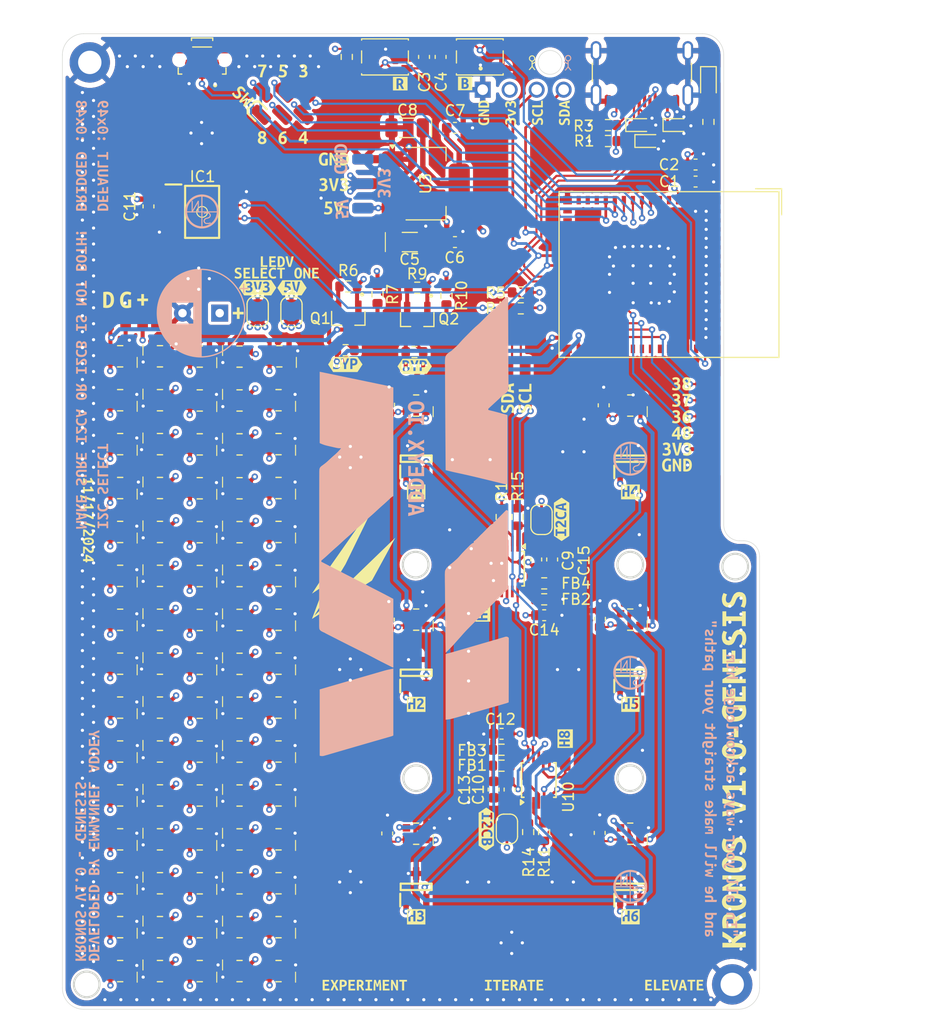
<source format=kicad_pcb>
(kicad_pcb (version 20240108) (generator "pcbnew") (generator_version "8.0")
  (title_block (title "KRONOS [KX]") (date "11/17/2024") (rev "1-GENESIS") (company "ADDEYX"))
  (layers (0 "F.Cu" jumper "L1") (1 "In1.Cu" signal "L2") (2 "In2.Cu" signal "L3") (31 "B.Cu" signal "L4") (34 "B.Paste" user) (35 "F.Paste" user) (36 "B.SilkS" user "B.Silkscreen") (37 "F.SilkS" user "F.Silkscreen") (38 "B.Mask" user) (39 "F.Mask" user) (44 "Edge.Cuts" user))
  (net 0 "")
  (net 1 "/ESP32_EN")
  (net 2 "/GPIO0")
  (net 3 "5VUSB")
  (net 4 "GPIO48")
  (net 5 "Net-(J1-CC2)")
  (net 8 "/USB_P")
  (net 9 "Net-(J1-CC1)")
  (net 10 "/USB_N")
  (net 11 "/I2C_SDA")
  (net 12 "/I2C_SCL")
  (net 13 "/GPIO21")
  (net 14 "/GPIO38")
  (net 15 "/GPIO3")
  (net 16 "/GPIO37")
  (net 17 "/GPIO14")
  (net 18 "/GPIO47")
  (net 19 "/GPIO36")
  (net 20 "/GPIO10")
  (net 21 "/GPIO5")
  (net 22 "/GPIO4")
  (net 23 "/GPIO8")
  (net 24 "/GPIO7")
  (net 25 "/GPIO9")
  (net 26 "/GPIO6")
  (net 28 "Net-(IC1-OUT)")
  (net 29 "3V3")
  (net 30 "GND")
  (net 31 "GPIO35")
  (net 32 "/HALLC1R3")
  (net 33 "/HALLC1R2")
  (net 34 "/HALLC1R1")
  (net 35 "/HALLC2R1")
  (net 36 "/HALLC2R2")
  (net 37 "/HALLC2R3")
  (net 38 "OBRGB OUT")
  (net 39 "AUXRGBOUT")
  (net 40 "Net-(JP2-B)")
  (net 41 "Net-(U13-DO)")
  (net 42 "Net-(U14-DO)")
  (net 43 "Net-(U15-DO)")
  (net 44 "Net-(U16-DO)")
  (net 45 "Net-(U17-DO)")
  (net 46 "Net-(U18-DO)")
  (net 47 "Net-(U19-DO)")
  (net 48 "Net-(U20-DO)")
  (net 49 "Net-(U21-DO)")
  (net 50 "Net-(U22-DO)")
  (net 51 "Net-(U23-DO)")
  (net 52 "Net-(U24-DO)")
  (net 53 "Net-(U25-DO)")
  (net 54 "Net-(U26-DO)")
  (net 55 "Net-(U27-DO)")
  (net 56 "Net-(U28-DO)")
  (net 57 "Net-(U29-DO)")
  (net 58 "Net-(U30-DO)")
  (net 59 "Net-(U31-DO)")
  (net 60 "Net-(U32-DO)")
  (net 61 "Net-(U33-DO)")
  (net 62 "Net-(U34-DO)")
  (net 63 "Net-(U35-DO)")
  (net 64 "Net-(U36-DO)")
  (net 65 "Net-(U37-DO)")
  (net 66 "Net-(U38-DO)")
  (net 67 "Net-(U39-DO)")
  (net 68 "Net-(U40-DO)")
  (net 69 "Net-(U41-DO)")
  (net 70 "Net-(U44-DO)")
  (net 71 "Net-(U45-DO)")
  (net 72 "Net-(U46-DO)")
  (net 73 "Net-(U47-DO)")
  (net 74 "Net-(U48-DO)")
  (net 75 "Net-(U49-DO)")
  (net 76 "Net-(U50-DO)")
  (net 77 "Net-(U51-DO)")
  (net 78 "Net-(U52-DO)")
  (net 79 "Net-(U53-DO)")
  (net 80 "Net-(U54-DO)")
  (net 81 "Net-(U55-DO)")
  (net 82 "Net-(U56-DO)")
  (net 83 "Net-(U57-DO)")
  (net 84 "Net-(U58-DO)")
  (net 85 "Net-(U59-DO)")
  (net 86 "Net-(U60-DO)")
  (net 87 "Net-(U61-DO)")
  (net 88 "Net-(U62-DO)")
  (net 89 "Net-(U63-DO)")
  (net 90 "Net-(U64-DO)")
  (net 91 "Net-(U65-DO)")
  (net 92 "Net-(U66-DO)")
  (net 93 "Net-(U67-DO)")
  (net 94 "Net-(U68-DO)")
  (net 95 "Net-(U69-DO)")
  (net 96 "Net-(U70-DO)")
  (net 97 "Net-(U71-DO)")
  (net 98 "Net-(U72-DO)")
  (net 99 "Net-(U73-DO)")
  (net 100 "Net-(U74-DO)")
  (net 101 "Net-(U75-DO)")
  (net 102 "Net-(U76-DO)")
  (net 103 "Net-(U77-DO)")
  (net 104 "Net-(U78-DO)")
  (net 105 "Net-(U79-DO)")
  (net 106 "Net-(U80-DO)")
  (net 107 "Net-(U81-DO)")
  (net 108 "Net-(U82-DO)")
  (net 109 "Net-(U83-DO)")
  (net 110 "Net-(U84-DO)")
  (net 111 "Net-(U85-DO)")
  (net 112 "Net-(U42-DO)")
  (net 113 "Net-(U43-DO)")
  (net 114 "Net-(U88-DO)")
  (net 115 "Net-(U89-DO)")
  (net 116 "Net-(U90-DO)")
  (net 117 "Net-(U91-DO)")
  (net 118 "A3V3")
  (net 119 "AGND")
  (net 120 "AGNDB")
  (net 121 "A3V3B")
  (net 122 "Net-(JP1-B)")
  (net 123 "Net-(U11-AIN3)")
  (net 124 "Net-(U11-ALERT{slash}RDY)")
  (net 125 "LEDVSEL")
  (net 126 "Net-(D4-Pad2)")
  (net 127 "Net-(U10-AIN3)")
  (net 128 "Net-(U10-ALERT{slash}RDY)")
  (net 147 "Net-(U12-DO)")
  (net 149 "Net-(U87-DO)")
  (footprint "1_my_custom_libary_pretty:LED_WS2812-2020" (layer "F.Cu") (at 122.08125 85.014 180)
    (property "Reference" "U41" (hide yes))
    (property "Value" "WS2812-2020")
  )
  (footprint "kibuzzard-673A380C" (layer "F.Cu") (at 166.37 97.78)
    (property "Reference" "kibuzzard-673A380C" (hide yes))
    (property "Value" "G***" (hide yes))
  )
  (footprint "1_my_custom_libary_pretty:SOT95P280X145-3N" (layer "F.Cu") (at 146.2 114.8 90)
    (property "Reference" "U7" (hide yes))
    (property "Value" "AH49ENTR-G1")
  )
  (footprint "Capacitor_SMD:C_0603_1608Metric" (layer "F.Cu") (at 143.65 89.575 90)
    (property "Reference" "C94" (hide yes))
    (property "Value" "0.1uF")
  )
  (footprint "kibuzzard-673A66D4" (layer "F.Cu") (at 157.62 62.1 90)
    (property "Reference" "kibuzzard-673A66D4" (hide yes))
    (property "Value" "G***" (hide yes))
  )
  (footprint "LED_SMD:LED_0603_1608Metric_Pad1.05x0.95mm_HandSolder" (layer "F.Cu") (at 173.71 59.41 -90)
    (property "Reference" "D4" (hide yes))
    (property "Value" "LED")
  )
  (footprint "kibuzzard-6736AEBA" (layer "F.Cu") (at 138.44 68.8575)
    (property "Reference" "kibuzzard-6736AEBA" (hide yes))
    (property "Value" "G***" (hide yes))
  )
  (footprint "1_my_custom_libary_pretty:LED_WS2812-2020" (layer "F.Cu") (at 122.08125 126.34685 180)
    (property "Reference" "U31" (hide yes))
    (property "Value" "WS2812-2020")
  )
  (footprint "1_my_custom_libary_pretty:SW_SPST_PTS810" (layer "F.Cu") (at 143.265 56.835)
    (property "Reference" "RESET1" (hide yes))
    (property "Value" "~")
  )
  (footprint "1_my_custom_libary_pretty:LED_WS2812-2020" (layer "F.Cu") (at 118.335 138.746705)
    (property "Reference" "U25" (hide yes))
    (property "Value" "WS2812-2020")
  )
  (footprint "kibuzzard-66FCA7E8" (layer "F.Cu") (at 150.81 59.33)
    (property "Reference" "kibuzzard-66FCA7E8" (hide yes))
    (property "Value" "G***" (hide yes))
  )
  (footprint "1_my_custom_libary_pretty:LED_WS2812-2020" (layer "F.Cu") (at 129.57375 101.565712 180)
    (property "Reference" "U67" (hide yes))
    (property "Value" "WS2812-2020")
  )
  (footprint "1_my_custom_libary_pretty:SOT95P240X111-3N" (layer "F.Cu") (at 139.81 81.44 -90)
    (property "Reference" "Q1")
    (property "Value" "BSS138")
  )
  (footprint "Capacitor_SMD:C_0603_1608Metric" (layer "F.Cu") (at 153.49175 125.79575 90)
    (property "Reference" "C13")
    (property "Value" "100nf")
  )
  (footprint "kibuzzard-6736AEC3" (layer "F.Cu") (at 170.75 95.25)
    (property "Reference" "kibuzzard-6736AEC3" (hide yes))
    (property "Value" "G***" (hide yes))
  )
  (footprint "1_my_custom_libary_pretty:SOT95P280X145-3N" (layer "F.Cu") (at 166.35 94.65 90)
    (property "Reference" "U5" (hide yes))
    (property "Value" "AH49ENTR-G1")
  )
  (footprint "Resistor_SMD:R_0603_1608Metric" (layer "F.Cu") (at 156.05 80.5 180)
    (property "Reference" "R4")
    (property "Value" "10k")
  )
  (footprint "1_my_custom_libary_pretty:LED_WS2812-2020" (layer "F.Cu") (at 125.8275 126.35428)
    (property "Reference" "U52" (hide yes))
    (property "Value" "WS2812-2020")
  )
  (footprint "kibuzzard-66FB33A5" (layer "F.Cu") (at 155.425 144.2)
    (property "Reference" "kibuzzard-66FB33A5" (hide yes))
    (property "Value" "G***" (hide yes))
  )
  (footprint "Resistor_SMD:R_0603_1608Metric" (layer "F.Cu") (at 156.74175 129.79575 -90)
    (property "Reference" "R14")
    (property "Value" "10k")
  )
  (footprint "Resistor_SMD:R_0603_1608Metric" (layer "F.Cu") (at 154.24175 123.54575 180)
    (property "Reference" "FB1")
    (property "Value" "FerriteBead_Small")
  )
  (footprint "Capacitor_SMD:C_0603_1608Metric" (layer "F.Cu") (at 154.99175 125.79575 90)
    (property "Reference" "C10")
    (property "Value" "10uF")
  )
  (footprint "Capacitor_SMD:C_0603_1608Metric" (layer "F.Cu") (at 146.94 56.835 90)
    (property "Reference" "C3")
    (property "Value" "0.1uF")
  )
  (footprint "Resistor_SMD:R_0603_1608Metric" (layer "F.Cu") (at 154.25 100.1375 -90)
    (property "Reference" "R12")
    (property "Value" "10k")
  )
  (footprint "kibuzzard-6736AEB1" (layer "F.Cu") (at 171.175 92.25)
    (property "Reference" "kibuzzard-6736AEB1" (hide yes))
    (property "Value" "G***" (hide yes))
  )
  (footprint "kibuzzard-673A66C9" (layer "F.Cu") (at 152.56 62.1 90)
    (property "Reference" "kibuzzard-673A66C9" (hide yes))
    (property "Value" "G***" (hide yes))
  )
  (footprint "kibuzzard-66FB3378" (layer "F.Cu") (at 141.365 144.2)
    (property "Reference" "kibuzzard-66FB3378" (hide yes))
    (property "Value" "G***" (hide yes))
  )
  (footprint "kibuzzard-673BD012" (layer "F.Cu") (at 154.8 88.95 90)
    (property "Reference" "kibuzzard-673BD012" (hide yes))
    (property "Value" "G***" (hide yes))
  )
  (footprint "kibuzzard-673BD17F" (layer "F.Cu") (at 133.65 58.15)
    (property "Reference" "kibuzzard-673BD17F" (hide yes))
    (property "Value" "G***" (hide yes))
  )
  (footprint "1_my_custom_libary_pretty:LED_WS2812-2020" (layer "F.Cu") (at 129.57375 142.88 180)
    (property "Reference" "U57" (hide yes))
    (property "Value" "WS2812-2020")
  )
  (footprint "1_my_custom_libary_pretty:LED_WS2812-2020" (layer "F.Cu") (at 118.335 142.88)
    (property "Reference" "U26" (hide yes))
    (property "Value" "WS2812-2020")
  )
  (footprint "1_my_custom_libary_pretty:Test_Pad2" (layer "F.Cu") (at 141.18 71.07 90)
    (property "Reference" "PD13" (hide yes))
    (property "Value" "~")
  )
  (footprint "1_my_custom_libary_pretty:LED_WS2812-2020" (layer "F.Cu") (at 118.335 130.480135)
    (property "Reference" "U23" (hide yes))
    (property "Value" "WS2812-2020")
  )
  (footprint "1_my_custom_libary_pretty:LED_WS2812-2020" (layer "F.Cu") (at 166.35 129.95)
    (property "Reference" "U90" (hide yes))
    (property "Value" "WS2812-2020")
  )
  (footprint "1_my_custom_libary_pretty:Test_Pad2" (layer "F.Cu") (at 173.5 95.25 90)
    (property "Reference" "PD11" (hide yes))
    (property "Value" "~")
  )
  (footprint "1_my_custom_libary_pretty:LED_WS2812-2020" (layer "F.Cu") (at 133.245 118.08028)
    (property "Reference" "U80" (hide yes))
    (property "Value" "WS2812-2020")
  )
  (footprint "1_my_custom_libary_pretty:LED_WS2812-2020" (layer "F.Cu") (at 133.245 138.746705)
    (property "Reference" "U85" (hide yes))
    (property "Value" "WS2812-2020")
  )
  (footprint "1_my_custom_libary_pretty:LED_WS2812-2020" (layer "F.Cu") (at 133.245 109.81371)
    (property "Reference" "U78" (hide yes))
    (property "Value" "WS2812-2020")
  )
  (footprint "1_my_custom_libary_pretty:LED_WS2812-2020" (layer "F.Cu") (at 133.245 89.147285)
    (property "Reference" "U73" (hide yes))
    (property "Value" "WS2812-2020")
  )
  (footprint "kibuzzard-6736AEA1" (layer "F.Cu") (at 171.175 87.6)
    (property "Reference" "kibuzzard-6736AEA1" (hide yes))
    (property "Value" "G***" (hide yes))
  )
  (footprint "Capacitor_SMD:C_0603_1608Metric" (layer "F.Cu") (at 172.5 66.966483)
    (property "Reference" "C2")
    (property "Value" "10uF")
  )
  (footprint "Resistor_SMD:R_0603_1608Metric" (layer "F.Cu") (at 156.05 79 180)
    (property "Reference" "R5")
    (property "Value" "10k")
  )
  (footprint "1_my_custom_libary_pretty:LED_WS2812-2020" (layer "F.Cu") (at 125.8275 118.091424)
    (property "Reference" "U50" (hide yes))
    (property "Value" "WS2812-2020")
  )
  (footprint "1_my_custom_libary_pretty:LED_WS2812-2020" (layer "F.Cu") (at 118.335 118.08028)
    (property "Reference" "U20" (hide yes))
    (property "Value" "WS2812-2020")
  )
  (footprint "kibuzzard-67368FCC" (layer "F.Cu") (at 131.28 78.56)
    (property "Reference" "kibuzzard-67368FCC" (hide yes))
    (property "Value" "G***" (hide yes))
  )
  (footprint "1_my_custom_libary_pretty:Test_Pad2" (layer "F.Cu") (at 173.482 89.154 -90)
    (property "Reference" "PD8" (hide yes))
    (property "Value" "~")
  )
  (footprint "1_my_custom_libary_pretty:SOT95P280X145-3N" (layer "F.Cu") (at 166.35 134.95 90)
    (property "Reference" "U8" (hide yes))
    (property "Value" "AH49ENTR-G1")
  )
  (footprint "Resistor_SMD:R_0603_1608Metric" (layer "F.Cu") (at 158.24175 129.79575 90)
    (property "Reference" "R11")
    (property "Value" "10k")
  )
  (footprint "Diode_SMD:D_SOD-523" (layer "F.Cu") (at 167.19 63.25)
    (property "Reference" "D2" (hide yes))
    (property "Value" "TPD1E10B06")
  )
  (footprint "1_my_custom_libary_pretty:LED_WS2812-2020" (layer "F.Cu") (at 129.57375 97.434284 180)
    (property "Reference" "U68" (hide yes))
    (property "Value" "WS2812-2020")
  )
  (footprint "1_my_custom_libary_pretty:LED_WS2812-2020" (layer "F.Cu") (at 125.8275 134.617136)
    (property "Reference" "U54" (hide yes))
    (property "Value" "WS2812-2020")
  )
  (footprint "1_my_custom_libary_pretty:Test_Pad2" (layer "F.Cu") (at 135.6 62.29 -135)
    (property "Reference" "PD2" (hide yes))
    (property "Value" "~")
  )
  (footprint "kibuzzard-673A3813" (layer "F.Cu") (at 166.37 117.775)
    (property "Reference" "kibuzzard-673A3813" (hide yes))
    (property "Value" "G***" (hide yes))
  )
  (footprint "kibuzzard-673A37F5" (layer "F.Cu") (at 146.2 137.77)
    (property "Reference" "kibuzzard-673A37F5" (hide yes))
    (property "Value" "G***" (hide yes))
  )
  (footprint "1_my_custom_libary_pretty:LED_WS2812-2020" (layer "F.Cu") (at 129.57375 126.35428 180)
    (property "Reference" "U61" (hide yes))
    (property "Value" "WS2812-2020")
  )
  (footprint "Package_SO:TSSOP-10_3x3mm_P0.5mm" (layer "F.Cu") (at 157.74175 124.89575 90)
    (property "Reference" "U10")
    (property "Value" "ADS1115IDGS")
  )
  (footprint "kibuzzard-6736A45D" (layer "F.Cu") (at 152.8 129.52 -90)
    (property "Reference" "kibuzzard-6736A45D" (hide yes))
    (property "Value" "G***" (hide yes))
  )
  (footprint "Resistor_SMD:R_0603_1608Metric" (layer "F.Cu") (at 158.25 107.8875 180)
    (property "Reference" "FB4")
    (property "Value" "FerriteBead_Small")
  )
  (footprint "1_my_custom_libary_pretty:LED_WS2812-2020" (layer "F.Cu") (at 125.8275 97.434284)
    (property "Reference" "U45" (hide yes))
    (property "Value" "WS2812-2020")
  )
  (footprint "kibuzzard-67368FDA" (layer "F.Cu") (at 134.51 78.57)
    (property "Reference" "kibuzzard-67368FDA" (hide yes))
    (property "Value" "G***" (hide yes))
  )
  (footprint "Diode_SMD:D_SOD-523" (layer "F.Cu") (at 170.7 63.25)
    (property "Reference" "D1" (hide yes))
    (property "Value" "TPD1E10B06")
  )
  (footprint "1_my_custom_libary_pretty:Test_Pad2" (layer "F.Cu") (at 135.78 60.2 -135)
    (property "Reference" "PD1" (hide yes))
    (property "Value" "~")
  )
  (footprint "1_my_custom_libary_pretty:LED_WS2812-2020" (layer "F.Cu") (at 122.08125 89.147285 180)
    (property "Reference" "U40" (hide yes))
    (property "Value" "WS2812-2020")
  )
  (footprint "Capacitor_SMD:C_1206_3216Metric" (layer "F.Cu") (at 145.6 74.2625)
    (property "Reference" "C5")
    (property "Value" "22uF")
  )
  (footprint "kibuzzard-673AB92A" (layer "F.Cu") (at 133.075 76.65)
    (property "Reference" "kibuzzard-673AB92A" (hide yes))
    (property "Value" "G***" (hide yes))
  )
  (footprint "1_my_custom_libary_pretty:LED_WS2812-2020" (layer "F.Cu") (at 125.8275 113.959996)
    (property "Reference" "U49" (hide yes))
    (property "Value" "WS2812-2020")
  )
  (footprint "Capacitor_SMD:C_0603_1608Metric" (layer "F.Cu") (at 163.85 89.625 90)
    (property "Reference" "C95" (hide yes))
    (property "Value" "0.1uF")
  )
  (footprint "1_my_custom_libary_pretty:Test_Pad2" (layer "F.Cu") (at 141.18 66.4625 90)
    (property "Reference" "PD15" (hide yes))
    (property "Value" "~")
  )
  (footprint "kibuzzard-673412DD" (layer "F.Cu") (at 129.45 80.95)
    (property "Reference" "kibuzzard-673412DD" (hide yes))
    (property "Value" "G***" (hide yes))
  )
  (footprint "Capacitor_SMD:C_0603_1608Metric" (layer "F.Cu") (at 121 70.905201 90)
    (property "Reference" "C11")
    (property "Value" "100nf")
  )
  (footprint "1_my_custom_libary_pretty:LED_WS2812-2020" (layer "F.Cu") (at 129.57375 93.302856 180)
    (property "Reference" "U69" (hide yes))
    (property "Value" "WS2812-2020")
  )
  (footprint "Capacitor_SMD:C_0603_1608Metric" (layer "F.Cu") (at 163.5 109.725 90)
    (property "Reference" "C93" (hide yes))
    (property "Value" "0.1uF")
  )
  (footprint "Capacitor_SMD:C_0603_1608Metric" (layer "F.Cu") (at 163.475 129.875 90)
    (property "Reference" "C92" (hide yes))
    (property "Value" "0.1uF")
  )
  (footprint "1_my_custom_libary_pretty:LED_WS2812-2020" (layer "F.Cu") (at 118.335 105.680425)
    (property "Reference" "U17" (hide yes))
    (property "Value" "WS2812-2020")
  )
  (footprint "1_my_custom_libary_pretty:Test_Pad2" (layer "F.Cu") (at 156.46 86.11 180)
    (property "Reference" "PD14" (hide yes))
    (property "Value" "~")
  )
  (footprint "Capacitor_SMD:C_1206_3216Metric" (layer "F.Cu") (at 145.35 63.5125 180)
    (property "Reference" "C8")
    (property "Value" "22uF")
  )
  (footprint "kibuzzard-67341688" (layer "F.Cu") (at 118.85 79.7)
    (property "Reference" "kibuzzard-67341688" (hide yes))
    (property "Value" "G***" (hide yes))
  )
  (footprint "Package_TO_SOT_SMD:SOT-223-3_TabPin2" (layer "F.Cu") (at 147.1 68.7625)
    (property "Reference" "U3")
    (property "Value" "AMS1117-3.3")
  )
  (footprint "1_my_custom_libary_pretty:LED_WS2812-2020" (layer "F.Cu") (at 133.245 101.54714)
    (property "Reference" "U76" (hide yes))
    (property "Value" "WS2812-2020")
  )
  (footprint "1_my_custom_libary_pretty:LED_WS2812-2020" (layer "F.Cu") (at 146.2 109.8)
    (property "Reference" "U88" (hide yes))
    (property "Value" "WS2812-2020")
  )
  (footprint "1_my_custom_libary_pretty:LED_WS2812-2020" (layer "F.Cu") (at 129.57375 109.828568 180)
    (property "Reference" "U65" (hide yes))
    (property "Value" "WS2812-2020")
  )
  (footprint "Jumper:SolderJumper-2_P1.3mm_Open_RoundedPad1.0x1.5mm" (layer "F.Cu") (at 131.28 80.8 90)
    (property "Reference" "JP4" (hide yes))
    (property "Value" "SolderJumper_2_Open")
  )
  (footprint "1_my_custom_libary_pretty:Test_Pad2" (layer "F.Cu") (at 173.482 90.678 -90)
    (property "Reference" "PD7" (hide yes))
    (property "Value" "~")
  )
  (footprint "1_my_custom_libary_pretty:Test_Pad2" (layer "F.Cu") (at 131.58 62.29 -135)
    (property "Reference" "PD6" (hide yes))
    (property "Value" "~")
  )
  (footprint "Resistor_SMD:R_0603_1608Metric" (layer "F.Cu") (at 164.25 64.75 180)
    (property "Reference" "R1")
    (property "Value" "5.1k")
  )
  (footprint "Capacitor_SMD:C_0603_1608Metric" (layer "F.Cu") (at 143.475 129.925 90)
    (property "Reference" "C97" (hide yes))
    (property "Value" "0.1uF")
  )
  (footprint "kibuzzard-673A2861" (layer "F.Cu") (at 139.53 85.78)
    (property "Reference" "kibuzzard-673A2861" (hide yes))
    (property "Value" "G***" (hide yes))
  )
  (footprint "1_my_custom_libary_pretty:LED_WS2812-2020" (layer "F.Cu") (at 129.57375 118.091424 180)
    (property "Reference" "U63" (hide yes))
    (property "Value" "WS2812-2020")
  )
  (footprint "1_my_custom_libary_pretty:Test_Pad2" (layer "F.Cu") (at 173.482 92.202 -90)
    (property "Reference" "PD10" (hide yes))
    (property "Value" "~")
  )
  (footprint "1_my_custom_libary_pretty:LED_WS2812-2020" (layer "F.Cu") (at 118.335 101.54714)
    (property "Reference" "U16" (hide yes))
    (property "Value" "WS2812-2020")
  )
  (footprint "kibuzzard-66FCA7D9" (layer "F.Cu") (at 144.7 59.35)
    (property "Reference" "kibuzzard-66FCA7D9" (hide yes))
    (property "Value" "G***" (hide yes))
  )
  (footprint "1_my_custom_libary_pretty:LED_WS2812-2020" (layer "F.Cu") (at 118.335 113.946995)
    (property "Reference" "U19" (hide yes))
    (property "Value" "WS2812-2020")
  )
  (footprint "Capacitor_SMD:C_0603_1608Metric" (layer "F.Cu") (at 149.85 63.5125)
    (property "Reference" "C7")
    (property "Value" "100nf")
  )
  (footprint "1_my_custom_libary_pretty:Test_Pad2" (layer "F.Cu") (at 160.23 123.04)
    (property "Reference" "PD17" (hide yes))
    (property "Value" "~")
  )
  (footprint "1_my_custom_libary_pretty:LED_WS2812-2020" (layer "F.Cu") (at 122.08125 118.08028 180)
    (property "Reference" "U33" (hide yes))
    (property "Value" "WS2812-2020")
  )
  (footprint "Jumper:SolderJumper-2_P1.3mm_Open_RoundedPad1.0x1.5mm" (layer "F.Cu") (at 158 100.3875 -90)
    (property "Reference" "JP2" (hide yes))
    (property "Value" "SolderJumper_2_Open")
  )
  (footprint "1_my_custom_libary_pretty:LED_WS2812-2020" (layer "F.Cu") (at 129.57375 134.617136 180)
    (property "Reference" "U59" (hide yes))
    (property "Value" "WS2812-2020")
  )
  (footprint "1_my_custom_libary_pretty:Test_Pad2" (layer "F.Cu") (at 173.5 93.75 90)
    (property "Reference" "PD12" (hide yes))
    (property "Value" "~")
  )
  (footprint "kibuzzard-6736AEC3" (layer "F.Cu") (at 138.44 66.45)
    (property "Reference" "kibuzzard-6736AEC3" (hide yes))
    (property "Value" "G***" (hide yes))
  )
  (footprint "kibuzzard-673A6C08" (layer "F.Cu") (at 115.275 100.425 -90)
    (property "Reference" "kibuzzard-673A6C08" (hide yes))
    (property "Value" "G***" (hide yes))
  )
  (footprint "MountingHole:MountingHole_2.2mm_M2_DIN965_Pad_TopBottom" (layer "F.Cu") (at 115.475 57.35)
    (property "Reference" "H1" (hide yes))
    (property "Value" "MountingHole_Pad")
  )
  (footprint "1_my_custom_libary_pretty:LED_WS2812-2020" (layer "F.Cu") (at 122.08125 101.54714 180)
    (property "Reference" "U37" (hide yes))
    (property "Value" "WS2812-2020")
  )
  (footprint "kibuzzard-673A37E5" (layer "F.Cu") (at 146.2 97.78)
    (property "Reference" "kibuzzard-673A37E5" (hide yes))
    (property "Value" "G***" (hide yes))
  )
  (footprint "1_my_custom_libary_pretty:LED_WS2812-2020" (layer "F.Cu") (at 133.245 126.34685)
    (property "Reference" "U82" (hide yes))
    (property "Value" "WS2812-2020")
  )
  (footprint "Resistor_SMD:R_0603_1608Metric" (layer "F.Cu") (at 139.665 56.835 -90)
    (property "Reference" "R2" (hide yes))
    (property "Value" "10k")
  )
  (footprint "Resistor_SMD:R_0603_1608Metric" (layer "F.Cu") (at 173.71 62.95 -90)
    (property "Reference" "R16" (hide yes))
    (property "Value" "5.1k")
  )
  (footprint "1_my_custom_libary_pretty:LED_WS2812-2020" (layer "F.Cu") (at 146.2 89.65)
    (property "Reference" "U87" (hide yes))
    (property "Value" "WS2812-2020")
  )
  (footprint "Capacitor_SMD:C_0603_1608Metric" (layer "F.Cu") (at 143.625 109.8 90)
    (property "Reference" "C96" (hide yes))
    (property "Value" "0.1uF")
  )
  (footprint "Resistor_SMD:R_0603_1608Metric" (layer "F.Cu") (at 155.75 100.1375 90)
    (property "Reference" "R15")
    (property "Value" "10k")
  )
  (footprint "1_my_custom_libary_pretty:LED_WS2812-2020" (layer "F.Cu") (at 122.08125 97.413855 180)
    (property "Reference" "U38" (hide yes))
    (property "Value" "WS2812-2020")
  )
  (footprint "1_my_custom_libary_pretty:SOT95P240X111-3N" (layer "F.Cu") (at 146.3 81.56 -90)
    (property "Reference" "Q2")
    (property "Value" "BSS138")
  )
  (footprint "Capacitor_SMD:C_0603_1608Metric" (layer "F.Cu") (at 158.25 109.3875 180)
    (property "Reference" "C14")
    (property "Value" "10uF")
  )
  (footprint "Capacitor_SMD:C_0603_1608Metric" (layer "F.Cu") (at 157.5 104.1375 -90)
    (property "Reference" "C9")
    (property "Value" "10uF")
  )
  (footprint "kibuzzard-673A2872" (layer "F.Cu") (at 146.06 85.96)
    (property "Reference" "kibuzzard-673A2872" (hide yes))
    (property "Value" "G***" (hide yes))
  )
  (footprint "1_my_custom_libary_pretty:LED_WS2812-2020" (layer "F.Cu") (at 125.8275 122.222852)
    (property "Reference" "U51" (hide yes))
    (property "Value" "WS2812-2020")
  )
  (footprint "Resistor_SMD:R_0603_1608Metric" (layer "F.Cu") (at 139.56 84.44 180)
    (property "Reference" "R8" (hide yes))
    (property "Value" "0(JMP)")
  )
  (footprint "Resistor_SMD:R_0603_1608Metric" (layer "F.Cu") (at 146.04 84.61 180)
    (property "Reference" "R13" (hide yes))
    (property "Value" "0(JMP)")
  )
  (footprint "1_my_custom_libary_pretty:LED_WS2812-2020" (layer "F.Cu") (at 129.57375 122.222852 180)
    (property "Reference" "U62" (hide yes))
    (property "Value" "WS2812-2020")
  )
  (footprint "Connector_USB:USB_C_Receptacle_GCT_USB4105-xx-A_16P_TopMnt_Horizontal" (layer "F.Cu") (at 167.45 57.325 180)
    (property "Reference" "J1" (hide yes))
    (property "Value" "USB_C_Receptacle_USB2.0_16P")
  )
  (footprint "1_my_custom_libary_pretty:LED_WS2812-2020" (layer "F.Cu") (at 129.57375 105.69714 180)
    (property "Reference" "U66" (hide yes))
    (property "Value" "WS2812-2020")
  )
  (footprint "kibuzzard-673BD057" (layer "F.Cu") (at 156.45 88.975 90)
    (property "Reference" "kibuzzard-673BD057" (hide yes))
    (property "Value" "G***" (hide yes))
  )
  (footprint "kibuzzard-673BD08D" (layer "F.Cu") (at 133.65 64.425)
    (property "Reference" "kibuzzard-673BD08D" (hide yes))
    (property "Value" "G***" (hide yes))
  )
  (footprint "1_my_custom_libary_pretty:LED_WS2812-2020" (layer "F.Cu") (at 118.335 93.28057)
    (property "Reference" "U14" (hide yes))
    (property "Value" "WS2812-2020")
  )
  (footprint "1_my_custom_libary_pretty:LED_WS2812-2020" (layer "F.Cu") (at 122.08125 130.480135 180)
    (property "Reference" "U30" (hide yes))
    (property "Value" "WS2812-2020")
  )
  (footprint "1_my_custom_libary_pretty:LED_WS2812-2020" (layer "F.Cu") (at 133.245 122.213565)
    (property "Reference" "U81" (hide yes))
    (property "Value" "WS2812-2020")
  )
  (footprint "kibuzzard-66FB339E" (layer "F.Cu") (at 170.505 144.2)
    (property "Reference" "kibuzzard-66FB339E" (hide yes))
    (property "Value" "G***" (hide yes))
  )
  (footprint "1_my_custom_libary_pretty:LED_WS2812-2020" (layer "F.Cu") (at 133.245 105.680425)
    (property "Reference" "U77" (hide yes))
    (property "Value" "WS2812-2020")
  )
  (footprint "1_my_custom_libary_pretty:Test_Pad2" (layer "F.Cu") (at 133.59 62.29 -135)
    (property "Reference" "PD4" (hide yes))
    (property "Value" "~")
  )
  (footprint "kibuzzard-67341641" (layer "F.Cu") (at 120.45 79.7)
    (property "Reference" "kibuzzard-67341641" (hide yes))
    (property "Value" "G***" (hide yes))
  )
  (footprint "1_my_custom_libary_pretty:LED_WS2812-2020" (layer "F.Cu") (at 125.8275 85.04)
    (property "Reference" "U42" (hide yes))
    (property "Value" "WS2812-2020")
  )
  (footprint "1_my_custom_libary_pretty:Test_Pad2" (layer "F.Cu") (at 154.84 86.11 180)
    (property "Reference" "PD14" (hide yes))
    (property "Value" "~")
  )
  (footprint "1_my_custom_libary_pretty:LED_WS2812-2020" (layer "F.Cu") (at 146.2 129.95)
    (property "Reference" "U89" (hide yes))
    (property "Value" "WS2812-2020")
  )
  (footprint "1_my_custom_libary_pretty:Test_Pad2" (layer "F.Cu") (at 173.482 87.63 -90)
    (property "Reference" "PD9" (hide yes))
    (property "Value" "~")
  )
  (footprint "1_my_custom_libary_pretty:LED_WS2812-2020" (layer "F.Cu") (at 133.245 93.28057)
    (property "Reference" "U74" (hide yes))
    (property "Value" "WS2812-2020")
  )
  (footprint "1_my_custom_libary_pretty:Test_Pad2" (layer "F.Cu") (at 141.18 68.7625 90)
    (property "Reference" "PD14" (hide yes))
    (property "Value" "~")
  )
  (footprint "kibuzzard-6736AEA5" (layer "F.Cu") (at 171.175 89.15)
    (property "Reference" "kibuzzard-6736AEA5" (hide yes))
    (property "Value" "G***" (hide yes))
  )
  (footprint "kibuzzard-673A3819" (layer "F.Cu") (at 166.37 137.77)
    (property "Reference" "kibuzzard-673A3819" (hide yes))
    (property "Value" "G***" (hide yes))
  )
  (footprint "1_my_custom_libary_pretty:LED_WS2812-2020" (layer "F.Cu") (at 133.245 130.480135)
    (property "Reference" "U83" (hide yes))
    (property "Value" "WS2812-2020")
  )
  (footprint "1_my_custom_libary_pretty:LED_WS2812-2020" (layer "F.Cu") (at 125.8275 138.748564)
    (property "Reference" "U55" (hide yes))
    (property "Value" "WS2812-2020")
  )
  (footprint "1_my_custom_libary_pretty:LED_WS2812-2020" (layer "F.Cu") (at 118.335 109.81371)
    (property "Reference" "U18" (hide yes))
    (property "Value" "WS2812-2020")
  )
  (footprint "Resistor_SMD:R_0603_1608Metric" (layer "F.Cu") (at 164.25 63.25 180)
    (property "Reference" "R3")
    (property "Value" "5.1k")
  )
  (footprint "1_my_custom_libary_pretty:LED_WS2812-2020" (layer "F.Cu") (at 133.245 97.413855)
    (property "Reference" "U75" (hide yes))
    (property "Value" "WS2812-2020")
  )
  (footprint "1_my_custom_libary_pretty:LED_WS2812-2020" (layer "F.Cu") (at 129.57375 130.485708 180)
    (property "Reference" "U60" (hide yes))
    (property "Value" "WS2812-2020")
  )
  (footprint "1_my_custom_libary_pretty:LED_WS2812-2020" (layer "F.Cu") (at 122.08125 109.81371 180)
    (property "Reference" "U35" (hide yes))
    (property "Value" "WS2812-2020")
  )
  (footprint "1_my_custom_libary_pretty:SOT95P280X145-3N" (layer "F.Cu") (at 146.2 94.65 90)
    (property "Reference" "U4" (hide yes))
    (property "Value" "AH49ENTR-G1")
  )
  (footprint "kibuzzard-6736A453" (layer "F.Cu") (at 159.89 100.36 90)
    (property "Reference" "kibuzzard-6736A453" (hide yes))
    (property "Value" "G***" (hide yes))
  )
  (footprint "1_my_custom_libary_pretty:LED_WS2812-2020" (layer "F.Cu") (at 125.8275 130.485708)
    (property "Reference" "U53" (hide yes))
    (property "Value" "WS2812-2020")
  )
  (footprint "RF_Module:ESP32-S2-MINI-1" (layer "F.Cu") (at 170 77.316483 -90)
    (property "Reference" "U2" (hide yes))
    (property "Value" "ESP32-S3-MINI-1")
  )
  (footprint "1_my_custom_libary_pretty:LED_WS2812-2020" (layer "F.Cu") (at 122.08125 138.746705 180)
    (property "Reference" "U28" (hide yes))
    (property "Value" "WS2812-2020")
  )
  (footprint "1_my_custom_libary_pretty:SW_SPST_PTS810" (layer "F.Cu") (at 152.19 56.835 180)
    (property "Reference" "BOOT1" (hide yes))
    (property "Value" "~" (hide yes))
  )
  (footprint "Capacitor_SMD:C_0603_1608Metric" (layer "F.Cu") (at 172.5 68.566483)
    (property "Reference" "C1")
    (property "Value" "0.1uF")
  )
  (footprint "kibuzzard-673A4A24" (layer "F.Cu") (at 160.225 121 90)
    (property "Reference" "kibuzzard-673A4A24" (hide yes))
    (property "Value" "G***" (hide yes))
  )
  (footprint "kibuzzard-673A4A14" (layer "F.Cu") (at 152.475 109.125 90)
    (property "Reference" "kibuzzard-673A4A14" (hide yes))
    (property "Value" "G***" (hide yes))
  )
  (footprint "1_my_custom_libary_pretty:LED_WS2812-2020" (layer "F.Cu") (at 122.08125 93.28057 180)
    (property "Reference" "U39" (hide yes))
    (property "Value" "WS2812-2020")
  )
  (footprint "1_my_custom_libary_pretty:LED_WS2812-2020" (layer "F.Cu") (at 118.335 85.014)
    (property "Reference" "U12" (hide yes))
    (property "Value" "WS2812-2020")
  )
  (footprint "1_my_custom_libary_pretty:LED_WS2812-2020" (layer "F.Cu") (at 125.8275 93.302856)
    (property "Reference" "U44" (hide yes))
    (property "Value" "WS2812-2020")
  )
  (footprint "1_my_custom_libary_pretty:Test_Pad2" (layer "F.Cu") (at 117.25 81.65)
    (property "Reference" "PD20" (hide yes))
    (property "Value" "~")
  )
  (footprint "1_my_custom_libary_pretty:LED_WS2812-2020" (layer "F.Cu") (at 129.57375 89.171428 180)
    (property "Reference" "U70" (hide yes))
    (property "Value" "WS2812-2020")
  )
  (footprint "Jumper:SolderJumper-2_P1.3mm_Open_RoundedPad1.0x1.5mm" (layer "F.Cu") (at 134.46 80.83 -90)
    (property "Reference" "JP3" (hide yes))
    (property "Value" "SolderJumper_2_Open")
  )
  (footprint "1_my_custom_libary_pretty:LED_WS2812-2020" (layer "F.Cu") (at 133.245 113.946995)
    (property "Reference" "U79" (hide yes))
    (property "Value" "WS2812-2020")
  )
  (footprint "1_my_custom_libary_pretty:LED_WS2812-2020" (layer "F.Cu") (at 118.335 134.61342)
    (property "Reference" "U24" (hide yes))
    (property "Value" "WS2812-2020")
  )
  (footprint "Resistor_SMD:R_0603_1608Metric" (layer "F.Cu") (at 146.3 78.56 180)
    (property "Reference" "R9")
    (property "Value" "10k")
  )
  (footprint "Capacitor_SMD:C_0603_1608Metric" (layer "F.Cu") (at 154.24175 120.54575)
    (property "Reference" "C12")
    (property "Value" "10uF")
  )
  (footprint "1_my_custom_libary_pretty:AS5600_SOIC127P600X175-8N" (layer "F.Cu") (at 126.05 71.41998)
    (property "Reference" "IC1")
    (property "Value" "AS5600-ASOT")
  )
  (footprint "1_my_custom_libary_pretty:LED_WS2812-2020" (layer "F.Cu") (at 129.57375 138.748564 180)
    (property "Reference" "U58" (hide yes))
    (property "Value" "WS2812-2020")
  )
  (footprint "1_my_custom_libary_pretty:Test_Pad2" (layer "F.Cu") (at 133.77 60.2 -135)
    (property "Reference" "PD3" (hide yes))
    (property "Value" "~")
  )
  (footprint "Capacitor_SMD:C_0603_1608Metric" (layer "F.Cu") (at 148.5 56.835 -90)
    (property "Reference" "C4")
    (property "Value" "0.1uF")
  )
  (footprint "Jumper:SolderJumper-2_P1.3mm_Open_RoundedPad1.0x1.5mm" (layer "F.Cu") (at 154.74175 129.50825 90)
    (property "Reference" "JP1" (hide yes))
    (property "Value" "SolderJumper_2_Open")
  )
  (footprint "Resistor_SMD:R_0603_1608Metric" (layer "F.Cu") (at 154.24175 122.04575)
    (property "Reference" "FB3")
    (property "Value" "FerriteBead_Small")
  )
  (footprint "kibuzzard-673BD2C0" (layer "F.Cu") (at 129.877382 60.529421 -45)
    (property "Reference" "kibuzzard-673BD2C0" (hide yes))
    (property "Value" "G***" (hide yes))
  )
  (footprint "kibuzzard-6736AEBA" (layer "F.Cu") (at 170.75 93.75)
    (property "Reference" "kibuzzard-6736AEBA" (hide yes))
    (property "Value" "G***" (hide yes))
  )
  (footprint "1_my_custom_libary_pretty:LED_WS2812-2020" (layer "F.Cu") (at 166.35 89.65)
    (property "Reference" "U92" (hide yes))
    (property "Value" "WS2812-2020")
  )
  (footprint "1_my_custom_libary_pretty:SW_TL3340AF160QG" (layer "F.Cu") (at 126.05 57.1 180)
    (property "Reference" "S1" (hide yes))
    (property "Value" "TL3340AF160QG")
  )
  (footprint "Capacitor_SMD:C_0603_1608Metric" (layer "F.Cu") (at 159 104.1375 -90)
    (property "Reference" "C15")
    (property "Value" "100nf")
  )
  (footprint "Resistor_SMD:R_0603_1608Metric" (layer "F.Cu") (at 158.25 106.3875)
    (property "Reference" "FB2")
    (property "Value" "FerriteBead_Small")
  )
  (footprint "Resistor_SMD:R_0603_1608Metric" (layer "F.Cu") (at 139.81 78.44 180)
    (property "Reference" "R6")
    (property "Value" "10k")
  )
  (footprint "kibuzzard-673A66CE" (layer "F.Cu") (at 155.09 62.1 90)
    (property "Reference" "kibuzzard-673A66CE" (hide yes))
    (property "Value" "G***" (hide yes))
  )
  (footprint "Package_SO:TSSOP-10_3x3mm_P0.5mm" (layer "F.Cu") (at 154.75 105 -90)
    (property "Reference" "U11")
    (property "Value" "ADS1115IDGS")
  )
  (footprint "1_my_custom_libary_pretty:LED_WS2812-2020" (layer "F.Cu") (at 122.08125 122.213565 180)
    (property "Reference" "U32" (hide yes))
    (property "Value" "WS2812-2020")
  )
  (footprint "1_my_custom_libary_pretty:LED_WS2812-2020" (layer "F.Cu") (at 133.32 85.014)
    (property "Reference" "U72" (hide yes))
    (property "Value" "WS2812-2020")
  )
  (footprint "Resistor_SMD:R_0603_1608Metric" (layer "F.Cu") (at 149.05 79.31 -90)
    (property "Reference" "R10")
    (property "Value" "10k")
  )
  (footprint "Capacitor_SMD:C_0603_1608Metric" (layer "F.Cu") (at 149.85 74.2625 180)
    (property "Reference" "C6")
    (property "Value" "100nf")
  )
  (footprint "1_my_custom_libary_pretty:LED_WS2812-2020" (layer "F.Cu") (at 129.57375 85.04 180)
    (property "Reference" "U71" (hide yes))
    (property "Value" "WS2812-2020")
  )
  (footprint "1_my_custom_libary_pretty:LED_WS2812-2020" (layer "F.Cu") (at 133.245 134.61342)
    (property "Reference" "U84" (hide yes))
    (property "Value" "WS2812-2020")
  )
  (footprint "kibuzzard-67341636" (layer "F.Cu") (at 117.25 79.7)
    (property "Reference" "kibuzzard-67341636" (hide yes))
    (property "Value" "G***" (hide yes))
  )
  (footprint "kibuzzard-673A66D9" (layer "F.Cu") (at 160.15 62.1 90)
    (property "Reference" "kibuzzard-673A66D9" (hide yes))
    (property "Value" "G***" (hide yes))
  )
  (footprint "1_my_custom_libary_pretty:LED_WS2812-2020" (layer "F.Cu") (at 122.08125 134.61342 180)
    (property "Reference" "U29" (hide yes))
    (property "Value" "WS2812-2020")
  )
  (footprint "MountingHole:MountingHole_2.2mm_M2_DIN965_Pad_TopBottom" (layer "F.Cu") (at 175.95 144.135)
    (property "Reference" "H2" (hide yes))
    (property "Value" "MountingHole_Pad")
  )
  (footprint "1_my_custom_libary_pretty:LED_WS2812-2020" (layer "F.Cu") (at 118.335 97.413855)
    (property "Reference" "U15" (hide yes))
    (property "Value" "WS2812-2020")
  )
  (footprint "1_my_custom_libary_pretty:Test_Pad2" (layer "F.Cu") (at 152.46 106.95 180)
    (property "Reference" "PD18" (hide yes))
    (property "Value" "~")
  )
  (footprint "1_my_custom_libary_pretty:LED_WS2812-2020" (layer "F.Cu") (at 125.8275 109.828568)
    (property "Reference" "U48" (hide yes))
    (property "Value" "WS2812-2020")
  )
  (footprint "kibuzzard-673412D5" (layer "F.Cu") (at 122.75 80.95)
    (property "Reference" "kibuzzard-673412D5" (hide yes))
    (property "Value" "G***" (hide yes))
  )
  (footprint "1_my_custom_libary_pretty:LED_WS2812-2020" (layer "F.Cu") (at 125.8275 142.88)
    (property "Reference" "U56" (hide yes))
    (property "Value" "WS2812-2020")
  )
  (footprint "1_my_custom_libary_pretty:LED_WS2812-2020" (layer "F.Cu") (at 125.8275 105.69714)
    (property "Reference" "U47" (hide yes))
    (property "Value" "WS2812-2020")
  )
  (footprint "1_my_custom_libary_pretty:LED_WS2812-2020" (layer "F.Cu") (at 118.335 126.34685)
    (property "Reference" "U22" (hide yes))
    (property "Value" "WS2812-2020")
  )
  (footprint "1_my_custom_libary_pretty:LED_WS2812-2020" (layer "F.Cu") (at 125.8275 89.171428)
    (property "Reference" "U43" (hide yes))
    (property "Value" "WS2812-2020")
  )
  (footprint "Diode_SMD:D_SOD-523" (layer "F.Cu") (at 168.05 64.75)
    (property "Reference" "D3" (hide yes))
    (property "Value" "TPD1E10B06")
  )
  (footprint "1_my_custom_libary_pretty:LED_WS2812-2020" (layer "F.Cu") (at 118.335 122.213565)
    (property "Reference" "U21" (hide yes))
    (property "Value" "WS2812-2020")
  )
  (footprint "Resistor_SMD:R_0603_1608Metric" (layer "F.Cu") (at 142.56 79.19 -90)
    (property "Reference" "R7")
    (property "Value" "10k")
  )
  (footprint "1_my_custom_libary_pretty:Test_Pad2" (layer "F.Cu") (at 118.85 81.65)
    (property "Reference" "PD21" (hide yes))
    (property "Value" "~")
  )
  (footprint "1_my_custom_libary_pretty:Test_Pad2" (layer "F.Cu") (at 120.45 81.65)
    (property "Reference" "PD19" (hide yes))
    (property "Value" "~")
  )
  (footprint "kibuzzard-673A367D" (layer "F.Cu") (at 138.44 71.0575)
    (property "Reference" "kibuzzard-673A367D" (hide yes))
    (property "Value" "G***" (hide yes))
  )
  (footprint "kibuzzard-6736AEAD" (layer "F.Cu") (at 171.175 90.7)
    (property "Reference" "kibuzzard-6736AEAD" (hide yes))
    (property "Value" "G***" (hide yes))
  )
  (footprint "1_my_custom_libary_pretty:LED_WS2812-2020" (layer "F.Cu") (at 133.245 142.88)
    (property "Reference" "U86" (hide yes))
    (property "Value" "WS2812-2020")
  )
  (footprint "1_my_custom_libary_pretty:SOT95P280X145-3N" (layer "F.Cu") (at 146.2 134.95 90)
    (property "Reference" "U9" (hide yes))
    (property "Value" "AH49ENTR-G1")
  )
  (footprint "kibuzzard-673A67D1" (layer "F.Cu") (at 176.125 123.925 90)
    (property "Reference" "kibuzzard-673A67D1" (hide yes))
    (property "Value" "G***" (hide yes))
  )
  (footprint "kibuzzard-673A37ED" (layer "F.Cu") (at 146.2 117.775)
    (property "Reference" "kibuzzard-673A37ED" (hide yes))
    (property "Value" "G***" (hide yes))
  )
  (footprint "1_my_custom_libary_pretty:MODULE_DM-OLED096-636" (layer "F.Cu") (at 156.27 71.42)
    (property "Reference" "U1" (hide yes))
    (property "Value" "DM-OLED096-636")
  )
  (footprint "1_my_custom_libary_pretty:LED_WS2812-2020" (layer "F.Cu") (at 129.57375 113.959996 180)
    (property "Reference" "U64" (hide yes))
    (property "Value" "WS2812-2020")
  )
  (footprint "1_my_custom_libary_pretty:SOT95P280X145-3N" (layer "F.Cu") (at 166.35 114.8 90)
    (property "Reference" "U6" (hide yes))
    (property "Value" "AH49ENTR-G1")
  )
  (footprint "1_my_custom_libary_pretty:LED_WS2812-2020" (layer "F.Cu") (at 122.08125 142.88 180)
    (property "Reference" "U27" (hide yes))
    (property "Value" "WS2812-2020")
  )
  (footprint "1_my_custom_libary_pretty:LED_WS2812-2020" (layer "F.Cu") (at 166.35 109.8)
    (property "Reference" "U91" (hide yes))
    (property "Value" "WS2812-2020")
  )
  (footprint "1_my_custom_libary_pretty:LED_WS2812-2020" (layer "F.Cu") (at 122.08125 113.946995 180)
    (property "Reference" "U34" (hide yes))
    (property "Value" "WS2812-2020")
  )
  (footprint "1_my_custom_libary_pretty:LED_WS2812-2020" (layer "F.Cu") (at 122.08125 105.680425 180)
    (property "Reference" "U36" (hide yes))
    (property "Value" "WS2812-2020")
  )
  (footprint "1_my_custom_libary_pretty:LED_WS2812-2020" (layer "F.Cu") (at 125.8275 101.565712)
    (property "Reference" "U46" (hide yes))
    (property "Value" "WS2812-2020")
  )
  (footprint "1_my_custom_libary_pretty:LED_WS2812-2020" (layer "F.Cu") (at 118.335 89.147285)
    (property "Reference" "U13" (hide yes))
    (property "Value" "WS2812-2020")
  )
  (footprint "1_my_custom_libary_pretty:Test_Pad2" (layer "F.Cu") (at 131.76 60.2 45)
    (property "Reference" "PD5" (hide yes))
    (property "Value" "~")
  )
  (footprint "1_my_custom_libary_pretty:Test_Pad2" (layer "B.Cu") (at 141.18 66.4625 90)
    (property "Reference" "PD15" (hide yes))
    (property "Value" "~")
  )
  (footprint "kibuzzard-673A4853" (layer "B.Cu") (at 174.825 124.8 90)
    (property "Reference" "kibuzzard-673A4853" (hide yes))
    (property "Value" "G***" (hide yes))
  )
  (footprint "Capacitor_THT:CP_Radial_D8.0mm_P3.50mm" (layer "B.Cu") (at 127.702651 80.95 180)
    (property "Reference" "C17" (hide yes))
    (property "Value" "C_Polarized_US")
  )
  (footprint "1_my_custom_libary_pretty:Test_Pad2" (layer "B.Cu") (at 141.18 71.07 90)
    (property "Reference" "PD13" (hide yes))
    (property "Value" "~")
  )
  (footprint "kibuzzard-6736AEBA" (layer "B.Cu") (at 143.19 68.72 90)
    (property "Reference" "kibuzzard-6736AEBA" (hide yes))
    (property "Value" "G***" (hide yes))
  )
  (footprint "kibuzzard-673A367D" (layer "B.Cu") (at 139.22 71.17 90)
    (property "Reference" "kibuzzard-673A367D" (hide yes))
    (property "Value" "G***" (hide yes))
  )
  (footprint "kibuzzard-673BDAC6" (layer "B.Cu") (at 115.7 81.1 90)
    (property "Reference" "kibuzzard-673BDAC6" (hide yes))
    (property "Value" "G***" (hide yes))
  )
  (footprint "kibuzzard-673A52CF" (layer "B.Cu") (at 114.625 133.5 90)
    (property "Reference" "kibuzzard-673A52CF" (hide yes))
    (property "Value" "G***" (hide yes))
  )
  (footprint "kibuzzard-66993841" (layer "B.Cu") (at 115.88 131.05 90)
    (property "Reference" "kibuzzard-66993841" (hide yes))
    (property "Value" "G***" (hide yes))
  )
  (footprint "kibuzzard-66F4CFAA" (layer "B.Cu") (at 146.2 94.65 90)
    (property "Reference" "kibuzzard-66F4CFAA" (hide yes))
    (property "Value" "G***" (hide yes))
  )
  (footprint "1_my_custom_libary_pretty:Test_Pad2" (layer "B.Cu") (at 141.18 68.7625 90)
    (property "Reference" "PD14" (hide yes))
    (property "Value" "~")
  )
  (footprint "kibuzzard-6736AEC3" (layer "B.Cu") (at 139.1 66.44 90)
    (property "Reference" "kibuzzard-6736AEC3" (hide yes))
    (property "Value" "G***" (hide yes))
  )
  (gr_line (start 166.35 134.95) (end 166.35 133.45) (stroke (width 0.1)) (layer "B.SilkS"))
  (gr_line (start 166.35 134.95) (end 166.35 136.45) (stroke (width 0.1)) (layer "B.SilkS"))
  (gr_line (start 160.75 58.075) (end 160.5 57.775) (stroke (width 0.1)) (layer "B.SilkS"))
  (gr_poly (pts (xy 152.517726 101.708599) (xy 152.495836 101.709226) (xy 152.476314 101.710447) (xy 152.458711 101.71246) (xy 152.450488 101.713826) (xy 152.442576 101.715464) (xy 152.434918 101.717399) (xy 152.427458 101.719655) (xy 152.42014 101.722258) (xy 152.412907 101.725233) (xy 152.405704 101.728604) (xy 152.398473 101.732395) (xy 152.391158 101.736632) (xy 152.383704 101.741339) (xy 152.36815 101.752263) (xy 152.351361 101.765366) (xy 152.332885 101.780845) (xy 152.312274 101.798898) (xy 152.262839 101.84352) (xy 152.178206 101.931085) (xy 152.094167 102.019219) (xy 152.020299 102.096453) (xy 151.96169 102.156898) (xy 151.912758 102.205594) (xy 151.890177 102.22711) (xy 151.867922 102.247578) (xy 151.845296 102.267627) (xy 151.821601 102.287888) (xy 151.768214 102.331565) (xy 151.702179 102.383645) (xy 151.617917 102.449167) (xy 151.617917 102.555001) (xy 151.647531 102.54141) (xy 151.676043 102.527558) (xy 151.703549 102.513393) (xy 151.730142 102.498862) (xy 151.755917 102.483912) (xy 151.780967 102.468491) (xy 151.805386 102.452545) (xy 151.829269 102.436024) (xy 151.852709 102.418873) (xy 151.875801 102.40104) (xy 151.89864 102.382473) (xy 151.921318 102.363118) (xy 151.94393 102.342924) (xy 151.96657 102.321837) (xy 151.989333 102.299805) (xy 152.012311 102.276775) (xy 152.11153 102.176523) (xy 152.21323 102.072136) (xy 152.317409 101.966509) (xy 152.444091 101.837596) (xy 152.570417 101.708335)) (stroke (width -0.000001)) (fill solid) (layer "B.SilkS"))
  (gr_line (start 166.35 114.8) (end 166.35 113.3) (stroke (width 0.1)) (layer "B.SilkS"))
  (gr_line (start 164.85 134.95) (end 167.85 134.95) (stroke (width 0.1)) (layer "B.SilkS"))
  (gr_line (start 164.85 94.65) (end 167.85 94.65) (stroke (width 0.1)) (layer "B.SilkS"))
  (gr_poly (pts (xy 154.687083 99.485834) (xy 154.586754 99.587005) (xy 154.21812 99.957705) (xy 154.058595 100.118316) (xy 153.829255 100.34883) (xy 153.689857 100.489068) (xy 153.654999 100.525434) (xy 153.640453 100.540344) (xy 153.627401 100.553385) (xy 153.615519 100.564795) (xy 153.604487 100.574808) (xy 153.593981 100.583661) (xy 153.58368 100.591589) (xy 153.573262 100.598827) (xy 153.562405 100.605612) (xy 153.550786 100.612179) (xy 153.538084 100.618764) (xy 153.523976 100.625603) (xy 153.508141 100.632932) (xy 153.47 100.65) (xy 153.47 100.755834) (xy 153.374012 100.799604) (xy 153.353383 100.810897) (xy 153.333625 100.822181) (xy 153.314652 100.833505) (xy 153.296379 100.844923) (xy 153.278722 100.856485) (xy 153.261595 100.868244) (xy 153.244914 100.880251) (xy 153.228593 100.892557) (xy 153.212548 100.905216) (xy 153.196693 100.918278) (xy 153.180944 100.931795) (xy 153.165216 100.945818) (xy 153.133482 100.975593) (xy 153.100811 101.008016) (xy 153.012521 101.096846) (xy 152.919129 101.192397) (xy 152.82152 101.290841) (xy 152.667705 101.446521) (xy 152.514193 101.602501) (xy 152.206299 101.914162) (xy 152.1106 102.011047) (xy 152.015127 102.108155) (xy 151.967714 102.155656) (xy 151.920625 102.201605) (xy 151.873377 102.246081) (xy 151.825489 102.289164) (xy 151.776481 102.330935) (xy 151.751406 102.351353) (xy 151.72587 102.371472) (xy 151.699814 102.391303) (xy 151.673176 102.410856) (xy 151.645897 102.430141) (xy 151.617917 102.449167) (xy 151.617917 102.555001) (xy 151.524861 102.595902) (xy 151.500812 102.609439) (xy 151.477701 102.623192) (xy 151.455438 102.637186) (xy 151.433932 102.651448) (xy 151.413091 102.666005) (xy 151.392825 102.680881) (xy 151.373043 102.696105) (xy 151.353655 102.711702) (xy 151.334569 102.727698) (xy 151.315695 102.744121) (xy 151.27822 102.778348) (xy 151.240503 102.814594) (xy 151.201818 102.853071) (xy 151.08596 102.969239) (xy 150.96638 103.090783) (xy 150.848662 103.208605) (xy 150.766984 103.291716) (xy 150.686246 103.375418) (xy 150.606384 103.459743) (xy 150.527332 103.544723) (xy 150.449026 103.630389) (xy 150.371402 103.716772) (xy 150.294394 103.803905) (xy 150.217938 103.891819) (xy 150.179041 103.934623) (xy 150.139455 103.976359) (xy 150.099194 104.017164) (xy 150.058269 104.057172) (xy 150.016695 104.09652) (xy 149.974484 104.135342) (xy 149.931649 104.173775) (xy 149.888204 104.211954) (xy 149.760901 104.326351) (xy 149.722175 104.359707) (xy 149.683159 104.392732) (xy 149.643858 104.425423) (xy 149.604277 104.457779) (xy 149.564422 104.489795) (xy 149.524297 104.52147) (xy 149.483908 104.552802) (xy 149.443259 104.583786) (xy 149.356485 104.652081) (xy 149.274067 104.720018) (xy 149.234734 104.754414) (xy 149.196783 104.789395) (xy 149.160309 104.825184) (xy 149.125411 104.862008) (xy 149.092186 104.90009) (xy 149.06073 104.939655) (xy 149.031141 104.980928) (xy 149.003517 105.024134) (xy 148.977954 105.069496) (xy 148.95455 105.11724) (xy 148.933403 105.16759) (xy 148.914608 105.220771) (xy 148.907865 105.297545) (xy 148.902798 105.373959) (xy 148.899274 105.450137) (xy 148.897153 105.526208) (xy 148.896302 105.602297) (xy 148.896582 105.678532) (xy 148.897859 105.755039) (xy 148.899995 105.831945) (xy 148.900056 105.948594) (xy 148.899714 106.065242) (xy 148.900259 106.222273) (xy 148.901968 106.379256) (xy 148.907698 106.69323) (xy 148.910073 106.857792) (xy 148.911462 107.022357) (xy 148.912795 107.351507) (xy 148.917915 107.973602) (xy 148.926351 108.595661) (xy 148.934716 109.304365) (xy 148.940128 110.013099) (xy 148.953273 111.469913) (xy 148.972083 112.926667) (xy 149.09851 112.800124) (xy 149.214235 112.684834) (xy 149.330512 112.570099) (xy 149.40187 112.499121) (xy 149.472224 112.427497) (xy 149.541654 112.355206) (xy 149.610245 112.282229) (xy 149.678079 112.208546) (xy 149.745239 112.134136) (xy 149.811808 112.058979) (xy 149.877868 111.983056) (xy 149.988843 111.856593) (xy 150.100844 111.731062) (xy 150.32642 111.48138) (xy 150.430353 111.364672) (xy 150.481944 111.305986) (xy 150.533157 111.246972) (xy 150.616433 111.151523) (xy 150.700606 111.057204) (xy 150.785667 110.96391) (xy 150.871607 110.871537) (xy 150.958419 110.779979) (xy 151.046095 110.689132) (xy 151.224 110.509153) (xy 151.339387 110.393485) (xy 151.713208 110.019764) (xy 151.974241 109.758579) (xy 152.519322 109.213781) (xy 153.218816 108.514098) (xy 153.75688 107.97604) (xy 154.014936 107.717852) (xy 154.374402 107.358751) (xy 154.482443 107.250387) (xy 154.581106 107.152175) (xy 154.666857 107.066485) (xy 154.69116 107.042501) (xy 154.701401 107.032617) (xy 154.710717 107.023904) (xy 154.719371 107.016189) (xy 154.727625 107.009295) (xy 154.73574 107.003048) (xy 154.74398 106.997273) (xy 154.752607 106.991796) (xy 154.761882 106.986441) (xy 154.772067 106.981033) (xy 154.783426 106.975398) (xy 154.79622 106.96936) (xy 154.810711 106.962746) (xy 154.845833 106.947085) (xy 154.845833 99.538752)) (stroke (width -0.000001)) (fill solid) (layer "B.SilkS"))
  (gr_arc (start 166.35 96.15) (mid 164.85 94.65) (end 166.35 93.15) (stroke (width 0.1)) (layer "B.SilkS"))
  (gr_line (start 124.53 71.42) (end 127.53 71.42) (stroke (width 0.1)) (layer "B.SilkS"))
  (gr_circle (center 166.35 94.65) (end 167.85 94.65) (stroke (width 0.2)) (fill none) (layer "B.SilkS"))
  (gr_poly (pts (xy 142.996047 107.292267) (xy 142.534028 107.054364) (xy 142.406835 106.989321) (xy 142.142297 106.854152) (xy 141.432285 106.491091) (xy 141.288595 106.417588) (xy 139.982865 105.746537) (xy 139.774389 105.639051) (xy 139.669932 105.585193) (xy 139.565113 105.53115) (xy 139.460352 105.477132) (xy 138.094402 104.774193) (xy 137.968948 104.709684) (xy 137.2775 104.354168) (xy 137.27356 104.317894) (xy 137.272277 104.302967) (xy 137.271586 104.289838) (xy 137.271587 104.278251) (xy 137.271878 104.272955) (xy 137.272379 104.267949) (xy 137.273104 104.263201) (xy 137.274064 104.258677) (xy 137.275273 104.254347) (xy 137.276742 104.250179) (xy 137.278484 104.24614) (xy 137.280512 104.242198) (xy 137.282839 104.238321) (xy 137.285476 104.234477) (xy 137.288436 104.230635) (xy 137.291732 104.226762) (xy 137.299382 104.218796) (xy 137.308526 104.210322) (xy 137.319263 104.201084) (xy 137.345921 104.179294) (xy 137.446172 104.096198) (xy 137.598369 103.964917) (xy 137.748527 103.831694) (xy 137.897164 103.696778) (xy 138.044793 103.560418) (xy 138.182312 103.433147) (xy 138.320399 103.306618) (xy 138.45959 103.181312) (xy 138.600417 103.057709) (xy 138.682736 102.985894) (xy 138.764434 102.913424) (xy 138.926368 102.766919) (xy 139.247199 102.470458) (xy 139.362133 102.364544) (xy 139.477651 102.259397) (xy 139.59406 102.155239) (xy 139.711668 102.052292) (xy 139.793986 101.980477) (xy 139.875684 101.908007) (xy 140.037618 101.761503) (xy 140.35845 101.465041) (xy 140.473383 101.359127) (xy 140.5889 101.25398) (xy 140.70531 101.149822) (xy 140.822918 101.046875) (xy 140.905236 100.975061) (xy 140.986934 100.902591) (xy 141.148869 100.756086) (xy 141.4697 100.459624) (xy 141.584633 100.35371) (xy 141.70015 100.248563) (xy 141.816559 100.144406) (xy 141.934167 100.041459) (xy 142.016486 99.969644) (xy 142.098184 99.897174) (xy 142.260119 99.75067) (xy 142.58095 99.454209) (xy 142.719543 99.327016) (xy 142.859144 99.20112) (xy 142.999847 99.076454) (xy 143.141743 98.952947) (xy 143.28613 98.823378) (xy 143.429088 98.692236) (xy 143.712663 98.427399) (xy 143.764696 98.377854) (xy 143.806014 98.339218) (xy 143.823894 98.323022) (xy 143.84058 98.308391) (xy 143.85657 98.294937) (xy 143.872357 98.282274) (xy 143.888438 98.270013) (xy 143.905308 98.257768) (xy 143.923462 98.24515) (xy 143.943396 98.231773) (xy 143.990584 98.201189) (xy 144.050834 98.162919) (xy 144.050834 87.95) (xy 143.84169 87.880619) (xy 143.771927 87.858152) (xy 143.717144 87.841425) (xy 143.671173 87.82863) (xy 143.627846 87.81796) (xy 143.524448 87.795765) (xy 143.408224 87.771311) (xy 143.283801 87.745737) (xy 143.150092 87.717777) (xy 142.712208 87.62692) (xy 142.402612 87.562412) (xy 141.584159 87.39242) (xy 140.772274 87.223536) (xy 137.118751 86.468335) (xy 137.118751 93.188752) (xy 137.209897 93.227505) (xy 137.297115 93.263637) (xy 137.381817 93.297273) (xy 137.465416 93.32854) (xy 137.549321 93.357565) (xy 137.634946 93.384475) (xy 137.723703 93.409397) (xy 137.817002 93.432456) (xy 137.997871 93.474314) (xy 138.183698 93.516172) (xy 138.370768 93.559891) (xy 138.663912 93.625814) (xy 138.762394 93.645784) (xy 138.840671 93.658737) (xy 138.875011 93.662966) (xy 138.907636 93.665903) (xy 138.939655 93.667701) (xy 138.972182 93.668514) (xy 139.0432 93.667803) (xy 139.129585 93.665) (xy 139.056763 93.752468) (xy 138.983164 93.837306) (xy 138.908431 93.919784) (xy 138.832209 94.00017) (xy 138.754143 94.078735) (xy 138.673879 94.155749) (xy 138.59106 94.231481) (xy 138.505332 94.306202) (xy 138.409004 94.389511) (xy 138.313556 94.473725) (xy 138.218705 94.558617) (xy 138.124168 94.643961) (xy 137.98965 94.770333) (xy 137.883123 94.869296) (xy 137.794617 94.949152) (xy 137.714163 95.018203) (xy 137.631794 95.08475) (xy 137.53754 95.157096) (xy 137.421432 95.243542) (xy 137.273503 95.35239) (xy 137.2535 95.369507) (xy 137.235084 95.385848) (xy 137.218158 95.401606) (xy 137.202622 95.416973) (xy 137.188379 95.432142) (xy 137.17533 95.447307) (xy 137.163379 95.46266) (xy 137.152426 95.478394) (xy 137.142374 95.494701) (xy 137.133125 95.511775) (xy 137.124581 95.529808) (xy 137.116643 95.548994) (xy 137.109215 95.569525) (xy 137.102197 95.591594) (xy 137.095491 95.615394) (xy 137.089001 95.641117) (xy 137.085089 95.701848) (xy 137.082059 95.762403) (xy 137.079829 95.822847) (xy 137.078314 95.883246) (xy 137.077093 96.004167) (xy 137.077722 96.12569) (xy 137.075996 96.314393) (xy 137.075082 96.573373) (xy 137.075695 96.832349) (xy 137.075335 97.111764) (xy 137.073788 97.391175) (xy 137.072221 97.938426) (xy 137.072434 98.485679) (xy 137.072143 99.375138) (xy 137.071903 99.50297) (xy 137.071415 99.760051) (xy 137.071751 102.171189) (xy 137.068902 104.377709) (xy 137.066007 106.642887) (xy 137.064288 107.914811) (xy 137.063122 108.456127) (xy 137.064507 108.997443) (xy 137.065205 109.273675) (xy 137.064015 109.549903) (xy 137.063636 109.849194) (xy 137.065707 110.148478) (xy 137.062628 110.325287) (xy 137.06535 110.451687) (xy 137.069091 110.548404) (xy 137.071879 110.587549) (xy 137.075565 110.621576) (xy 137.080363 110.651252) (xy 137.086488 110.677344) (xy 137.094154 110.700619) (xy 137.103574 110.721845) (xy 137.114965 110.741789) (xy 137.128539 110.761219) (xy 137.144512 110.780901) (xy 137.163097 110.801604) (xy 137.208962 110.84914) (xy 137.249628 110.874386) (xy 137.290219 110.898229) (xy 137.330912 110.920846) (xy 137.371883 110.942412) (xy 137.41331 110.963101) (xy 137.455368 110.983089) (xy 137.498234 111.002553) (xy 137.542085 111.021666) (xy 137.64994 111.079341) (xy 137.757394 111.137758) (xy 137.872287 111.196646) (xy 137.987328 111.255245) (xy 138.114941 111.320603) (xy 138.527657 111.53099) (xy 138.817175 111.678849) (xy 139.866506 112.209979) (xy 140.918395 112.736024) (xy 141.652601 113.105254) (xy 142.017901 113.293274) (xy 142.38153 113.484785) (xy 142.640363 113.620858) (xy 142.900327 113.754656) (xy 143.422449 114.018073) (xy 143.593058 114.10374) (xy 143.750284 114.182197) (xy 143.891283 114.252607) (xy 143.926584 114.269075) (xy 143.953758 114.281451) (xy 143.964881 114.286287) (xy 143.974674 114.290319) (xy 143.98337 114.29362) (xy 143.991203 114.296263) (xy 143.998406 114.298322) (xy 144.005213 114.299869) (xy 144.011858 114.300977) (xy 144.018575 114.30172) (xy 144.025598 114.302171) (xy 144.033159 114.302402) (xy 144.050834 114.3025) (xy 144.050834 107.846668)) (stroke (width -0.000001)) (fill solid) (layer "B.SilkS"))
  (gr_line (start 126.03 71.42) (end 126.03 72.92) (stroke (width 0.1)) (layer "B.SilkS"))
  (gr_poly (pts (xy 154.687083 79.430417) (xy 154.617579 79.500763) (xy 154.303438 79.817371) (xy 154.19409 79.928061) (xy 154.087637 80.035032) (xy 153.990227 80.133283) (xy 153.958128 80.164645) (xy 153.932563 80.1892) (xy 153.921443 80.199568) (xy 153.911013 80.209006) (xy 153.900956 80.217769) (xy 153.890959 80.226117) (xy 153.880707 80.234305) (xy 153.869885 80.242591) (xy 153.858178 80.251231) (xy 153.845272 80.260484) (xy 153.814601 80.281851) (xy 153.775356 80.30875) (xy 153.681667 80.38292) (xy 153.681667 80.488752) (xy 153.713145 80.474481) (xy 153.743344 80.459805) (xy 153.772377 80.444684) (xy 153.800358 80.429076) (xy 153.827401 80.412942) (xy 153.853619 80.396241) (xy 153.879127 80.378933) (xy 153.904037 80.360979) (xy 153.928465 80.342338) (xy 153.952523 80.322969) (xy 153.976326 80.302833) (xy 153.999987 80.281889) (xy 154.023621 80.260098) (xy 154.04734 80.237418) (xy 154.095492 80.189234) (xy 154.207733 80.075239) (xy 154.323281 79.956278) (xy 154.551898 79.722907) (xy 154.653623 79.618302) (xy 154.681205 79.589573) (xy 154.692785 79.577764) (xy 154.703266 79.567395) (xy 154.712931 79.558268) (xy 154.722059 79.550187) (xy 154.730934 79.542952) (xy 154.739836 79.536367) (xy 154.749048 79.530233) (xy 154.75885 79.524353) (xy 154.769524 79.51853) (xy 154.781352 79.512564) (xy 154.794615 79.50626) (xy 154.809596 79.499419) (xy 154.845833 79.483335)) (stroke (width -0.000001)) (fill solid) (layer "B.SilkS"))
  (gr_poly (pts (xy 154.91784 111.74167) (xy 154.918284 111.605977) (xy 154.89875 111.497918) (xy 154.846094 111.463032) (xy 154.824285 111.449012) (xy 154.804922 111.437114) (xy 154.78758 111.427219) (xy 154.771836 111.419209) (xy 154.757263 111.412963) (xy 154.750283 111.410464) (xy 154.743437 111.408362) (xy 154.736671 111.406642) (xy 154.729933 111.405288) (xy 154.723169 111.404286) (xy 154.716326 111.40362) (xy 154.702192 111.40324) (xy 154.687106 111.404028) (xy 154.670643 111.405865) (xy 154.652377 111.408631) (xy 154.608742 111.416475) (xy 154.465495 111.464844) (xy 154.321007 111.512386) (xy 154.210834 111.550834) (xy 154.230583 111.558336) (xy 154.250039 111.564941) (xy 154.288151 111.575583) (xy 154.325321 111.583004) (xy 154.361705 111.58745) (xy 154.397456 111.589166) (xy 154.432728 111.588396) (xy 154.467674 111.585386) (xy 154.502448 111.580381) (xy 154.537205 111.573626) (xy 154.572097 111.565365) (xy 154.60728 111.555845) (xy 154.642905 111.545309) (xy 154.792917 111.497918) (xy 154.77496 113.828615) (xy 154.7666 114.910771) (xy 154.758365 115.954495) (xy 154.755395 116.353322) (xy 154.750865 116.910571) (xy 154.749942 117.078277) (xy 154.748372 117.231402) (xy 154.747338 117.36458) (xy 154.746176 117.405424) (xy 154.745486 117.422521) (xy 154.744606 117.437933) (xy 154.743448 117.452057) (xy 154.741923 117.465291) (xy 154.739943 117.478034) (xy 154.737419 117.490683) (xy 154.734264 117.503636) (xy 154.73039 117.517291) (xy 154.725707 117.532046) (xy 154.720128 117.548299) (xy 154.705928 117.586891) (xy 154.687083 117.63625) (xy 154.89875 117.583333) (xy 154.906975 115.208498) (xy 154.910726 114.105871) (xy 154.913812 113.04259) (xy 154.915535 112.636101) (xy 154.916611 112.352329) (xy 154.916772 112.068554) (xy 154.918502 111.897273)) (stroke (width -0.000001)) (fill solid) (layer "B.SilkS"))
  (gr_arc (start 126.03 72.92) (mid 124.53 71.42) (end 126.03 69.92) (stroke (width 0.1)) (layer "B.SilkS"))
  (gr_arc (start 166.35 136.45) (mid 164.85 134.95) (end 166.35 133.45) (stroke (width 0.1)) (layer "B.SilkS"))
  (gr_poly (pts (xy 154.774768 79.448726) (xy 154.744264 79.457239) (xy 154.716578 79.465644) (xy 154.691313 79.474178) (xy 154.668068 79.483081) (xy 154.646445 79.492593) (xy 154.626043 79.502951) (xy 154.606463 79.514395) (xy 154.587306 79.527164) (xy 154.568173 79.541497) (xy 154.548664 79.557633) (xy 154.52838 79.57581) (xy 154.50692 79.596267) (xy 154.483887 79.619245) (xy 154.45888 79.64498) (xy 154.362555 79.743577) (xy 154.26375 79.847138) (xy 154.06862 80.048469) (xy 153.976842 80.142881) (xy 153.947824 80.172228) (xy 153.924488 80.195371) (xy 153.914172 80.205266) (xy 153.904344 80.214391) (xy 153.89469 80.223005) (xy 153.884901 80.231369) (xy 153.874665 80.239743) (xy 153.863671 80.248387) (xy 153.851607 80.257561) (xy 153.838162 80.267526) (xy 153.805885 80.290867) (xy 153.764349 80.320493) (xy 153.681667 80.38292) (xy 153.681667 80.488752) (xy 153.712129 80.474856) (xy 153.741394 80.460641) (xy 153.769565 80.446057) (xy 153.796749 80.431056) (xy 153.823049 80.415589) (xy 153.848569 80.399608) (xy 153.873415 80.383064) (xy 153.897691 80.365909) (xy 153.921501 80.348093) (xy 153.94495 80.329569) (xy 153.968142 80.310286) (xy 153.991183 80.290198) (xy 154.014176 80.269255) (xy 154.037226 80.247409) (xy 154.083916 80.200812) (xy 154.188923 80.094046) (xy 154.296823 79.982737) (xy 154.510557 79.764249) (xy 154.605564 79.666361) (xy 154.631886 79.639074) (xy 154.642952 79.627851) (xy 154.652987 79.617986) (xy 154.662266 79.60929) (xy 154.671063 79.601573) (xy 154.679653 79.594642) (xy 154.688311 79.588308) (xy 154.697309 79.582381) (xy 154.706924 79.576669) (xy 154.717429 79.570982) (xy 154.729099 79.56513) (xy 154.742208 79.558921) (xy 154.757031 79.552166) (xy 154.792917 79.536252) (xy 154.74 88.320417) (xy 154.845833 88.267502) (xy 154.845833 79.430417)) (stroke (width -0.000001)) (fill solid) (layer "B.SilkS"))
  (gr_line (start 166.35 94.65) (end 166.35 96.15) (stroke (width 0.1)) (layer "B.SilkS"))
  (gr_poly (pts (xy 154.91784 111.74167) (xy 154.918284 111.605977) (xy 154.89875 111.497918) (xy 154.846055 111.463033) (xy 154.824153 111.449015) (xy 154.804611 111.437123) (xy 154.786973 111.427237) (xy 154.770786 111.419239) (xy 154.763094 111.415911) (xy 154.755595 111.41301) (xy 154.748232 111.410523) (xy 154.740948 111.408433) (xy 154.733686 111.406727) (xy 154.726389 111.405389) (xy 154.719001 111.404404) (xy 154.711465 111.403759) (xy 154.695722 111.403424) (xy 154.678706 111.404267) (xy 154.659963 111.406169) (xy 154.639039 111.409011) (xy 154.588831 111.417043) (xy 154.402101 111.471343) (xy 154.298731 111.500773) (xy 154.128686 111.550131) (xy 153.958859 111.600237) (xy 153.719522 111.669212) (xy 153.086015 111.853829) (xy 152.456419 112.036489) (xy 150.660327 112.560617) (xy 150.489164 112.610769) (xy 150.189339 112.698974) (xy 149.88593 112.785819) (xy 149.581942 112.869446) (xy 148.972083 113.0325) (xy 148.972083 119.22375) (xy 149.250471 119.188475) (xy 149.342334 119.17586) (xy 149.413121 119.164807) (xy 149.470692 119.153976) (xy 149.522904 119.142027) (xy 149.642689 119.109416) (xy 149.776495 119.07216) (xy 149.918796 119.031514) (xy 150.072491 118.988393) (xy 150.572813 118.846719) (xy 150.922352 118.748081) (xy 153.575833 117.99013) (xy 153.759808 117.937249) (xy 154.273672 117.789006) (xy 154.428969 117.744342) (xy 154.570295 117.703365) (xy 154.69353 117.667762) (xy 154.726542 117.657258) (xy 154.752642 117.648718) (xy 154.774233 117.641153) (xy 154.784091 117.637427) (xy 154.793723 117.633574) (xy 154.813514 117.624993) (xy 154.836012 117.614418) (xy 154.863623 117.600862) (xy 154.89875 117.583333) (xy 154.906975 115.208498) (xy 154.910726 114.105871) (xy 154.913812 113.04259) (xy 154.915535 112.636101) (xy 154.916611 112.352329) (xy 154.916772 112.068554) (xy 154.918502 111.897273)) (stroke (width -0.000001)) (fill solid) (layer "B.SilkS"))
  (gr_line (start 164.85 114.8) (end 167.85 114.8) (stroke (width 0.1)) (layer "B.SilkS"))
  (gr_line (start 160.5 57.225) (end 160.5 57.775) (stroke (width 0.1)) (layer "B.SilkS"))
  (gr_circle (center 126.035 71.38) (end 127.535 71.38) (stroke (width 0.2)) (fill none) (layer "B.SilkS"))
  (gr_line (start 160.5 57.5) (end 160.15 57.3) (stroke (width 0.1)) (layer "B.SilkS"))
  (gr_line (start 166.35 114.8) (end 166.35 116.3) (stroke (width 0.1)) (layer "B.SilkS"))
  (gr_arc (start 166.35 116.3) (mid 164.85 114.8) (end 166.35 113.3) (stroke (width 0.1)) (layer "B.SilkS"))
  (gr_line (start 160.5 57.775) (end 160.25 58.075) (stroke (width 0.1)) (layer "B.SilkS"))
  (gr_poly (pts (xy 154.687083 99.485834) (xy 154.586754 99.587005) (xy 154.21812 99.957705) (xy 154.058595 100.118316) (xy 153.829255 100.34883) (xy 153.689857 100.489068) (xy 153.654999 100.525434) (xy 153.640453 100.540344) (xy 153.627401 100.553385) (xy 153.615519 100.564795) (xy 153.604487 100.574808) (xy 153.593981 100.583661) (xy 153.58368 100.591589) (xy 153.573262 100.598827) (xy 153.562405 100.605612) (xy 153.550786 100.612179) (xy 153.538084 100.618764) (xy 153.523976 100.625603) (xy 153.508141 100.632932) (xy 153.47 100.65) (xy 153.47 100.755834) (xy 153.374012 100.799604) (xy 153.353383 100.810897) (xy 153.333625 100.822181) (xy 153.314652 100.833505) (xy 153.296379 100.844923) (xy 153.278722 100.856485) (xy 153.261595 100.868244) (xy 153.244914 100.880251) (xy 153.228593 100.892557) (xy 153.212548 100.905216) (xy 153.196693 100.918278) (xy 153.180944 100.931795) (xy 153.165216 100.945818) (xy 153.133482 100.975593) (xy 153.100811 101.008016) (xy 153.012521 101.096846) (xy 152.919129 101.192397) (xy 152.82152 101.290841) (xy 152.667705 101.446521) (xy 152.514193 101.602501) (xy 152.206299 101.914162) (xy 152.1106 102.011047) (xy 152.015127 102.108155) (xy 151.967714 102.155656) (xy 151.920625 102.201605) (xy 151.873377 102.246081) (xy 151.825489 102.289164) (xy 151.776481 102.330935) (xy 151.751406 102.351353) (xy 151.72587 102.371472) (xy 151.699814 102.391303) (xy 151.673176 102.410856) (xy 151.645897 102.430141) (xy 151.617917 102.449167) (xy 151.617917 102.555001) (xy 151.671656 102.529506) (xy 151.697275 102.516526) (xy 151.722152 102.503304) (xy 151.746356 102.489776) (xy 151.769954 102.475876) (xy 151.793016 102.46154) (xy 151.81561 102.446703) (xy 151.837806 102.431299) (xy 151.859671 102.415264) (xy 151.881274 102.398532) (xy 151.902684 102.38104) (xy 151.923969 102.362722) (xy 151.945199 102.343512) (xy 151.966441 102.323347) (xy 151.987765 102.302161) (xy 152.076677 102.212706) (xy 152.171061 102.116164) (xy 152.270329 102.016063) (xy 152.427139 101.857388) (xy 152.583646 101.698412) (xy 152.994577 101.282728) (xy 153.094493 101.181922) (xy 153.16657 101.110212) (xy 153.239101 101.039306) (xy 153.31218 100.969199) (xy 153.3859 100.899885) (xy 153.460355 100.831362) (xy 153.535637 100.763623) (xy 153.61184 100.696664) (xy 153.689057 100.63048) (xy 153.767238 100.560493) (xy 153.844098 100.489084) (xy 153.919864 100.416503) (xy 153.994762 100.343) (xy 154.142861 100.194228) (xy 154.290208 100.044767) (xy 154.422087 99.912165) (xy 154.74 99.591668)) (stroke (width -0.000001)) (fill solid) (layer "B.SilkS"))
  (gr_poly (pts (xy 143.820744 114.454861) (xy 143.595442 114.503055) (xy 143.483656 114.528713) (xy 143.371952 114.555913) (xy 143.259956 114.585028) (xy 143.147297 114.616434) (xy 143.045254 114.64572) (xy 142.714276 114.741543) (xy 142.474977 114.810508) (xy 141.842684 114.993385) (xy 141.229301 115.170457) (xy 137.118751 116.36625) (xy 137.118751 122.610417) (xy 137.161207 122.620514) (xy 137.20051 122.628755) (xy 137.237099 122.635193) (xy 137.271413 122.639885) (xy 137.30389 122.642884) (xy 137.334968 122.644246) (xy 137.365088 122.644026) (xy 137.394687 122.642278) (xy 137.424204 122.639059) (xy 137.454078 122.634423) (xy 137.484748 122.628424) (xy 137.516651 122.621119) (xy 137.585917 122.602807) (xy 137.665385 122.579927) (xy 137.766415 122.550925) (xy 137.93297 122.502402) (xy 138.099363 122.45332) (xy 138.335996 122.384781) (xy 138.971571 122.19917) (xy 139.628791 122.007818) (xy 140.556687 121.737625) (xy 142.057984 121.303209) (xy 142.254098 121.246895) (xy 142.981364 121.0382) (xy 143.468544 120.898066) (xy 143.612126 120.856967) (xy 143.741693 120.81957) (xy 143.853804 120.787353) (xy 143.884113 120.777671) (xy 143.908181 120.769749) (xy 143.928317 120.762628) (xy 143.937632 120.759067) (xy 143.94683 120.755346) (xy 143.96603 120.746945) (xy 143.988224 120.736462) (xy 144.015723 120.72294) (xy 144.050834 120.705417) (xy 144.050834 114.408333)) (stroke (width -0.000001)) (fill solid) (layer "B.SilkS"))
  (gr_circle (center 160.5 56.95) (end 160.5 56.7) (stroke (width 0.1)) (fill none) (layer "B.SilkS"))
  (gr_line (start 166.35 94.65) (end 166.35 93.15) (stroke (width 0.1)) (layer "B.SilkS"))
  (gr_circle (center 166.35 134.95) (end 167.85 134.95) (stroke (width 0.2)) (fill none) (layer "B.SilkS"))
  (gr_circle (center 166.35 114.8) (end 167.85 114.8) (stroke (width 0.2)) (fill none) (layer "B.SilkS"))
  (gr_poly (pts (xy 154.897686 87.736537) (xy 154.887885 87.42024) (xy 154.888049 87.158909) (xy 154.88673 86.80487) (xy 154.883391 86.450846) (xy 154.881201 86.080604) (xy 154.880419 85.710358) (xy 154.877427 85.009548) (xy 154.87251 84.30875) (xy 154.864474 82.712815) (xy 154.845833 79.430417) (xy 154.813585 79.437799) (xy 154.783373 79.445407) (xy 154.754991 79.453364) (xy 154.728233 79.461795) (xy 154.702893 79.470823) (xy 154.678766 79.480573) (xy 154.655646 79.491168) (xy 154.633326 79.502731) (xy 154.611601 79.515388) (xy 154.590264 79.529261) (xy 154.569111 79.544474) (xy 154.547934 79.561152) (xy 154.526529 79.579417) (xy 154.504689 79.599395) (xy 154.482208 79.621208) (xy 154.45888 79.64498) (xy 154.362555 79.743577) (xy 154.26375 79.847138) (xy 154.06862 80.048469) (xy 153.976842 80.142881) (xy 153.947824 80.172228) (xy 153.924488 80.195371) (xy 153.914172 80.205266) (xy 153.904344 80.214391) (xy 153.89469 80.223005) (xy 153.884901 80.231369) (xy 153.874665 80.239743) (xy 153.863671 80.248387) (xy 153.851607 80.257561) (xy 153.838162 80.267526) (xy 153.805885 80.290867) (xy 153.764349 80.320493) (xy 153.681667 80.38292) (xy 153.681667 80.488752) (xy 153.594282 80.523749) (xy 153.563752 80.541819) (xy 153.534157 80.56064) (xy 153.50542 80.580172) (xy 153.477463 80.600378) (xy 153.45021 80.621219) (xy 153.423583 80.642655) (xy 153.397506 80.664649) (xy 153.371901 80.687161) (xy 153.321801 80.733587) (xy 153.272665 80.781623) (xy 153.174824 80.881287) (xy 153.089794 80.967148) (xy 152.95563 81.103179) (xy 152.821771 81.239509) (xy 152.470371 81.595661) (xy 152.384013 81.682901) (xy 152.31725 81.749176) (xy 152.249942 81.814548) (xy 152.182053 81.879084) (xy 152.113543 81.942847) (xy 152.044377 82.005903) (xy 151.974515 82.068317) (xy 151.90392 82.130154) (xy 151.832555 82.191477) (xy 151.749737 82.26617) (xy 151.668096 82.342133) (xy 151.587438 82.419152) (xy 151.507572 82.497014) (xy 151.349443 82.654408) (xy 151.192168 82.812601) (xy 151.071794 82.933041) (xy 150.951188 83.053248) (xy 150.762082 83.244566) (xy 150.668741 83.34106) (xy 150.57629 83.438302) (xy 150.484788 83.536435) (xy 150.394298 83.635605) (xy 150.30488 83.735955) (xy 150.216594 83.837629) (xy 150.170739 83.888124) (xy 150.124011 83.937251) (xy 150.076471 83.98524) (xy 150.028178 84.032316) (xy 149.979192 84.07871) (xy 149.929573 84.124647) (xy 149.828672 84.216068) (xy 149.712603 84.321406) (xy 149.654928 84.374467) (xy 149.597659 84.427964) (xy 149.564991 84.457139) (xy 149.538865 84.480012) (xy 149.527422 84.489691) (xy 149.516616 84.498522) (xy 149.506113 84.506747) (xy 149.49558 84.51461) (xy 149.484684 84.522352) (xy 149.473092 84.530217) (xy 149.46047 84.538446) (xy 149.446487 84.547282) (xy 149.4131 84.567747) (xy 149.370267 84.593552) (xy 149.300201 84.643955) (xy 149.266159 84.669367) (xy 149.232936 84.69513) (xy 149.200653 84.721399) (xy 149.169429 84.748332) (xy 149.139384 84.776087) (xy 149.110637 84.80482) (xy 149.083309 84.834688) (xy 149.057518 84.86585) (xy 149.033385 84.89846) (xy 149.011029 84.932678) (xy 148.990569 84.968659) (xy 148.972127 85.006562) (xy 148.95582 85.046542) (xy 148.948505 85.067361) (xy 148.94177 85.088758) (xy 148.933293 85.147024) (xy 148.92617 85.205371) (xy 148.91558 85.322282) (xy 148.909191 85.439433) (xy 148.906197 85.556769) (xy 148.905789 85.674232) (xy 148.90716 85.791767) (xy 148.91201 86.026825) (xy 148.911775 86.344532) (xy 148.913658 86.774326) (xy 148.918429 87.204099) (xy 148.921561 87.653785) (xy 148.922676 88.103486) (xy 148.926948 88.954404) (xy 148.933974 89.805304) (xy 148.945455 91.743317) (xy 148.972083 95.728751) (xy 149.277193 95.805307) (xy 149.448817 95.848368) (xy 149.580745 95.88031) (xy 149.712885 95.911052) (xy 149.845265 95.940751) (xy 149.977914 95.969562) (xy 150.184619 96.014417) (xy 150.294018 96.038138) (xy 150.799625 96.149782) (xy 151.304418 96.264646) (xy 151.808516 96.382541) (xy 152.312035 96.503278) (xy 152.416802 96.528681) (xy 153.465686 96.784617) (xy 153.956172 96.904493) (xy 154.137994 96.949534) (xy 154.305711 96.990378) (xy 154.452098 97.026392) (xy 154.495142 97.034735) (xy 154.530071 97.041004) (xy 154.545741 97.043454) (xy 154.560881 97.045496) (xy 154.575989 97.047168) (xy 154.591564 97.048507) (xy 154.608107 97.04955) (xy 154.626116 97.050334) (xy 154.668529 97.051272) (xy 154.722798 97.051617) (xy 154.792917 97.051667) (xy 154.792917 90.542917) (xy 153.809824 90.271306) (xy 153.584618 90.21224) (xy 153.357552 90.155964) (xy 153.248205 90.128989) (xy 152.99375 90.066669) (xy 152.990024 90.030352) (xy 152.988822 90.015382) (xy 152.988193 90.002183) (xy 152.988236 89.99049) (xy 152.98854 89.985125) (xy 152.98905 89.980036) (xy 152.989777 89.975191) (xy 152.990734 89.970556) (xy 152.991933 89.966098) (xy 152.993387 89.961784) (xy 152.995108 89.95758) (xy 152.997109 89.953454) (xy 152.999401 89.949372) (xy 153.001997 89.9453) (xy 153.004911 89.941207) (xy 153.008153 89.937057) (xy 153.015674 89.928459) (xy 153.024659 89.919239) (xy 153.035209 89.909132) (xy 153.061395 89.885193) (xy 153.156634 89.79733) (xy 153.262584 89.698823) (xy 153.377396 89.593726) (xy 153.493758 89.486045) (xy 153.840417 89.167084) (xy 154.025005 88.996344) (xy 154.109966 88.912016) (xy 154.177333 88.846087) (xy 154.233482 88.793125) (xy 154.259343 88.769808) (xy 154.284791 88.747695) (xy 154.310623 88.726106) (xy 154.337636 88.704362) (xy 154.398395 88.657691) (xy 154.473443 88.602248) (xy 154.569158 88.532599) (xy 154.605516 88.508342) (xy 154.639166 88.483042) (xy 154.670207 88.456736) (xy 154.698741 88.42946) (xy 154.724868 88.401252) (xy 154.748688 88.372147) (xy 154.770302 88.342182) (xy 154.789811 88.311394) (xy 154.807315 88.279818) (xy 154.822915 88.247492) (xy 154.836712 88.214451) (xy 154.848805 88.180733) (xy 154.859295 88.146374) (xy 154.868284 88.11141) (xy 154.882157 88.039814) (xy 154.89123 87.966237) (xy 154.896306 87.890971) (xy 154.898189 87.814307)) (stroke (width -0.000001)) (fill solid) (layer "B.SilkS"))
  (gr_line (start 126.03 71.42) (end 126.03 69.92) (stroke (width 0.1)) (layer "B.SilkS"))
  (gr_line (start 130.325 61.758264) (end 131.029917 61.041735) (stroke (width 0.2)) (layer "F.SilkS"))
  (gr_line (start 131.029917 61.041735) (end 131.420082 61.028347) (stroke (width 0.2)) (layer "F.SilkS"))
  (gr_poly (pts (xy 139.55 104.58) (xy 136.624255 109.423549) (xy 139.502123 106.657838) (xy 144.239568 102.081606) (xy 142.033079 106.12358) (xy 136.389937 109.735973) (xy 137.581051 106.553162) (xy 136.389937 107.353746) (xy 137.620103 105.479208) (xy 142.521241 98.48874)) (stroke (width -0.000001)) (fill solid) (layer "F.SilkS"))
  (gr_line (start 157.11 57.73) (end 156.86 58.03) (stroke (width 0.1)) (layer "F.SilkS"))
  (gr_line (start 157.11 57.73) (end 157.11 57.48) (stroke (width 0.1)) (layer "F.SilkS"))
  (gr_circle (center 126.05 71.42) (end 126.558 71.42) (stroke (width 0.1)) (fill none) (layer "F.SilkS"))
  (gr_line (start 157.11 57.48) (end 157.41 57.33) (stroke (width 0.1)) (layer "F.SilkS"))
  (gr_line (start 130.338388 62.148429) (end 130.325 61.758264) (stroke (width 0.2)) (layer "F.SilkS"))
  (gr_line (start 132.143305 61.75157) (end 131.420082 61.028347) (stroke (width 0.2)) (layer "F.SilkS"))
  (gr_line (start 131.061611 62.871652) (end 130.338388 62.148429) (stroke (width 0.2)) (layer "F.SilkS"))
  (gr_line (start 157.11 57.73) (end 157.36 58.03) (stroke (width 0.1)) (layer "F.SilkS"))
  (gr_circle (center 157.11 56.98) (end 157.26 57.18) (stroke (width 0.1)) (fill none) (layer "F.SilkS"))
  (gr_line (start 157.11 57.23) (end 157.11 57.73) (stroke (width 0.1)) (layer "F.SilkS"))
  (gr_circle (center 146.15 104.625) (end 147.357031 104.625) (stroke (width 0.2)) (fill none) (layer "Edge.Cuts"))
  (gr_circle (center 158.8 57.35) (end 159.923788 57.35) (stroke (width 0.05)) (fill none) (layer "Edge.Cuts"))
  (gr_line (start 175.151622 56.65) (end 175.1516 100.879897) (stroke (width 0.05)) (layer "Edge.Cuts"))
  (gr_line (start 112.8976 144.475) (end 112.8976 56.65) (stroke (width 0.05)) (layer "Edge.Cuts"))
  (gr_line (start 177.0276 102.379898) (end 176.6516 102.379898) (stroke (width 0.05)) (layer "Edge.Cuts"))
  (gr_circle (center 166.35 104.625) (end 167.557031 104.625) (stroke (width 0.2)) (fill none) (layer "Edge.Cuts"))
  (gr_line (start 114.8976 146.475) (end 176.5276 146.475) (stroke (width 0.05)) (layer "Edge.Cuts"))
  (gr_arc (start 114.8976 146.475) (mid 113.483386 145.889214) (end 112.8976 144.475) (stroke (width 0.05)) (layer "Edge.Cuts"))
  (gr_arc (start 176.6516 102.379898) (mid 175.59094 101.940558) (end 175.1516 100.879897) (stroke (width 0.05)) (layer "Edge.Cuts"))
  (gr_line (start 178.5276 144.475) (end 178.5276 103.879898) (stroke (width 0.05)) (layer "Edge.Cuts"))
  (gr_circle (center 176.235 104.807031) (end 176.235 103.6) (stroke (width 0.2)) (fill none) (layer "Edge.Cuts"))
  (gr_circle (center 115.185 144.135) (end 116.392031 144.135) (stroke (width 0.2)) (fill none) (layer "Edge.Cuts"))
  (gr_line (start 114.8976 54.65) (end 173.151622 54.65) (stroke (width 0.05)) (layer "Edge.Cuts"))
  (gr_circle (center 166.35 124.725) (end 167.557031 124.725) (stroke (width 0.2)) (fill none) (layer "Edge.Cuts"))
  (gr_circle (center 146.2 124.725) (end 147.407031 124.725) (stroke (width 0.2)) (fill none) (layer "Edge.Cuts"))
  (gr_arc (start 178.5276 144.475) (mid 177.941814 145.889214) (end 176.5276 146.475) (stroke (width 0.05)) (layer "Edge.Cuts"))
  (gr_arc (start 177.0276 102.379898) (mid 178.08826 102.819238) (end 178.5276 103.879898) (stroke (width 0.05)) (layer "Edge.Cuts"))
  (gr_arc (start 112.8976 56.65) (mid 113.483386 55.235786) (end 114.8976 54.65) (stroke (width 0.05)) (layer "Edge.Cuts"))
  (gr_arc (start 173.151622 54.65) (mid 174.565821 55.235794) (end 175.151622 56.65) (stroke (width 0.05)) (layer "Edge.Cuts"))
  (gr_text "S" (at 167.475 95.95 0) (layer "B.SilkS") (effects (font (size 1 1) (thickness 0.1)) (justify left bottom mirror)))
  (gr_text "N" (at 125.99 71.55 0) (layer "B.SilkS") (effects (font (size 1 1) (thickness 0.1)) (justify left bottom mirror)))
  (gr_text "S" (at 167.475 116.1 0) (layer "B.SilkS") (effects (font (size 1 1) (thickness 0.1)) (justify left bottom mirror)))
  (gr_text "S" (at 127.07 72.64 0) (layer "B.SilkS") (effects (font (size 1 1) (thickness 0.1)) (justify left bottom mirror)))
  (gr_text "S" (at 167.475 136.25 0) (layer "B.SilkS") (effects (font (size 1 1) (thickness 0.1)) (justify left bottom mirror)))
  (gr_text "N" (at 166.35 114.8 0) (layer "B.SilkS") (effects (font (size 1 1) (thickness 0.1)) (justify left bottom mirror)))
  (gr_text "N" (at 166.35 94.65 0) (layer "B.SilkS") (effects (font (size 1 1) (thickness 0.1)) (justify left bottom mirror)))
  (gr_text "N" (at 166.35 134.95 0) (layer "B.SilkS") (effects (font (size 1 1) (thickness 0.1)) (justify left bottom mirror)))
  (segment (start 142.72 57.91) (end 141.19 57.91) (width 0.2) (layer "F.Cu") (net 1))
  (segment (start 143.28 57.35) (end 142.72 57.91) (width 0.2) (layer "F.Cu") (net 1))
  (segment (start 143.84 57.91) (end 145.34 57.91) (width 0.2) (layer "F.Cu") (net 1))
  (segment (start 145.34 57.91) (end 146.64 57.91) (width 0.2) (layer "F.Cu") (net 1))
  (segment (start 173.4 85.7) (end 173.4 84.316483) (width 0.2) (layer "F.Cu") (net 1))
  (segment (start 146.64 57.91) (end 146.94 57.61) (width 0.2) (layer "F.Cu") (net 1))
  (segment (start 141.19 57.91) (end 139.915 57.91) (width 0.2) (layer "F.Cu") (net 1))
  (segment (start 143.28 57.35) (end 143.84 57.91) (width 0.2) (layer "F.Cu") (net 1))
  (segment (start 139.915 57.91) (end 139.665 57.66) (width 0.2) (layer "F.Cu") (net 1))
  (via (at 173.4 85.7) (size 0.6) (drill 0.3) (layers "F.Cu" "B.Cu") (net 1))
  (via (at 143.28 57.35) (size 0.6) (drill 0.3) (layers "F.Cu" "B.Cu") (net 1))
  (segment (start 172.07 84.37) (end 172.07 72.43) (width 0.2) (layer "B.Cu") (net 1))
  (segment (start 168.13 68.49) (end 160.39 68.49) (width 0.2) (layer "B.Cu") (net 1))
  (segment (start 173.4 85.7) (end 172.07 84.37) (width 0.2) (layer "B.Cu") (net 1))
  (segment (start 172.07 72.43) (end 168.13 68.49) (width 0.2) (layer "B.Cu") (net 1))
  (segment (start 145.25 57.35) (end 143.28 57.35) (width 0.2) (layer "B.Cu") (net 1))
  (segment (start 150.5 62.6) (end 145.25 57.35) (width 0.2) (layer "B.Cu") (net 1))
  (segment (start 154.5 62.6) (end 150.5 62.6) (width 0.2) (layer "B.Cu") (net 1))
  (segment (start 160.39 68.49) (end 154.5 62.6) (width 0.2) (layer "B.Cu") (net 1))
  (segment (start 151.76 55.76) (end 150.115 55.76) (width 0.2) (layer "F.Cu") (net 2))
  (segment (start 148.7484 55.945) (end 148.4484 56.245) (width 0.2) (layer "F.Cu") (net 2))
  (segment (start 170.85 69.54) (end 170.51 69.2) (width 0.2) (layer "F.Cu") (net 2))
  (segment (start 152.64 55.76) (end 154.265 55.76) (width 0.2) (layer "F.Cu") (net 2))
  (segment (start 170.85 70.316483) (end 170.85 69.54) (width 0.2) (layer "F.Cu") (net 2))
  (segment (start 150.115 55.76) (end 148.74 55.76) (width 0.2) (layer "F.Cu") (net 2))
  (segment (start 152.2 56.2) (end 151.76 55.76) (width 0.2) (layer "F.Cu") (net 2))
  (segment (start 152.2 56.2) (end 152.64 55.76) (width 0.2) (layer "F.Cu") (net 2))
  (via (at 170.51 69.2) (size 0.6) (drill 0.3) (layers "F.Cu" "B.Cu") (net 2))
  (via (at 152.2 56.2) (size 0.6) (drill 0.3) (layers "F.Cu" "B.Cu") (net 2))
  (segment (start 169.22 67.91) (end 170.51 69.2) (width 0.2) (layer "B.Cu") (net 2))
  (segment (start 156.33 58.88) (end 156.33 62.93) (width 0.2) (layer "B.Cu") (net 2))
  (segment (start 156.33 62.93) (end 161.31 67.91) (width 0.2) (layer "B.Cu") (net 2))
  (segment (start 161.31 67.91) (end 169.22 67.91) (width 0.2) (layer "B.Cu") (net 2))
  (segment (start 152.925 56.925) (end 154.375 56.925) (width 0.2) (layer "B.Cu") (net 2))
  (segment (start 154.375 56.925) (end 156.33 58.88) (width 0.2) (layer "B.Cu") (net 2))
  (segment (start 152.2 56.2) (end 152.925 56.925) (width 0.2) (layer "B.Cu") (net 2))
  (segment (start 149.05 77.3) (end 149 77.25) (width 0.381) (layer "F.Cu") (net 3))
  (segment (start 141.18 71.07) (end 141.1875 71.0625) (width 0.381) (layer "F.Cu") (net 3))
  (segment (start 169.6 60.29759) (end 169.85 60.54759) (width 0.2) (layer "F.Cu") (net 3))
  (segment (start 165.05 62.01) (end 164.83 62.23) (width 0.2) (layer "F.Cu") (net 3))
  (segment (start 165.25 60.805) (end 165.25 59.375) (width 0.2) (layer "F.Cu") (net 3))
  (segment (start 143.95 71.0625) (end 147.8 71.0625) (width 0.508) (layer "F.Cu") (net 3))
  (segment (start 165 61.055) (end 165.05 61.005) (width 0.2) (layer "F.Cu") (net 3))
  (segment (start 165.05 61.005) (end 165.05 62.01) (width 0.2) (layer "F.Cu") (net 3))
  (segment (start 144.125 74.2625) (end 144.125 71.2375) (width 0.508) (layer "F.Cu") (net 3))
  (segment (start 169.86 63.18) (end 170 63.32) (width 0.254) (layer "F.Cu") (net 3))
  (segment (start 169.85 60.54759) (end 169.85 61.005) (width 0.2) (layer "F.Cu") (net 3))
  (segment (start 169.85 61.005) (end 169.85 62.25) (width 0.254) (layer "F.Cu") (net 3))
  (segment (start 169.85 62.25) (end 169.86 62.26) (width 0.254) (layer "F.Cu") (net 3))
  (segment (start 149.05 78.485) (end 149.05 77.3) (width 0.381) (layer "F.Cu") (net 3))
  (segment (start 169.86 62.26) (end 169.86 63.18) (width 0.254) (layer "F.Cu") (net 3))
  (segment (start 165.25 59.375) (end 165.949481 58.675519) (width 0.2) (layer "F.Cu") (net 3))
  (segment (start 149.075 72.3375) (end 149.075 74.2625) (width 0.508) (layer "F.Cu") (net 3))
  (segment (start 169.6 59.325) (end 169.6 60.29759) (width 0.2) (layer "F.Cu") (net 3))
  (segment (start 134.46 79.33) (end 134.46 80.18) (width 0.381) (layer "F.Cu") (net 3))
  (segment (start 147.8 71.0625) (end 149.075 72.3375) (width 0.508) (layer "F.Cu") (net 3))
  (segment (start 142.56 77.06) (end 142.5 77) (width 0.381) (layer "F.Cu") (net 3))
  (segment (start 141.1875 71.0625) (end 142.63 71.0625) (width 0.381) (layer "F.Cu") (net 3))
  (segment (start 168.950519 58.675519) (end 169.6 59.325) (width 0.2) (layer "F.Cu") (net 3))
  (segment (start 142.63 71.0625) (end 143.95 71.0625) (width 0.381) (layer "F.Cu") (net 3))
  (segment (start 142.56 78.365) (end 142.56 77.06) (width 0.381) (layer "F.Cu") (net 3))
  (segment (start 144.125 71.2375) (end 143.95 71.0625) (width 0.254) (layer "F.Cu") (net 3))
  (segment (start 165.949481 58.675519) (end 168.950519 58.675519) (width 0.2) (layer "F.Cu") (net 3))
  (via (at 149.075 72.3375) (size 0.6) (drill 0.3) (layers "F.Cu" "B.Cu") (net 3))
  (via (at 169.86 62.26) (size 0.6) (drill 0.3) (layers "F.Cu" "B.Cu") (net 3))
  (via (at 142.5 77) (size 0.6) (drill 0.3) (layers "F.Cu" "B.Cu") (net 3))
  (via (at 134.46 79.33) (size 0.6) (drill 0.3) (layers "F.Cu" "B.Cu") (net 3))
  (via (at 164.83 62.23) (size 0.6) (drill 0.3) (layers "F.Cu" "B.Cu") (net 3))
  (via (at 142.63 71.0625) (size 0.6) (drill 0.3) (layers "F.Cu" "B.Cu") (net 3))
  (via (at 149 77.25) (size 0.6) (drill 0.3) (layers "F.Cu" "B.Cu") (net 3))
  (segment (start 142.6225 71.07) (end 142.63 71.0625) (width 0.254) (layer "B.Cu") (net 3))
  (segment (start 141.18 71.07) (end 142.6225 71.07) (width 0.381) (layer "B.Cu") (net 3))
  (segment (start 138.735 85.485) (end 138.75 85.5) (width 0.381) (layer "F.Cu") (net 4))
  (segment (start 138.86 78.565) (end 138.985 78.44) (width 0.381) (layer "F.Cu") (net 4))
  (segment (start 138.735 84.44) (end 138 83.705) (width 0.381) (layer "F.Cu") (net 4))
  (segment (start 138 81.24) (end 138.86 80.38) (width 0.381) (layer "F.Cu") (net 4))
  (segment (start 138 83.705) (end 138 81.24) (width 0.381) (layer "F.Cu") (net 4))
  (segment (start 138.86 80.38) (end 138.86 78.565) (width 0.381) (layer "F.Cu") (net 4))
  (segment (start 138.735 84.44) (end 138.735 85.485) (width 0.381) (layer "F.Cu") (net 4))
  (segment (start 159 83.266483) (end 160.45 83.266483) (width 0.381) (layer "F.Cu") (net 4))
  (via (at 159 83.266483) (size 0.6) (drill 0.3) (layers "F.Cu" "B.Cu") (net 4))
  (via (at 138.75 85.5) (size 0.6) (drill 0.3) (layers "F.Cu" "B.Cu") (net 4))
  (segment (start 157.766483 84.5) (end 159 83.266483) (width 0.381) (layer "B.Cu") (net 4))
  (segment (start 138.75 85.5) (end 139.75 84.5) (width 0.381) (layer "B.Cu") (net 4))
  (segment (start 139.75 84.5) (end 157.766483 84.5) (width 0.381) (layer "B.Cu") (net 4))
  (segment (start 165.7 62.670932) (end 165.120932 63.25) (width 0.2) (layer "F.Cu") (net 5))
  (segment (start 165.7 61.005) (end 165.7 62.670932) (width 0.2) (layer "F.Cu") (net 5))
  (segment (start 166.7 60.265) (end 166.965 60) (width 0.2) (layer "F.Cu") (net 8))
  (segment (start 157.525 69.9068) (end 157.525 73.729646) (width 0.2) (layer "F.Cu") (net 8))
  (segment (start 166.7 65.9818) (end 164.6568 68.025) (width 0.2) (layer "F.Cu") (net 8))
  (segment (start 159.202284 77.966483) (end 159.402284 78.166483) (width 0.2) (layer "F.Cu") (net 8))
  (segment (start 166.965 60) (end 167.4 60) (width 0.2) (layer "F.Cu") (net 8))
  (segment (start 159.402284 78.166483) (end 160.45 78.166483) (width 0.2) (layer "F.Cu") (net 8))
  (segment (start 155.908529 76.726729) (end 157.148283 77.966483) (width 0.2) (layer "F.Cu") (net 8))
  (segment (start 166.7 61.005) (end 166.7 60.265) (width 0.2) (layer "F.Cu") (net 8))
  (segment (start 167.4 60) (end 167.7 60.3) (width 0.2) (layer "F.Cu") (net 8))
  (segment (start 164.6568 68.025) (end 159.4068 68.025) (width 0.2) (layer "F.Cu") (net 8))
  (segment (start 157.148283 77.966483) (end 159.202284 77.966483) (width 0.2) (layer "F.Cu") (net 8))
  (segment (start 167.7 60.3) (end 167.7 61.005) (width 0.2) (layer "F.Cu") (net 8))
  (segment (start 166.7 61.005) (end 166.7 65.9818) (width 0.2) (layer "F.Cu") (net 8))
  (segment (start 159.4068 68.025) (end 157.525 69.9068) (width 0.2) (layer "F.Cu") (net 8))
  (segment (start 157.525 73.729646) (end 155.908529 75.346117) (width 0.2) (layer "F.Cu") (net 8))
  (segment (start 155.908529 75.346117) (end 155.908529 76.726729) (width 0.2) (layer "F.Cu") (net 8))
  (segment (start 168.72097 59.9) (end 168.72097 60.98403) (width 0.2) (layer "F.Cu") (net 9))
  (segment (start 165 65.825) (end 165.075 65.75) (width 0.2) (layer "F.Cu") (net 9))
  (segment (start 165 65.75) (end 165 64.825) (width 0.2) (layer "F.Cu") (net 9))
  (via (at 168.72097 59.9) (size 0.6) (drill 0.3) (layers "F.Cu" "B.Cu") (net 9))
  (via (at 165 65.75) (size 0.6) (drill 0.3) (layers "F.Cu" "B.Cu") (net 9))
  (segment (start 168.72097 59.9) (end 168.72097 60.121851) (width 0.2) (layer "B.Cu") (net 9))
  (segment (start 165 63.842821) (end 165 65.75) (width 0.2) (layer "B.Cu") (net 9))
  (segment (start 168.72097 60.121851) (end 165 63.842821) (width 0.2) (layer "B.Cu") (net 9))
  (segment (start 168.2 61.005) (end 168.2 61.7) (width 0.2) (layer "F.Cu") (net 10))
  (segment (start 159.402284 77.316483) (end 159.202284 77.516483) (width 0.2) (layer "F.Cu") (net 10))
  (segment (start 159.5932 68.475) (end 164.8432 68.475) (width 0.2) (layer "F.Cu") (net 10))
  (segment (start 164.8432 68.475) (end 167.15 66.1682) (width 0.2) (layer "F.Cu") (net 10))
  (segment (start 168.2 61.7) (end 167.9 62) (width 0.2) (layer "F.Cu") (net 10))
  (segment (start 156.358529 76.540329) (end 156.358529 75.532517) (width 0.2) (layer "F.Cu") (net 10))
  (segment (start 167.9 62) (end 167.5 62) (width 0.2) (layer "F.Cu") (net 10))
  (segment (start 157.975 73.916046) (end 157.975 70.0932) (width 0.2) (layer "F.Cu") (net 10))
  (segment (start 167.15 61.055) (end 167.2 61.005) (width 0.2) (layer "F.Cu") (net 10))
  (segment (start 167.5 62) (end 167.2 61.7) (width 0.2) (layer "F.Cu") (net 10))
  (segment (start 159.202284 77.516483) (end 157.334683 77.516483) (width 0.2) (layer "F.Cu") (net 10))
  (segment (start 167.2 61.7) (end 167.2 61.005) (width 0.2) (layer "F.Cu") (net 10))
  (segment (start 157.334683 77.516483) (end 156.358529 76.540329) (width 0.2) (layer "F.Cu") (net 10))
  (segment (start 157.975 70.0932) (end 159.5932 68.475) (width 0.2) (layer "F.Cu") (net 10))
  (segment (start 167.15 66.1682) (end 167.15 61.055) (width 0.2) (layer "F.Cu") (net 10))
  (segment (start 160.45 77.316483) (end 159.402284 77.316483) (width 0.2) (layer "F.Cu") (net 10))
  (segment (start 156.358529 75.532517) (end 157.975 73.916046) (width 0.2) (layer "F.Cu") (net 10))
  (segment (start 130.00502 72.05498) (end 130.05 72.01) (width 0.2) (layer "F.Cu") (net 11))
  (segment (start 155.956 88.326) (end 155.225 87.595) (width 0.2) (layer "F.Cu") (net 11))
  (segment (start 156.45 73.4) (end 156.5 73.35) (width 0.2) (layer "F.Cu") (net 11))
  (segment (start 160.08 59.92) (end 156.5 63.5) (width 0.254) (layer "F.Cu") (net 11))
  (segment (start 157.2699 121.38433) (end 157.18935 121.46488) (width 0.2) (layer "F.Cu") (net 11))
  (segment (start 158.52 76.466483) (end 160.45 76.466483) (width 0.254) (layer "F.Cu") (net 11))
  (segment (start 157.18935 122.69335) (end 157.24175 122.74575) (width 0.2) (layer "F.Cu") (net 11))
  (segment (start 155.225 87.595) (end 155.225 80.5) (width 0.2) (layer "F.Cu") (net 11))
  (segment (start 157.18935 121.46488) (end 157.18935 122.69335) (width 0.2) (layer "F.Cu") (net 11))
  (segment (start 156.5 63.5) (end 156.5 73.35) (width 0.254) (layer "F.Cu") (net 11))
  (segment (start 155.956 89.916) (end 155.956 90.17) (width 0.2) (layer "F.Cu") (net 11))
  (segment (start 155.956 89.916) (end 155.956 88.326) (width 0.2) (layer "F.Cu") (net 11))
  (segment (start 155.175 80.45) (end 155.2 80.475) (width 0.2) (layer "F.Cu") (net 11))
  (segment (start 128.75 72.05498) (end 130.00502 72.05498) (width 0.2) (layer "F.Cu") (net 11))
  (segment (start 152.46 80.45) (end 155.175 80.45) (width 0.2) (layer "F.Cu") (net 11))
  (segment (start 155.25 105.75) (end 155.25 107.15) (width 0.2) (layer "F.Cu") (net 11))
  (segment (start 152.85 80.45) (end 152.46 80.45) (width 0.2) (layer "F.Cu") (net 11))
  (via (at 152.46 80.45) (size 0.6) (drill 0.3) (layers "F.Cu" "B.Cu") (net 11))
  (via (at 155.25 105.75) (size 0.6) (drill 0.3) (layers "F.Cu" "B.Cu") (net 11))
  (via (at 155.956 90.17) (size 0.6) (drill 0.3) (layers "F.Cu" "B.Cu") (net 11))
  (via (at 158.52 76.466483) (size 0.6) (drill 0.3) (layers "F.Cu" "B.Cu") (net 11))
  (via (at 156.5 73.35) (size 0.6) (drill 0.3) (layers "F.Cu" "B.Cu") (net 11))
  (via (at 130.05 72.01) (size 0.6) (drill 0.3) (layers "F.Cu" "B.Cu") (net 11))
  (via (at 157.2699 121.38433) (size 0.6) (drill 0.3) (layers "F.Cu" "B.Cu") (net 11))
  (segment (start 155.275 90.851) (end 155.956 90.17) (width 0.2) (layer "B.Cu") (net 11))
  (segment (start 155.25 105.75) (end 155.275 105.725) (width 0.2) (layer "B.Cu") (net 11))
  (segment (start 152.46 80.45) (end 154.536483 80.45) (width 0.2) (layer "B.Cu") (net 11))
  (segment (start 157.275 108.95) (end 157.275 121.37923) (width 0.2) (layer "B.Cu") (net 11))
  (segment (start 155.25 105.75) (end 155.25 106.925) (width 0.2) (layer "B.Cu") (net 11))
  (segment (start 139.75 80.45) (end 152.46 80.45) (width 0.2) (layer "B.Cu") (net 11))
  (segment (start 158.52 74.57) (end 158.52 76.466483) (width 0.254) (layer "B.Cu") (net 11))
  (segment (start 157.3 73.35) (end 158.52 74.57) (width 0.254) (layer "B.Cu") (net 11))
  (segment (start 156.5 73.35) (end 157.3 73.35) (width 0.254) (layer "B.Cu") (net 11))
  (segment (start 130.05 72.01) (end 131.31 72.01) (width 0.2) (layer "B.Cu") (net 11))
  (segment (start 157.275 121.37923) (end 157.2699 121.38433) (width 0.2) (layer "B.Cu") (net 11))
  (segment (start 131.31 72.01) (end 139.75 80.45) (width 0.2) (layer "B.Cu") (net 11))
  (segment (start 155.25 106.925) (end 157.275 108.95) (width 0.2) (layer "B.Cu") (net 11))
  (segment (start 154.536483 80.45) (end 158.52 76.466483) (width 0.2) (layer "B.Cu") (net 11))
  (segment (start 155.275 105.725) (end 155.275 90.851) (width 0.2) (layer "B.Cu") (net 11))
  (segment (start 155.75 106.075) (end 155.75 107.15) (width 0.2) (layer "F.Cu") (net 12))
  (segment (start 155.75 108.3) (end 155.75 107.15) (width 0.2) (layer "F.Cu") (net 12))
  (segment (start 155.3 62.16) (end 157.54 59.92) (width 0.254) (layer "F.Cu") (net 12))
  (segment (start 153.42 79) (end 155.225 79) (width 0.2) (layer "F.Cu") (net 12))
  (segment (start 156.972 88.032) (end 156.05 87.11) (width 0.2) (layer "F.Cu") (net 12))
  (segment (start 156.74175 121.76675) (end 156.4 121.425) (width 0.2) (layer "F.Cu") (net 12))
  (segment (start 160.45 75.616483) (end 160.373517 75.54) (width 0.254) (layer "F.Cu") (net 12))
  (segment (start 155.55 79) (end 155.225 79) (width 0.2) (layer "F.Cu") (net 12))
  (segment (start 156.972 90.17) (end 156.972 88.032) (width 0.2) (layer "F.Cu") (net 12))
  (segment (start 155.6 108.45) (end 155.75 108.3) (width 0.2) (layer "F.Cu") (net 12))
  (segment (start 130.01498 70.78498) (end 130.05 70.82) (width 0.2) (layer "F.Cu") (net 12))
  (segment (start 155.4 74.4) (end 155.3 74.3) (width 0.2) (layer "F.Cu") (net 12))
  (segment (start 128.75 70.78498) (end 130.01498 70.78498) (width 0.2) (layer "F.Cu") (net 12))
  (segment (start 156.05 79.5) (end 155.55 79) (width 0.2) (layer "F.Cu") (net 12))
  (segment (start 156.74175 122.74575) (end 156.74175 121.76675) (width 0.2) (layer "F.Cu") (net 12))
  (segment (start 156.1 105.725) (end 155.75 106.075) (width 0.2) (layer "F.Cu") (net 12))
  (segment (start 156.05 87.11) (end 156.05 79.5) (width 0.2) (layer "F.Cu") (net 12))
  (segment (start 155.3 74.3) (end 155.3 62.16) (width 0.254) (layer "F.Cu") (net 12))
  (segment (start 160.373517 75.54) (end 157.71 75.54) (width 0.254) (layer "F.Cu") (net 12))
  (via (at 157.71 75.54) (size 0.6) (drill 0.3) (layers "F.Cu" "B.Cu") (net 12))
  (via (at 130.05 70.82) (size 0.6) (drill 0.3) (layers "F.Cu" "B.Cu") (net 12))
  (via (at 155.4 74.4) (size 0.6) (drill 0.3) (layers "F.Cu" "B.Cu") (net 12))
  (via (at 153.42 79) (size 0.6) (drill 0.3) (layers "F.Cu" "B.Cu") (net 12))
  (via (at 156.4 121.425) (size 0.6) (drill 0.3) (layers "F.Cu" "B.Cu") (net 12))
  (via (at 156.972 90.17) (size 0.6) (drill 0.3) (layers "F.Cu" "B.Cu") (net 12))
  (via (at 156.1 105.725) (size 0.6) (drill 0.3) (layers "F.Cu" "B.Cu") (net 12))
  (via (at 155.6 108.45) (size 0.6) (drill 0.3) (layers "F.Cu" "B.Cu") (net 12))
  (segment (start 155.6 109.725) (end 155.6 108.45) (width 0.2) (layer "B.Cu") (net 12))
  (segment (start 157.71 75.54) (end 156.57 74.4) (width 0.254) (layer "B.Cu") (net 12))
  (segment (start 154.25 79) (end 157.71 75.54) (width 0.2) (layer "B.Cu") (net 12))
  (segment (start 153.42 79) (end 154.25 79) (width 0.2) (layer "B.Cu") (net 12))
  (segment (start 131.91 70.82) (end 140.09 79) (width 0.2) (layer "B.Cu") (net 12))
  (segment (start 130.05 70.82) (end 131.91 70.82) (width 0.2) (layer "B.Cu") (net 12))
  (segment (start 156.50665 110.63165) (end 155.6 109.725) (width 0.2) (layer "B.Cu") (net 12))
  (segment (start 156.50665 121.31835) (end 156.50665 110.63165) (width 0.2) (layer "B.Cu") (net 12))
  (segment (start 156.57 74.4) (end 155.4 74.4) (width 0.254) (layer "B.Cu") (net 12))
  (segment (start 156.4 121.425) (end 156.50665 121.31835) (width 0.2) (layer "B.Cu") (net 12))
  (segment (start 140.09 79) (end 153.42 79) (width 0.2) (layer "B.Cu") (net 12))
  (segment (start 155.956 105.581) (end 155.956 91.186) (width 0.2) (layer "B.Cu") (net 12))
  (segment (start 156.1 105.725) (end 155.956 105.581) (width 0.2) (layer "B.Cu") (net 12))
  (segment (start 155.956 91.186) (end 156.972 90.17) (width 0.2) (layer "B.Cu") (net 12))
  (segment (start 169.418 83.2) (end 164.45 83.2) (width 0.2) (layer "F.Cu") (net 14))
  (segment (start 164.05 83.6) (end 164.05 84.316483) (width 0.2) (layer "F.Cu") (net 14))
  (segment (start 173.482 87.63) (end 171.958 87.63) (width 0.2) (layer "F.Cu") (net 14))
  (segment (start 164.45 83.2) (end 164.05 83.6) (width 0.2) (layer "F.Cu") (net 14))
  (via (at 169.418 83.2) (size 0.6) (drill 0.3) (layers "F.Cu" "B.Cu") (net 14))
  (via (at 171.958 87.63) (size 0.6) (drill 0.3) (layers "F.Cu" "B.Cu") (net 14))
  (segment (start 169.418 85.09) (end 171.958 87.63) (width 0.2) (layer "B.Cu") (net 14))
  (segment (start 169.418 83.2) (end 169.418 85.09) (width 0.2) (layer "B.Cu") (net 14))
  (segment (start 136.725 61.145) (end 135.78 60.2) (width 0.2) (layer "F.Cu") (net 15))
  (segment (start 136.725 61.15) (end 136.725 61.145) (width 0.2) (layer "F.Cu") (net 15))
  (segment (start 168.3 71.5) (end 168.3 70.316483) (width 0.2) (layer "F.Cu") (net 15))
  (via (at 136.725 61.15) (size 0.6) (drill 0.3) (layers "F.Cu" "B.Cu") (net 15))
  (via (at 168.3 71.5) (size 0.6) (drill 0.3) (layers "F.Cu" "B.Cu") (net 15))
  (segment (start 159.558368 69) (end 166.2 69) (width 0.2) (layer "B.Cu") (net 15))
  (segment (start 150.862 65.01) (end 155.568368 65.01) (width 0.2) (layer "B.Cu") (net 15))
  (segment (start 147.092 61.24) (end 150.862 65.01) (width 0.2) (layer "B.Cu") (net 15))
  (segment (start 136.725 61.15) (end 136.815 61.24) (width 0.2) (layer "B.Cu") (net 15))
  (segment (start 166.2 69) (end 168.3 71.1) (width 0.2) (layer "B.Cu") (net 15))
  (segment (start 168.3 71.1) (end 168.3 71.5) (width 0.2) (layer "B.Cu") (net 15))
  (segment (start 155.568368 65.01) (end 159.558368 69) (width 0.2) (layer "B.Cu") (net 15))
  (segment (start 136.815 61.24) (end 147.092 61.24) (width 0.2) (layer "B.Cu") (net 15))
  (segment (start 168.402 82.4976) (end 164.1364 82.4976) (width 0.2) (layer "F.Cu") (net 16))
  (segment (start 163.2 83.434) (end 163.2 84.316483) (width 0.2) (layer "F.Cu") (net 16))
  (segment (start 171.958 89.154) (end 173.482 89.154) (width 0.2) (layer "F.Cu") (net 16))
  (segment (start 164.1364 82.4976) (end 163.2 83.434) (width 0.2) (layer "F.Cu") (net 16))
  (via (at 168.402 82.4976) (size 0.6) (drill 0.3) (layers "F.Cu" "B.Cu") (net 16))
  (via (at 171.958 89.154) (size 0.6) (drill 0.3) (layers "F.Cu" "B.Cu") (net 16))
  (segment (start 168.402 85.598) (end 171.958 89.154) (width 0.2) (layer "B.Cu") (net 16))
  (segment (start 168.402 82.4976) (end 168.402 85.598) (width 0.2) (layer "B.Cu") (net 16))
  (segment (start 166.190483 80.716483) (end 160.45 80.716483) (width 0.2) (layer "F.Cu") (net 18))
  (segment (start 171.72 92.19) (end 171.732 92.202) (width 0.2) (layer "F.Cu") (net 18))
  (segment (start 166.624 81.15) (end 166.190483 80.716483) (width 0.2) (layer "F.Cu") (net 18))
  (segment (start 171.732 92.202) (end 173.482 92.202) (width 0.2) (layer "F.Cu") (net 18))
  (via (at 171.72 92.19) (size 0.6) (drill 0.3) (layers "F.Cu" "B.Cu") (net 18))
  (via (at 166.624 81.15) (size 0.6) (drill 0.3) (layers "F.Cu" "B.Cu") (net 18))
  (segment (start 171.72 92.19) (end 171.72 91.71) (width 0.2) (layer "B.Cu") (net 18))
  (segment (start 166.624 86.614) (end 166.624 81.15) (width 0.2) (layer "B.Cu") (net 18))
  (segment (start 171.72 91.71) (end 166.624 86.614) (width 0.2) (layer "B.Cu") (net 18))
  (segment (start 173.472394 90.668394) (end 173.482 90.678) (width 0.2) (layer "F.Cu") (net 19))
  (segment (start 162.35 83.014) (end 162.35 84.316483) (width 0.2) (layer "F.Cu") (net 19))
  (segment (start 171.967606 90.668394) (end 173.472394 90.668394) (width 0.2) (layer "F.Cu") (net 19))
  (segment (start 163.464 81.9) (end 162.35 83.014) (width 0.2) (layer "F.Cu") (net 19))
  (segment (start 167.386 81.9) (end 163.464 81.9) (width 0.2) (layer "F.Cu") (net 19))
  (via (at 171.967606 90.668394) (size 0.6) (drill 0.3) (layers "F.Cu" "B.Cu") (net 19))
  (via (at 167.386 81.9) (size 0.6) (drill 0.3) (layers "F.Cu" "B.Cu") (net 19))
  (segment (start 167.386 81.9) (end 167.386 86.086788) (width 0.2) (layer "B.Cu") (net 19))
  (segment (start 167.386 86.086788) (end 171.967606 90.668394) (width 0.2) (layer "B.Cu") (net 19))
  (segment (start 132.855 59.265) (end 132.855 59.285) (width 0.2) (layer "F.Cu") (net 21))
  (segment (start 132.855 59.285) (end 133.77 60.2) (width 0.2) (layer "F.Cu") (net 21))
  (segment (start 166.64 72.41) (end 166.6 72.37) (width 0.2) (layer "F.Cu") (net 21))
  (segment (start 166.6 72.37) (end 166.6 70.316483) (width 0.2) (layer "F.Cu") (net 21))
  (segment (start 166.64 72.41) (end 166.53 72.3) (width 0.2) (layer "F.Cu") (net 21))
  (via (at 166.64 72.41) (size 0.6) (drill 0.3) (layers "F.Cu" "B.Cu") (net 21))
  (via (at 132.855 59.265) (size 0.6) (drill 0.3) (layers "F.Cu" "B.Cu") (net 21))
  (segment (start 166.64 71.53) (end 165.15 70.04) (width 0.2) (layer "B.Cu") (net 21))
  (segment (start 149.748 66.69) (end 146.05 62.992) (width 0.2) (layer "B.Cu") (net 21))
  (segment (start 135.382 62.992) (end 132.855 60.465) (width 0.2) (layer "B.Cu") (net 21))
  (segment (start 166.64 72.41) (end 166.64 71.53) (width 0.2) (layer "B.Cu") (net 21))
  (segment (start 146.05 62.992) (end 135.382 62.992) (width 0.2) (layer "B.Cu") (net 21))
  (segment (start 158.686 70.04) (end 155.336 66.69) (width 0.2) (layer "B.Cu") (net 21))
  (segment (start 165.15 70.04) (end 158.686 70.04) (width 0.2) (layer "B.Cu") (net 21))
  (segment (start 155.336 66.69) (end 149.748 66.69) (width 0.2) (layer "B.Cu") (net 21))
  (segment (start 132.855 60.465) (end 132.855 59.265) (width 0.2) (layer "B.Cu") (net 21))
  (segment (start 167.46 71.765) (end 167.46 72.01) (width 0.2) (layer "F.Cu") (net 22))
  (segment (start 134.712002 61.312002) (end 134.712002 61.402002) (width 0.2) (layer "F.Cu") (net 22))
  (segment (start 134.712002 61.402002) (end 135.6 62.29) (width 0.2) (layer "F.Cu") (net 22))
  (segment (start 167.5 71.725) (end 167.46 71.765) (width 0.2) (layer "F.Cu") (net 22))
  (segment (start 167.46 72.01) (end 167.46 70.326483) (width 0.2) (layer "F.Cu") (net 22))
  (segment (start 167.46 70.326483) (end 167.45 70.316483) (width 0.2) (layer "F.Cu") (net 22))
  (via (at 134.712002 61.312002) (size 0.6) (drill 0.3) (layers "F.Cu" "B.Cu") (net 22))
  (via (at 167.46 72.01) (size 0.6) (drill 0.3) (layers "F.Cu" "B.Cu") (net 22))
  (segment (start 165.76 69.54) (end 167.46 71.24) (width 0.2) (layer "B.Cu") (net 22))
  (segment (start 134.712002 61.312002) (end 135.63 62.23) (width 0.2) (layer "B.Cu") (net 22))
  (segment (start 167.46 71.24) (end 167.46 72.01) (width 0.2) (layer "B.Cu") (net 22))
  (segment (start 155.512 65.85) (end 159.202 69.54) (width 0.2) (layer "B.Cu") (net 22))
  (segment (start 159.202 69.54) (end 165.76 69.54) (width 0.2) (layer "B.Cu") (net 22))
  (segment (start 135.63 62.23) (end 146.812 62.23) (width 0.2) (layer "B.Cu") (net 22))
  (segment (start 146.812 62.23) (end 150.432 65.85) (width 0.2) (layer "B.Cu") (net 22))
  (segment (start 150.432 65.85) (end 155.512 65.85) (width 0.2) (layer "B.Cu") (net 22))
  (segment (start 126.05 59.34) (end 126.03 59.36) (width 0.2) (layer "F.Cu") (net 23))
  (segment (start 126.05 58) (end 126.05 59.34) (width 0.2) (layer "F.Cu") (net 23))
  (segment (start 164.05 72.21) (end 164.05 70.316483) (width 0.254) (layer "F.Cu") (net 23))
  (segment (start 164.08 72.24) (end 164.05 72.21) (width 0.254) (layer "F.Cu") (net 23))
  (segment (start 130.645 61.355) (end 131.58 62.29) (width 0.2) (layer "F.Cu") (net 23))
  (via (at 130.645 61.355) (size 0.6) (drill 0.3) (layers "F.Cu" "B.Cu") (net 23))
  (via (at 126.03 59.36) (size 0.6) (drill 0.3) (layers "F.Cu" "B.Cu") (net 23))
  (via (at 164.08 72.24) (size 0.6) (drill 0.3) (layers "F.Cu" "B.Cu") (net 23))
  (segment (start 163.722 71.882) (end 164.08 72.24) (width 0.2) (layer "B.Cu") (net 23))
  (segment (start 143.51 65.532) (end 147.066 69.088) (width 0.2) (layer "B.Cu") (net 23))
  (segment (start 127 60.452) (end 126.03 59.482) (width 0.2) (layer "B.Cu") (net 23))
  (segment (start 133.858 65.532) (end 143.51 65.532) (width 0.2) (layer "B.Cu") (net 23))
  (segment (start 129.742 60.452) (end 127 60.452) (width 0.2) (layer "B.Cu") (net 23))
  (segment (start 130.645 61.355) (end 130.645 62.319) (width 0.2) (layer "B.Cu") (net 23))
  (segment (start 157.861 71.882) (end 163.722 71.882) (width 0.2) (layer "B.Cu") (net 23))
  (segment (start 126.03 59.482) (end 126.03 59.36) (width 0.2) (layer "B.Cu") (net 23))
  (segment (start 155.067 69.088) (end 157.861 71.882) (width 0.2) (layer "B.Cu") (net 23))
  (segment (start 130.645 61.355) (end 129.742 60.452) (width 0.2) (layer "B.Cu") (net 23))
  (segment (start 147.066 69.088) (end 155.067 69.088) (width 0.2) (layer "B.Cu") (net 23))
  (segment (start 130.645 62.319) (end 133.858 65.532) (width 0.2) (layer "B.Cu") (net 23))
  (segment (start 164.91 71.68) (end 164.9 71.67) (width 0.254) (layer "F.Cu") (net 24))
  (segment (start 130.855 59.265) (end 130.855 59.295) (width 0.254) (layer "F.Cu") (net 24))
  (segment (start 164.9 71.67) (end 164.9 70.316483) (width 0.254) (layer "F.Cu") (net 24))
  (segment (start 130.855 59.295) (end 131.76 60.2) (width 0.254) (layer "F.Cu") (net 24))
  (via (at 164.91 71.68) (size 0.6) (drill 0.3) (layers "F.Cu" "B.Cu") (net 24))
  (via (at 130.855 59.265) (size 0.6) (drill 0.3) (layers "F.Cu" "B.Cu") (net 24))
  (segment (start 131.572 59.982) (end 130.855 59.265) (width 0.254) (layer "B.Cu") (net 24))
  (segment (start 155.194 68.326) (end 147.574 68.326) (width 0.254) (layer "B.Cu") (net 24))
  (segment (start 134.344404 64.77) (end 131.572 61.997596) (width 0.254) (layer "B.Cu") (net 24))
  (segment (start 157.998 71.13) (end 155.194 68.326) (width 0.254) (layer "B.Cu") (net 24))
  (segment (start 144.018 64.77) (end 134.344404 64.77) (width 0.254) (layer "B.Cu") (net 24))
  (segment (start 164.36 71.13) (end 157.998 71.13) (width 0.254) (layer "B.Cu") (net 24))
  (segment (start 130.855 59.265) (end 130.86 59.265) (width 0.254) (layer "B.Cu") (net 24))
  (segment (start 130.86 59.265) (end 130.885 59.29) (width 0.254) (layer "B.Cu") (net 24))
  (segment (start 147.574 68.326) (end 144.018 64.77) (width 0.254) (layer "B.Cu") (net 24))
  (segment (start 164.91 71.68) (end 164.36 71.13) (width 0.254) (layer "B.Cu") (net 24))
  (segment (start 131.572 61.997596) (end 131.572 59.982) (width 0.254) (layer "B.Cu") (net 24))
  (segment (start 165.77 72.05) (end 165.75 72.03) (width 0.2) (layer "F.Cu") (net 26))
  (segment (start 165.75 72.03) (end 165.75 70.316483) (width 0.2) (layer "F.Cu") (net 26))
  (segment (start 132.6594 61.362002) (end 132.662002 61.362002) (width 0.2) (layer "F.Cu") (net 26))
  (segment (start 132.662002 61.362002) (end 133.59 62.29) (width 0.2) (layer "F.Cu") (net 26))
  (via (at 165.77 72.05) (size 0.6) (drill 0.3) (layers "F.Cu" "B.Cu") (net 26))
  (via (at 132.6594 61.362002) (size 0.6) (drill 0.3) (layers "F.Cu" "B.Cu") (net 26))
  (segment (start 135.051398 63.754) (end 132.6594 61.362002) (width 0.2) (layer "B.Cu") (net 26))
  (segment (start 148.804 67.27) (end 145.288 63.754) (width 0.2) (layer "B.Cu") (net 26))
  (segment (start 165.77 72.05) (end 165.77 71.58) (width 0.2) (layer "B.Cu") (net 26))
  (segment (start 165.77 71.58) (end 164.68 70.49) (width 0.2) (layer "B.Cu") (net 26))
  (segment (start 145.288 63.754) (end 135.051398 63.754) (width 0.2) (layer "B.Cu") (net 26))
  (segment (start 158.374 70.49) (end 155.154 67.27) (width 0.2) (layer "B.Cu") (net 26))
  (segment (start 155.154 67.27) (end 148.804 67.27) (width 0.2) (layer "B.Cu") (net 26))
  (segment (start 164.68 70.49) (end 158.374 70.49) (width 0.2) (layer "B.Cu") (net 26))
  (segment (start 119.93 70.21998) (end 120.910221 70.21998) (width 0.508) (layer "F.Cu") (net 29))
  (segment (start 173.5 93.75) (end 171.75 93.75) (width 0.381) (layer "F.Cu") (net 29))
  (segment (start 150.25 71) (end 152.5 73.25) (width 0.508) (layer "F.Cu") (net 29))
  (segment (start 140.635 78.44) (end 140.635 80.255) (width 0.381) (layer "F.Cu") (net 29))
  (segment (start 171.7 70.316483) (end 171.7 68.591483) (width 0.254) (layer "F.Cu") (net 29))
  (segment (start 165.4 95.9) (end 165.25 96.05) (width 0.2) (layer "F.Cu") (net 29))
  (segment (start 172.18 66) (end 173.71 64.47) (width 0.2) (layer "F.Cu") (net 29))
  (segment (start 154.25 121.25) (end 154.25 122.729) (width 0.254) (layer "F.Cu") (net 29))
  (segment (start 173.71 64.47) (end 173.71 63.775) (width 0.2) (layer "F.Cu") (net 29))
  (segment (start 157.475 109.3875) (end 158.25 108.6125) (width 0.254) (layer "F.Cu") (net 29))
  (segment (start 141.18 68.7625) (end 140.7625 68.7625) (width 0.2) (layer "F.Cu") (net 29))
  (segment (start 140.635 80.255) (end 140.76 80.38) (width 0.381) (layer "F.Cu") (net 29))
  (segment (start 141.18 68.7625) (end 139.7625 68.7625) (width 0.508) (layer "F.Cu") (net 29))
  (segment (start 147.125 78.375) (end 147.75 77.75) (width 0.381) (layer "F.Cu") (net 29))
  (segment (start 157.475 109.3875) (end 156.5 109.3875) (width 0.254) (layer "F.Cu") (net 29))
  (segment (start 154.95425 120.54575) (end 154.25 121.25) (width 0.254) (layer "F.Cu") (net 29))
  (segment (start 158 99.7375) (end 158 98.6375) (width 0.254) (layer "F.Cu") (net 29))
  (segment (start 121.615221 69.51498) (end 123.35 69.51498) (width 0.2) (layer "F.Cu") (net 29))
  (segment (start 155.95425 120.54575) (end 155.01675 120.54575) (width 0.254) (layer "F.Cu") (net 29))
  (segment (start 140.7425 68.7625) (end 140.74 68.76) (width 1.016) (layer "F.Cu") (net 29))
  (segment (start 154.74175 131.25) (end 154.74175 130.15825) (width 0.254) (layer "F.Cu") (net 29))
  (segment (start 157.8 79) (end 156.875 79) (width 0.254) (layer "F.Cu") (net 29))
  (segment (start 156.925 80.45) (end 156.875 80.5) (width 0.254) (layer "F.Cu") (net 29))
  (segment (start 146.825 67.2375) (end 148.35 68.7625) (width 0.508) (layer "F.Cu") (net 29))
  (segment (start 145.35 68.7625) (end 143.95 68.7625) (width 0.508) (layer "F.Cu") (net 29))
  (segment (start 171.725 68.566483) (end 171.725 66.966483) (width 0.254) (layer "F.Cu") (net 29))
  (segment (start 120.910221 70.21998) (end 121 70.130201) (width 0.508) (layer "F.Cu") (net 29))
  (segment (start 141.18 68.7625) (end 140.7375 68.7625) (width 0.2) (layer "F.Cu") (net 29))
  (segment (start 165.4 95.9) (end 165.4 96.85) (width 0.508) (layer "F.Cu") (net 29))
  (segment (start 148.35 68.7625) (end 150.25 68.7625) (width 0.508) (layer "F.Cu") (net 29))
  (segment (start 139.6 56.075) (end 139.665 56.01) (width 0.2) (layer "F.Cu") (net 29))
  (segment (start 121.654779 70.78498) (end 121 70.130201) (width 0.2) (layer "F.Cu") (net 29))
  (segment (start 146.825 67.2375) (end 146.825 67.2875) (width 0.381) (layer "F.Cu") (net 29))
  (segment (start 121 70.130201) (end 121.615221 69.51498) (width 0.2) (layer "F.Cu") (net 29))
  (segment (start 157.8554 80.45) (end 156.925 80.45) (width 0.254) (layer "F.Cu") (net 29))
  (segment (start 147.25 78.685) (end 147.125 78.56) (width 0.381) (layer "F.Cu") (net 29))
  (segment (start 138.5716 56.075) (end 139.6 56.075) (width 0.2) (layer "F.Cu") (net 29))
  (segment (start 145.25 136.2) (end 145.25 137.25) (width 0.508) (layer "F.Cu") (net 29))
  (segment (start 140.635 78.44) (end 140.635 78.365) (width 0.381) (layer "F.Cu") (net 29))
  (segment (start 123.35 70.78498) (end 121.654779 70.78498) (width 0.2) (layer "F.Cu") (net 29))
  (segment (start 165.4 137.15) (end 165.4 136.2) (width 0.508) (layer "F.Cu") (net 29))
  (segment (start 145.25 116.05) (end 145.25 117.1) (width 0.508) (layer "F.Cu") (net 29))
  (segment (start 139.7625 68.7625) (end 139.75 68.75) (width 0.2) (layer "F.Cu") (net 29))
  (segment (start 131.38 80.31) (end 131.35 80.34) (width 0.381) (layer "F.Cu") (net 29))
  (segment (start 155.01675 120.54575) (end 154.95425 120.54575) (width 0.254) (layer "F.Cu") (net 29))
  (segment (start 131.28 80.15) (end 131.28 79.3) (width 0.381) (layer "F.Cu") (net 29))
  (segment (start 150.25 68.7625) (end 150.25 71) (width 0.508) (layer "F.Cu") (net 29))
  (segment (start 171.7 68.591483) (end 171.725 68.566483) (width 0.254) (layer "F.Cu") (net 29))
  (segment (start 140.7625 68.7625) (end 140 68) (width 0.508) (layer "F.Cu") (net 29))
  (segment (start 149.075 63.5125) (end 149.075 64.4875) (width 0.508) (layer "F.Cu") (net 29))
  (segment (start 158.24175 131.49175) (end 158.24175 130.62075) (width 0.254) (layer "F.Cu") (net 29))
  (segment (start 146.825 67.2875) (end 145.35 68.7625) (width 0.508) (layer "F.Cu") (net 29))
  (segment (start 158.25 108.6125) (end 158.25 107.2125) (width 0.254) (layer "F.Cu") (net 29))
  (segment (start 146.825 63.5125) (end 146.825 67.2375) (width 0.508) (layer "F.Cu") (net 29))
  (segment (start 147.25 80.5) (end 147.25 78.685) (width 0.381) (layer "F.Cu") (net 29))
  (segment (start 140.635 78.365) (end 141.25 77.75) (width 0.381) (layer "F.Cu") (net 29))
  (segment (start 171.75 66) (end 171.75 66.941483) (width 0.254) (layer "F.Cu") (net 29))
  (segment (start 165.4 117.15) (end 165.4 116.05) (width 0.508) (layer "F.Cu") (net 29))
  (segment (start 147.125 78.56) (end 147.125 78.375) (width 0.381) (layer "F.Cu") (net 29))
  (segment (start 171.75 66) (end 172.18 66) (width 0.2) (layer "F.Cu") (net 29))
  (segment (start 140.7375 68.7625) (end 140 69.5) (width 0.508) (layer "F.Cu") (net 29))
  (segment (start 171.75 66.941483) (end 171.725 66.966483) (width 0.254) (layer "F.Cu") (net 29))
  (segment (start 149.075 64.4875) (end 150.25 65.6625) (width 0.508) (layer "F.Cu") (net 29))
  (segment (start 158.25 107.2125) (end 157.425 106.3875) (width 0.254) (layer "F.Cu") (net 29))
  (segment (start 154.25 99.3125) (end 154.25 98.3875) (width 0.254) (layer "F.Cu") (net 29))
  (segment (start 154.25 122.729) (end 155.06675 123.54575) (width 0.254) (layer "F.Cu") (net 29))
  (segment (start 143.95 68.7625) (end 140.7425 68.7625) (width 1.016) (layer "F.Cu") (net 29))
  (segment (start 145.25 95.9) (end 145.25 97) (width 0.508) (layer "F.Cu") (net 29))
  (segment (start 150.25 65.6625) (end 150.25 68.7625) (width 0.508) (layer "F.Cu") (net 29))
  (via (at 171.75 93.75) (size 0.6) (drill 0.3) (layers "F.Cu" "B.Cu") (net 29))
  (via (at 158.24175 131.49175) (size 0.6) (drill 0.3) (layers "F.Cu" "B.Cu") (net 29))
  (via (at 139.75 68.75) (size 0.6) (drill 0.3) (layers "F.Cu" "B.Cu") (net 29))
  (via (at 165.4 117.1) (size 0.6) (drill 0.3) (layers "F.Cu" "B.Cu") (net 29))
  (via (at 145.25 117.1) (size 0.6) (drill 0.3) (layers "F.Cu" "B.Cu") (net 29))
  (via (at 140 69.5) (size 0.6) (drill 0.3) (layers "F.Cu" "B.Cu") (net 29))
  (via (at 147.75 77.75) (size 0.6) (drill 0.3) (layers "F.Cu" "B.Cu") (net 29))
  (via (at 157.8 79) (size 0.6) (drill 0.3) (layers "F.Cu" "B.Cu") (net 29))
  (via (at 171.75 66) (size 0.6) (drill 0.3) (layers "F.Cu" "B.Cu") (net 29))
  (via (at 157.8554 80.45) (size 0.6) (drill 0.3) (layers "F.Cu" "B.Cu") (net 29))
  (via (at 155.95425 120.54575) (size 0.6) (drill 0.3) (layers "F.Cu" "B.Cu") (net 29))
  (via (at 152.5 73.25) (size 0.6) (drill 0.3) (layers "F.Cu" "B.Cu") (net 29))
  (via (at 154.25 98.3875) (size 0.6) (drill 0.3) (layers "F.Cu" "B.Cu") (net 29))
  (via (at 154.74175 131.25) (size 0.6) (drill 0.3) (layers "F.Cu" "B.Cu") (net 29))
  (via (at 165.4 97) (size 0.6) (drill 0.3) (layers "F.Cu" "B.Cu") (net 29))
  (via (at 156.5 109.3875) (size 0.6) (drill 0.3) (layers "F.Cu" "B.Cu") (net 29))
  (via (at 145.25 137.25) (size 0.6) (drill 0.3) (layers "F.Cu" "B.Cu") (net 29))
  (via (at 145.25 97) (size 0.6) (drill 0.3) (layers "F.Cu" "B.Cu") (net 29))
  (via (at 131.28 79.3) (size 0.6) (drill 0.3) (layers "F.Cu" "B.Cu") (net 29))
  (via (at 158 98.6375) (size 0.6) (drill 0.3) (layers "F.Cu" "B.Cu") (net 29))
  (via (at 119.93 70.21998) (size 0.6) (drill 0.3) (layers "F.Cu" "B.Cu") (net 29))
  (via (at 165.4 137.25) (size 0.6) (drill 0.3) (layers "F.Cu" "B.Cu") (net 29))
  (via (at 141.25 77.75) (size 0.6) (drill 0.3) (layers "F.Cu" "B.Cu") (net 29))
  (via (at 138.5716 56.075) (size 0.6) (drill 0.3) (layers "F.Cu" "B.Cu") (net 29))
  (via (at 140 68) (size 0.6) (drill 0.3) (layers "F.Cu" "B.Cu") (net 29))
  (segment (start 141.18 68.7625) (end 139.7625 68.7625) (width 0.508) (layer "B.Cu") (net 29))
  (segment (start 140.7625 68.7625) (end 140 68) (width 0.508) (layer "B.Cu") (net 29))
  (segment (start 139.7625 68.7625) (end 139.75 68.75) (width 0.2) (layer "B.Cu") (net 29))
  (segment (start 141.18 68.7625) (end 140.7625 68.7625) (width 0.2) (layer "B.Cu") (net 29))
  (segment (start 140.7375 68.7625) (end 140 69.5) (width 0.508) (layer "B.Cu") (net 29))
  (segment (start 141.18 68.7625) (end 140.7375 68.7625) (width 0.2) (layer "B.Cu") (net 29))
  (segment (start 121.16625 143.43) (end 120.52 143.43) (width 0.381) (layer "F.Cu") (net 30))
  (segment (start 169.1 77.316483) (end 169.266483 77.316483) (width 0.381) (layer "F.Cu") (net 30))
  (segment (start 168.75 64.75) (end 169.5 64.75) (width 0.2) (layer "F.Cu") (net 30))
  (segment (start 128.00428 126.90428) (end 128 126.9) (width 0.381) (layer "F.Cu") (net 30))
  (segment (start 171.7 84.316483) (end 171.7 83.241483) (width 0.2) (layer "F.Cu") (net 30))
  (segment (start 167.45 75.67) (end 168.28 76.5) (width 0.381) (layer "F.Cu") (net 30))
  (segment (start 120.38057 93.83057) (end 120.35 93.8) (width 0.381) (layer "F.Cu") (net 30))
  (segment (start 173.5 76.466483) (end 173.5 77.316483) (width 0.2) (layer "F.Cu") (net 30))
  (segment (start 165.8 75.666483) (end 165.8 74.7) (width 0.381) (layer "F.Cu") (net 30))
  (segment (start 173.5 73.066483) (end 173.5 73.916483) (width 0.2) (layer "F.Cu") (net 30))
  (segment (start 128.027148 122.772852) (end 128 122.8) (width 0.381) (layer "F.Cu") (net 30))
  (segment (start 160.363517 70.316483) (end 160.45 70.316483) (width 0.2) (layer "F.Cu") (net 30))
  (segment (start 165.8 77.316483) (end 165.8 78.966483) (width 0.381) (layer "F.Cu") (net 30))
  (segment (start 134.16 113.396995) (end 134.796995 113.396995) (width 0.381) (layer "F.Cu") (net 30))
  (segment (start 144.3625 66.4625) (end 143.95 66.4625) (width 0.508) (layer "F.Cu") (net 30))
  (segment (start 173.73 71.02) (end 173.73 71.01) (width 0.381) (layer "F.Cu") (net 30))
  (segment (start 126.7425 84.49) (end 127.36 84.49) (width 0.381) (layer "F.Cu") (net 30))
  (segment (start 165.8 78.966483) (end 165.8 78.96) (width 0.381) (layer "F.Cu") (net 30))
  (segment (start 167.45 77.316483) (end 167.443517 77.316483) (width 0.381) (layer "F.Cu") (net 30))
  (segment (start 174.45 71.366483) (end 173.5 71.366483) (width 0.2) (layer "F.Cu") (net 30))
  (segment (start 127.371432 109.278568) (end 127.4 109.25) (width 0.381) (layer "F.Cu") (net 30))
  (segment (start 134.16 92.73057) (end 134.78057 92.73057) (width 0.381) (layer "F.Cu") (net 30))
  (segment (start 173.5 79.866483) (end 173.5 80.716483) (width 0.2) (layer "F.Cu") (net 30))
  (segment (start 119.936435 121.663565) (end 119.95 121.65) (width 0.381) (layer "F.Cu") (net 30))
  (segment (start 128.008576 118.641424) (end 128 118.65) (width 0.381) (layer "F.Cu") (net 30))
  (segment (start 174.45 75.616483) (end 173.5 75.616483) (width 0.2) (layer "F.Cu") (net 30))
  (segment (start 156.718 99.314) (end 156.7165 99.3125) (width 0.254) (layer "F.Cu") (net 30))
  (segment (start 126.7425 134.067136) (end 127.382864 134.067136) (width 0.381) (layer "F.Cu") (net 30))
  (segment (start 127.36 84.49) (end 127.4 84.45) (width 0.381) (layer "F.Cu") (net 30))
  (segment (start 165.8 77.316483) (end 164.416483 77.316483) (width 0.381) (layer "F.Cu") (net 30))
  (segment (start 121.16625 93.83057) (end 120.38057 93.83057) (width 0.381) (layer "F.Cu") (net 30))
  (segment (start 169.1 77.316483) (end 169.1 75.666483) (width 0.381) (layer "F.Cu") (net 30))
  (segment (start 128.01 85.59) (end 128 85.6) (width 0.381) (layer "F.Cu") (net 30))
  (segment (start 171.7 83.241483) (end 172.21 83.241483) (width 0.2) (layer "F.Cu") (net 30))
  (segment (start 142.9766 55.76) (end 141.19 55.76) (width 0.2) (layer "F.Cu") (net 30))
  (segment (start 169.1 79.2) (end 168.325 79.975) (width 0.381) (layer "F.Cu") (net 30))
  (segment (start 119.896995 113.396995) (end 119.9 113.4) (width 0.381) (layer "F.Cu") (net 30))
  (segment (start 166.35 93.4) (end 167.09 93.4) (width 0.381) (layer "F.Cu") (net 30))
  (segment (start 173.466483 83.25) (end 173.475 83.241483) (width 0.254) (layer "F.Cu") (net 30))
  (segment (start 118.85 81.65) (end 118.85 80) (width 0.381) (layer "F.Cu") (net 30))
  (segment (start 121.16625 85.564) (end 120.514 85.564) (width 0.381) (layer "F.Cu") (net 30))
  (segment (start 128.65875 118.641424) (end 128.008576 118.641424) (width 0.381) (layer "F.Cu") (net 30))
  (segment (start 119.896705 138.196705) (end 119.9 138.2) (width 0.381) (layer "F.Cu") (net 30))
  (segment (start 134.74714 100.99714) (end 134.8 101.05) (width 0.381) (layer "F.Cu") (net 30))
  (segment (start 167.89 63.11) (end 167.89 63.25) (width 0.2) (layer "F.Cu") (net 30))
  (segment (start 167.45 75.666483) (end 167.45 74.65) (width 0.381) (layer "F.Cu") (net 30))
  (segment (start 127.384284 96.884284) (end 127.4 96.9) (width 0.381) (layer "F.Cu") (net 30))
  (segment (start 169.1 78.966483) (end 169.283517 78.966483) (width 0.381) (layer "F.Cu") (net 30))
  (segment (start 159.025 107.9375) (end 159.075 107.8875) (width 0.254) (layer "F.Cu") (net 30))
  (segment (start 165.8 75.666483) (end 165.623517 75.666483) (width 0.381) (layer "F.Cu") (net 30))
  (segment (start 120.51342 135.16342) (end 120.5 135.15) (width 0.381) (layer "F.Cu") (net 30))
  (segment (start 127.39572 125.80428) (end 127.4 125.8) (width 0.381) (layer "F.Cu") (net 30))
  (segment (start 163.85 88.85) (end 163.85 87.925) (width 0.2) (layer "F.Cu") (net 30))
  (segment (start 127.397144 92.752856) (end 127.4 92.75) (width 0.381) (layer "F.Cu") (net 30))
  (segment (start 143.475 128.225) (end 143.5 128.2) (width 0.2) (layer "F.Cu") (net 30))
  (segment (start 126.7425 88.621428) (end 127.378572 88.621428) (width 0.381) (layer "F.Cu") (net 30))
  (segment (start 134.16 109.26371) (end 134.78629 109.26371) (width 0.381) (layer "F.Cu") (net 30))
  (segment (start 167.45 77.316483) (end 167.446483 77.316483) (width 0.381) (layer "F.Cu") (net 30))
  (segment (start 128.02 143.43) (end 128 143.45) (width 0.381) (layer "F.Cu") (net 30))
  (segment (start 147.115 109.25) (end 147.115 108.495) (width 0.381) (layer "F.Cu") (net 30))
  (segment (start 120.50286 102.09714) (end 120.5 102.1) (width 0.381) (layer "F.Cu") (net 30))
  (segment (start 119.89685 125.79685) (end 119.9 125.8) (width 0.381) (layer "F.Cu") (net 30))
  (segment (start 143.3216 56.105) (end 143.6666 55.76) (width 0.2) (layer "F.Cu") (net 30))
  (segment (start 169.1 75.666483) (end 169.1 75.68) (width 0.381) (layer "F.Cu") (net 30))
  (segment (start 165.8 77.32) (end 166.62 78.14) (width 0.381) (layer "F.Cu") (net 30))
  (segment (start 134.16 96.863855) (end 134.786145 96.863855) (width 0.381) (layer "F.Cu") (net 30))
  (segment (start 173.5 71.366483) (end 173.4 71.266483) (width 0.254) (layer "F.Cu") (net 30))
  (segment (start 167.07 133.7) (end 167.08 133.69) (width 0.381) (layer "F.Cu") (net 30))
  (segment (start 167.45 77.316483) (end 167.45 78.966483) (width 0.381) (layer "F.Cu") (net 30))
  (segment (start 167.463517 77.316483) (end 168.28 76.5) (width 0.381) (layer "F.Cu") (net 30))
  (segment (start 134.78028 117.53028) (end 134.8 117.55) (width 0.381) (layer "F.Cu") (net 30))
  (segment (start 118.85 83.15) (end 119.2 83.5) (width 0.381) (layer "F.Cu") (net 30))
  (segment (start 119.25 117.53028) (end 119.88028 117.53028) (width 0.381) (layer "F.Cu") (net 30))
  (segment (start 126.7425 101.015712) (end 127.365712 101.015712) (width 0.381) (layer "F.Cu") (net 30))
  (segment (start 127.391424 117.541424) (end 127.4 117.55) (width 0.381) (layer "F.Cu") (net 30))
  (segment (start 134.78658 134.06342) (end 134.8 134.05) (width 0.381) (layer "F.Cu") (net 30))
  (segment (start 167.45 78.966483) (end 167.45 78.96) (width 0.381) (layer "F.Cu") (net 30))
  (segment (start 143.6666 55.76) (end 145.34 55.76) (width 0.2) (layer "F.Cu") (net 30))
  (segment (start 173.4 71.266483) (end 173.4 70.316483) (width 0.254) (layer "F.Cu") (net 30))
  (segment (start 168.28 74.69) (end 168.28 74.836483) (width 0.381) (layer "F.Cu") (net 30))
  (segment (start 173.275 66.966483) (end 174.166483 66.966483) (width 0.254) (layer "F.Cu") (net 30))
  (segment (start 165.8 77.316483) (end 165.566483 77.316483) (width 0.381) (layer "F.Cu") (net 30))
  (segment (start 134.16 129.930135) (end 134.769865 129.930135) (width 0.381) (layer "F.Cu") (net 30))
  (segment (start 165.8 75.67) (end 166.62 76.49) (width 0.381) (layer "F.Cu") (net 30))
  (segment (start 134.16 134.06342) (end 134.78658 134.06342) (width 0.381) (layer "F.Cu") (net 30))
  (segment (start 128.65875 102.115712) (end 128.034288 102.115712) (width 0.381) (layer "F.Cu") (net 30))
  (segment (start 134.16 105.130425) (end 134.780425 105.130425) (width 0.381) (layer "F.Cu") (net 30))
  (segment (start 165.8 77.316483) (end 165.553517 77.316483) (width 0.381) (layer "F.Cu") (net 30))
  (segment (start 167.265 129.4) (end 168.06 129.4) (width 0.381) (layer "F.Cu") (net 30))
  (segment (start 143.65 88.8) (end 143.65 87.9) (width 0.2) (layer "F.Cu") (net 30))
  (segment (start 159.025 109.3875) (end 159.9175 109.3875) (width 0.254) (layer "F.Cu") (net 30))
  (segment (start 135.014 84.464) (end 135.05 84.5) (width 0.381) (layer "F.Cu") (net 30))
  (segment (start 173.5 79.016483) (end 174.45 79.016483) (width 0.2) (layer "F.Cu") (net 30))
  (segment (start 119.25 83.55) (end 119.2 83.5) (width 0.381) (layer "F.Cu") (net 30))
  (segment (start 143.6625 66.4625) (end 142.75 67.375) (width 0.508) (layer "F.Cu") (net 30))
  (segment (start 146.94 56.06) (end 148.49 57.61) (width 0.2) (layer "F.Cu") (net 30))
  (segment (start 166.35 113.55) (end 167.08 113.55) (width 0.381) (layer "F.Cu") (net 30))
  (segment (start 119.25 96.863855) (end 120.036145 96.863855) (width 0.381) (layer "F.Cu") (net 30))
  (segment (start 119.88 142.33) (end 119.9 142.35) (width 0.381) (layer "F.Cu") (net 30))
  (segment (start 120.503295 139.296705) (end 120.5 139.3) (width 0.381) (layer "F.Cu") (net 30))
  (segment (start 165.553517 77.316483) (end 164.73 78.14) (width 0.381) (layer "F.Cu") (net 30))
  (segment (start 153.46675 120.54575) (end 152.58425 120.54575) (width 0.254) (layer "F.Cu") (net 30))
  (segment (start 134.16 100.99714) (end 134.74714 100.99714) (width 0.381) (layer "F.Cu") (net 30))
  (segment (start 165.8 75.48) (end 166.61 74.67) (width 0.381) (layer "F.Cu") (net 30))
  (segment (start 120.50315 126.89685) (end 120.5 126.9) (width 0.381) (layer "F.Cu") (net 30))
  (segment (start 167.45 78.966483) (end 169.1 78.966483) (width 0.381) (layer "F.Cu") (net 30))
  (segment (start 169.096483 78.966483) (end 168.27 78.14) (width 0.381) (layer "F.Cu") (net 30))
  (segment (start 168.75 65.25) (end 169 65.5) (width 0.2) (layer "F.Cu") (net 30))
  (segment (start 134.797285 88.597285) (end 134.8 88.6) (width 0.381) (layer "F.Cu") (net 30))
  (segment (start 172.5 71.366483) (end 172.5 70.366483) (width 0.2) (layer "F.Cu") (net 30))
  (segment (start 174.45 84.216483) (end 174.45 84.316483) (width 0.2) (layer "F.Cu") (net 30))
  (segment (start 121.16625 102.09714) (end 120.50286 102.09714) (width 0.381) (layer "F.Cu") (net 30))
  (segment (start 167.45 77.316483) (end 167.45 77.32) (width 0.381) (layer "F.Cu") (net 30))
  (segment (start 128.65875 114.509996) (end 128.009996 114.509996) (width 0.381) (layer "F.Cu") (net 30))
  (segment (start 167.1 129.235) (end 167.265 129.4) (width 0.2) (layer "F.Cu") (net 30))
  (segment (start 170.85 84.316483) (end 170.85 83.69) (width 0.2) (layer "F.Cu") (net 30))
  (segment (start 173.475 82.416483) (end 174.45 82.416483) (width 0.2) (layer "F.Cu") (net 30))
  (segment (start 121.16625 131.030135) (end 120.530135 131.030135) (width 0.381) (layer "F.Cu") (net 30))
  (segment (start 127.385708 129.935708) (end 127.4 129.95) (width 0.381) (layer "F.Cu") (net 30))
  (segment (start 119.25 142.33) (end 119.88 142.33) (width 0.381) (layer "F.Cu") (net 30))
  (segment (start 174.166483 66.966483) (end 174.2 67) (width 0.254) (layer "F.Cu") (net 30))
  (segment (start 121.16625 97.963855) (end 120.363855 97.963855) (width 0.381) (layer "F.Cu") (net 30))
  (segment (start 163.425 62.575) (end 163.425 63.25) (width 0.2) (layer "F.Cu") (net 30))
  (segment (start 166.35 133.7) (end 167.07 133.7) (width 0.381) (layer "F.Cu") (net 30))
  (segment (start 173.275 68.566483) (end 174.166483 68.566483) (width 0.254) (layer "F.Cu") (net 30))
  (segment (start 127.382864 134.067136) (end 127.4 134.05) (width 0.381) (layer "F.Cu") (net 30))
  (segment (start 134.16 125.79685) (end 134.79685 125.79685) (width 0.381) (layer "F.Cu") (net 30))
  (segment (start 156.7165 99.3125) (end 155.75 99.3125) (width 0.254) (layer "F.Cu") (net 30))
  (segment (start 128.034284 97.984284) (end 128 97.95) (width 0.381) (layer "F.Cu") (net 30))
  (segment (start 143.95 66.4625) (end 141.18 66.4625) (width 0.762) (layer "F.Cu") (net 30))
  (segment (start 174.45 80.716483) (end 173.5 80.716483) (width 0.2) (layer "F.Cu") (net 30))
  (segment (start 134.235 84.464) (end 135.014 84.464) (width 0.381) (layer "F.Cu") (net 30))
  (segment (start 121.16625 126.89685) (end 120.50315 126.89685) (width 0.381) (layer "F.Cu") (net 30))
  (segment (start 145.5 113.55) (end 145.48 113.57) (width 0.381) (layer "F.Cu") (net 30))
  (segment (start 146.2 93.4) (end 145.43 93.4) (width 0.381) (layer "F.Cu") (net 30))
  (segment (start 148.49 57.61) (end 148.5 57.61) (width 0.2) (layer "F.Cu") (net 30))
  (segment (start 147.075 72.7875) (end 147.1 72.7625) (width 0.381) (layer "F.Cu") (net 30))
  (segment (start 173.5 78.166483) (end 173.5 79.016483) (width 0.2) (layer "F.Cu") (net 30))
  (segment (start 169.1 75.666483) (end 169.256483 75.666483) (width 0.381) (layer "F.Cu") (net 30))
  (segment (start 174.45 74.766483) (end 173.5 74.766483) (width 0.2) (layer "F.Cu") (net 30))
  (segment (start 143.95 66.4625) (end 143.6625 66.4625) (width 0.508) (layer "F.Cu") (net 30))
  (segment (start 167.265 109.25) (end 167.265 108.475) (width 0.381) (layer "F.Cu") (net 30))
  (segment (start 121.16625 118.63028) (end 120.51972 118.63028) (width 0.381) (layer "F.Cu") (net 30))
  (segment (start 167.45 75.666483) (end 167.443517 75.666483) (width 0.381) (layer "F.Cu") (net 30))
  (segment (start 167.45 77.316483) (end 167.463517 77.316483) (width 0.381) (layer "F.Cu") (net 30))
  (segment (start 168.4 62.6) (end 167.89 63.11) (width 0.2) (layer "F.Cu") (net 30))
  (segment (start 167.45 75.666483) (end 165.8 75.666483) (width 0.381) (layer "F.Cu") (net 30))
  (segment (start 169.1 77.316483) (end 169.096483 77.316483) (width 0.381) (layer "F.Cu") (net 30))
  (segment (start 165.623517 75.666483) (end 164.77 76.52) (width 0.381) (layer "F.Cu") (net 30))
  (segment (start 128.65875 110.378568) (end 128.021432 110.378568) (width 0.381) (layer "F.Cu") (net 30))
  (segment (start 169.1 78.966483) (end 169.1 80) (width 0.381) (layer "F.Cu") (net 30))
  (segment (start 165.8 78.966483) (end 164.433517 78.966483) (width 0.381) (layer "F.Cu") (net 30))
  (segment (start 152.56 57.91) (end 154.265 57.91) (width 0.2) (layer "F.Cu") (net 30))
  (segment (start 150.625 63.5125) (end 151.5 63.5125) (width 0.508) (layer "F.Cu") (net 30))
  (segment (start 165.8 75.666483) (end 165.8 77.316483) (width 0.381) (layer "F.Cu") (net 30))
  (segment (start 167.45 77.316483) (end 167.45 75.666483) (width 0.381) (layer "F.Cu") (net 30))
  (segment (start 128.65875 122.772852) (end 128.027148 122.772852) (width 0.381) (layer "F.Cu") (net 30))
  (segment (start 167.45 75.666483) (end 167.45 75.52) (width 0.381) (layer "F.Cu") (net 30))
  (segment (start 168.06 129.4) (end 168.07 129.39) (width 0.2) (layer "F.Cu") (net 30))
  (segment (start 119.25 121.663565) (end 119.936435 121.663565) (width 0.381) (layer "F.Cu") (net 30))
  (segment (start 120.514 85.564) (end 120.5 85.55) (width 0.381) (layer "F.Cu") (net 30))
  (segment (start 163.343726 63.377206) (end 163.470932 63.25) (width 0.254) (layer "F.Cu") (net 30))
  (segment (start 134.769865 129.930135) (end 134.8 129.9) (width 0.381) (layer "F.Cu") (net 30))
  (segment (start 153.46675 120.54575) (end 153.41675 120.59575) (width 0.254) (layer "F.Cu") (net 30))
  (segment (start 171.47 63.32) (end 171.4 63.25) (width 0.254) (layer "F.Cu") (net 30))
  (segment (start 121.16625 135.16342) (end 120.51342 135.16342) (width 0.381) (layer "F.Cu") (net 30))
  (segment (start 156.74175 131.48175) (end 156.75 131.49) (width 0.2) (layer "F.Cu") (net 30))
  (segment (start 152.25 57.6) (end 151.94 57.91) (width 0.2) (layer "F.Cu") (net 30))
  (segment (start 150.625 73.2875) (end 150.6 73.2625) (width 0.381) (layer "F.Cu") (net 30))
  (segment (start 120.363855 97.963855) (end 120.35 97.95) (width 0.381) (layer "F.Cu") (net 30))
  (segment (start 169.256483 75.666483) (end 170.09 76.5) (width 0.381) (layer "F.Cu") (net 30))
  (segment (start 119.25 134.06342) (end 119.88658 134.06342) (width 0.381) (layer "F.Cu") (net 30))
  (segment (start 167.078 89.1) (end 167.265 89.1) (width 0.381) (layer "F.Cu") (net 30))
  (segment (start 170.483517 77.316483) (end 170.5 77.3) (width 0.381) (layer "F.Cu") (net 30))
  (segment (start 126.7425 138.198564) (end 127.398564 138.198564) (width 0.381) (layer "F.Cu") (net 30))
  (segment (start 147.075 129.36) (end 147.115 129.4) (width 0.2) (layer "F.Cu") (net 30))
  (segment (start 173.5 71.366483) (end 173.5 71.266483) (width 0.2) (layer "F.Cu") (net 30))
  (segment (start 169.1 75.666483) (end 169.1 75.51) (width 0.381) (layer "F.Cu") (net 30))
  (segment (start 126.7425 117.541424) (end 127.391424 117.541424) (width 0.381) (layer "F.Cu") (net 30))
  (segment (start 126.7425 142.33) (end 127.52 142.33) (width 0.381) (layer "F.Cu") (net 30))
  (segment (start 128.65875 93.852856) (end 128.002856 93.852856) (width 0.381) (layer "F.Cu") (net 30))
  (segment (start 134.796995 113.396995) (end 134.8 113.4) (width 0.381) (layer "F.Cu") (net 30))
  (segment (start 167.443517 77.316483) (end 166.62 78.14) (width 0.381) (layer "F.Cu") (net 30))
  (segment (start 169.1 75.51) (end 168.28 74.69) (width 0.381) (layer "F.Cu") (net 30))
  (segment (start 165.8 75.62) (end 164.96 74.78) (width 0.381) (layer "F.Cu") (net 30))
  (segment (start 173.5 80.716483) (end 173.5 81.566483) (width 0.2) (layer "F.Cu") (net 30))
  (segment (start 147.115 89.1) (end 147.115 88.345) (width 0.381) (layer "F.Cu") (net 30))
  (segment (start 173.475 83.241483) (end 172.21 83.241483) (width 0.2) (layer "F.Cu") (net 30))
  (segment (start 146.6484 55.945) (end 146.9484 56.245) (width 0.2) (layer "F.Cu") (net 30))
  (segment (start 167.45 77.32) (end 168.27 78.14) (width 0.381) (layer "F.Cu") (net 30))
  (segment (start 128.014292 131.035708) (end 128 131.05) (width 0.381) (layer "F.Cu") (net 30))
  (segment (start 146.2 133.7) (end 145.47 133.7) (width 0.381) (layer "F.Cu") (net 30))
  (segment (start 118.85 81.65) (end 118.85 83.15) (width 0.381) (layer "F.Cu") (net 30))
  (segment (start 167.09 93.4) (end 167.11 93.42) (width 0.381) (layer "F.Cu") (net 30))
  (segment (start 165.8 78.966483) (end 167.45 78.966483) (width 0.381) (layer "F.Cu") (net 30))
  (segment (start 169.141483 78.966483) (end 170.025 79.85) (width 0.381) (layer "F.Cu") (net 30))
  (segment (start 151.94 57.91) (end 150.115 57.91) (width 0.2) (layer "F.Cu") (net 30))
  (segment (start 169.1 77.316483) (end 169.093517 77.316483) (width 0.381) (layer "F.Cu") (net 30))
  (segment (start 167.45 79.1) (end 168.325 79.975) (width 0.381) (layer "F.Cu") (net 30))
  (segment (start 173.5 79.016483) (end 173.5 79.866483) (width 0.2) (layer "F.Cu") (net 30))
  (segment (start 143.625 109.025) (end 143.625 108.1) (width 0.2) (layer "F.Cu") (net 30))
  (segment (start 152.57575 122.04575) (end 152.55 122.02) (width 0.254) (layer "F.Cu") (net 30))
  (segment (start 134.786435 121.663565) (end 134.8 121.65) (width 0.381) (layer "F.Cu") (net 30))
  (segment (start 127.378572 88.621428) (end 127.4 88.6) (width 0.381) (layer "F.Cu") (net 30))
  (segment (start 126.7425 105.14714) (end 127.39714 105.14714) (width 0.381) (layer "F.Cu") (net 30))
  (segment (start 134.16 138.196705) (end 134.796705 138.196705) (width 0.381) (layer "F.Cu") (net 30))
  (segment (start 120.536435 122.763565) (end 120.5 122.8) (width 0.381) (layer "F.Cu") (net 30))
  (segment (start 134.78629 109.26371) (end 134.8 109.25) (width 0.381) (layer "F.Cu") (net 30))
  (segment (start 119.25 109.26371) (end 119.88629 109.26371) (width 0.381) (layer "F.Cu") (net 30))
  (segment (start 169.1 77.316483) (end 170.483517 77.316483) (width 0.381) (layer "F.Cu") (net 30))
  (segment (start 120.52 143.43) (end 120.5 143.45) (width 0.381) (layer "F.Cu") (net 30))
  (segment (start 153.41675 122.04575) (end 152.57575 122.04575) (width 0.254) (layer "F.Cu") (net 30))
  (segment (start 127.39714 105.14714) (end 127.4 105.15) (width 0.381) (layer "F.Cu") (net 30))
  (segment (start 119.25 129.930135) (end 119.869865 129.930135) (width 0.381) (layer "F.Cu") (net 30))
  (segment (start 128.65875 143.43) (end 128.02 143.43) (width 0.381) (layer "F.Cu") (net 30))
  (segment (start 147.115 129.4) (end 147.9 129.4) (width 0.381) (layer "F.Cu") (net 30))
  (segment (start 119.88658 134.06342) (end 119.9 134.05) (width 0.381) (layer "F.Cu") (net 30))
  (segment (start 134.16 142.33) (end 134.82 142.33) (width 0.381) (layer "F.Cu") (net 30))
  (segment (start 126.7425 129.935708) (end 127.385708 129.935708) (width 0.381) (layer "F.Cu") (net 30))
  (segment (start 171.298517 83.241483) (end 171.7 83.241483) (width 0.2) (layer "F.Cu") (net 30))
  (segment (start 156.74175 130.62075) (end 156.74175 131.48175) (width 0.2) (layer "F.Cu") (net 30))
  (segment (start 130.22098 69.51498) (end 128.75 69.51498) (width 0.381) (layer "F.Cu") (net 30))
  (segment (start 144.325 66.4625) (end 145.525 65.2625) (width 0.508) (layer "F.Cu") (net 30))
  (segment (start 134.82 142.33) (end 134.85 142.3) (width 0.381) (layer "F.Cu") (net 30))
  (segment (start 167.89 63.25) (end 168.75 63.25) (width 0.2) (layer "F.Cu") (net 30))
  (segment (start 169.1 75.666483) (end 169.1 74.65) (width 0.381) (layer "F.Cu") (net 30))
  (segment (start 128.65875 85.59) (end 128.01 85.59) (width 0.381) (layer "F.Cu") (net 30))
  (segment (start 163.475 129.1) (end 163.475 128.175) (width 0.2) (layer "F.Cu") (net 30))
  (segment (start 145.34 55.76) (end 146.64 55.76) (width 0.2) (layer "F.Cu") (net 30))
  (segment (start 128.65875 89.721428) (end 128.028572 89.721428) (width 0.381) (layer "F.Cu") (net 30))
  (segment (start 134.780425 105.130425) (end 134.8 105.15) (width 0.381) (layer "F.Cu") (net 30))
  (segment (start 167.45 75.666483) (end 167.45 75.51) (width 0.381) (layer "F.Cu") (net 30))
  (segment (start 172.06 63.32) (end 171.47 63.32) (width 0.254) (layer "F.Cu") (net 30))
  (segment (start 167.265 108.475) (end 167.28 108.46) (width 0.2) (layer "F.Cu") (net 30))
  (segment (start 173.5 79.866483) (end 174.45 79.866483) (width 0.2) (layer "F.Cu") (net 30))
  (segment (start 143.95 66.4625) (end 144.325 66.4625) (width 0.508) (layer "F.Cu") (net 30))
  (segment (start 165.8 77.316483) (end 165.8 77.31) (width 0.381) (layer "F.Cu") (net 30))
  (segment (start 173.275 66.966483) (end 173.275 68.566483) (width 0.254) (layer "F.Cu") (net 30))
  (segment (start 169.1 78.966483) (end 169.1 77.316483) (width 0.381) (layer "F.Cu") (net 30))
  (segment (start 127.365712 101.015712) (end 127.4 101.05) (width 0.381) (layer "F.Cu") (net 30))
  (segment (start 119.899779 71.680201) (end 121 71.680201) (width 0.2) (layer "F.Cu") (net 30))
  (segment (start 143.95 66.4625) (end 143.95 63.5875) (width 0.508) (layer "F.Cu") (net 30))
  (segment (start 134.79685 125.79685) (end 134.8 125.8) (width 0.381) (layer "F.Cu") (net 30))
  (segment (start 128.032864 135.167136) (end 128 135.2) (width 0.381) (layer "F.Cu") (net 30))
  (segment (start 147.115 88.345) (end 147.09 88.32) (width 0.381) (layer "F.Cu") (net 30))
  (segment (start 120.51371 110.36371) (end 120.5 110.35) (width 0.381) (layer "F.Cu") (net 30))
  (segment (start 126.7425 121.672852) (end 127.372852 121.672852) (width 0.381) (layer "F.Cu") (net 30))
  (segment (start 128.65875 126.90428) (end 128.00428 126.90428) (width 0.381) (layer "F.Cu") (net 30))
  (segment (start 159.075 107.8875) (end 160 107.8875) (width 0.254) (layer "F.Cu") (net 30))
  (segment (start 169.1 75.666483) (end 167.45 75.666483) (width 0.381) (layer "F.Cu") (net 30))
  (segment (start 160.45 84.316483) (end 159.066483 84.316483) (width 0.2) (layer "F.Cu") (net 30))
  (segment (start 147.075 74.2625) (end 147.075 72.7875) (width 0.508) (layer "F.Cu") (net 30))
  (segment (start 120.530425 106.230425) (end 120.5 106.2) (width 0.381) (layer "F.Cu") (net 30))
  (segment (start 174.45 77.316483) (end 173.5 77.316483) (width 0.2) (layer "F.Cu") (net 30))
  (segment (start 164.25 61.75) (end 163.425 62.575) (width 0.2) (layer "F.Cu") (net 30))
  (segment (start 170.65 61.9) (end 170.65 61.005) (width 0.2) (layer "F.Cu") (net 30))
  (segment (start 173.5 74.766483) (end 173.5 75.616483) (width 0.2) (layer "F.Cu") (net 30))
  (segment (start 119.886 84.464) (end 119.9 84.45) (width 0.381) (layer "F.Cu") (net 30))
  (segment (start 153.41675 120.59575) (end 153.41675 122.04575) (width 0.254) (layer "F.Cu") (net 30))
  (segment (start 165.8 77.31) (end 166.62 76.49) (width 0.381) (layer "F.Cu") (net 30))
  (segment (start 165.8 78.96) (end 166.62 78.14) (width 0.381) (layer "F.Cu") (net 30))
  (segment (start 159.9175 109.3875) (end 159.92 109.39) (width 0.254) (layer "F.Cu") (net 30))
  (segment (start 119.89714 100.99714) (end 119.9 101) (width 0.381) (layer "F.Cu") (net 30))
  (segment (start 172.75 56.25) (end 171.77 56.25) (width 0.381) (layer "F.Cu") (net 30))
  (segment (start 143.3216 56.105) (end 142.9766 55.76) (width 0.2) (layer "F.Cu") (net 30))
  (segment (start 169.1 78.966483) (end 169.141483 78.966483) (width 0.381) (layer "F.Cu") (net 30))
  (segment (start 173.475 83.241483) (end 174.45 84.216483) (width 0.2) (layer "F.Cu") (net 30))
  (segment (start 167.45 79.15) (end 166.625 79.975) (width 0.381) (layer "F.Cu") (net 30))
  (segment (start 173.5 71.366483) (end 173.5 72.216483) (width 0.2) (layer "F.Cu") (net 30))
  (segment (start 174.45 76.466483) (end 173.5 76.466483) (width 0.2) (layer "F.Cu") (net 30))
  (segment (start 145.47 133.7) (end 145.46 133.69) (width 0.381) (layer "F.Cu") (net 30))
  (segment (start 174.166483 68.566483) (end 174.2 68.6) (width 0.254) (layer "F.Cu") (net 30))
  (segment (start 169.1 78.966483) (end 169.1 79.2) (width 0.381) (layer "F.Cu") (net 30))
  (segment (start 146.975 109.11) (end 147.115 109.25) (width 0.2) (layer "F.Cu") (net 30))
  (segment (start 127.52 142.33) (end 127.55 142.3) (width 0.381) (layer "F.Cu") (net 30))
  (segment (start 165.8 75.666483) (end 165.8 75.67) (width 0.381) (layer "F.Cu") (net 30))
  (segment (start 119.869575 105.130425) (end 119.9 105.1) (width 0.381) (layer "F.Cu") (net 30))
  (segment (start 120.502715 89.697285) (end 120.5 89.7) (width 0.381) (layer "F.Cu") (net 30))
  (segment (start 173.275 66.966483) (end 173.25 66.941483) (width 0.254) (layer "F.Cu") (net 30))
  (segment (start 164.25 61.005) (end 164.25 61.75) (width 0.2) (layer "F.Cu") (net 30))
  (segment (start 173.25 66.941483) (end 173.25 65.953983) (width 0.254) (layer "F.Cu") (net 30))
  (segment (start 165.8 78.966483) (end 165.8 79.15) (width 0.381) (layer "F.Cu") (net 30))
  (segment (start 145.225 67.325) (end 144.3625 66.4625) (width 0.508) (layer "F.Cu") (net 30))
  (segment (start 173.5 73.916483) (end 173.5 74.766483) (width 0.2) (layer "F.Cu") (net 30))
  (segment (start 121.16625 106.230425) (end 120.530425 106.230425) (width 0.381) (layer "F.Cu") (net 30))
  (segment (start 119.869865 129.930135) (end 119.9 129.9) (width 0.381) (layer "F.Cu") (net 30))
  (segment (start 119.897285 88.597285) (end 119.9 88.6) (width 0.381) (layer "F.Cu") (net 30))
  (segment (start 170.65 61.35) (end 170.65 61.005) (width 0.2) (layer "F.Cu") (net 30))
  (segment (start 122.03 73.32498) (end 123.35 73.32498) (width 0.2) (layer "F.Cu") (net 30))
  (segment (start 173.71 58.535) (end 173.71 57.21) (width 0.381) (layer "F.Cu") (net 30))
  (segment (start 173.4 68.691483) (end 173.275 68.566483) (width 0.254) (layer "F.Cu") (net 30))
  (segment (start 119.25 105.130425) (end 119.869575 105.130425) (width 0.381) (layer "F.Cu") (net 30))
  (segment (start 134.16 117.53028) (end 134.78028 117.53028) (width 0.381) (layer "F.Cu") (net 30))
  (segment (start 169.1 78.966483) (end 170.533517 78.966483) (width 0.381) (layer "F.Cu") (net 30))
  (segment (start 167.45 78.966483) (end 167.45 79.1) (width 0.381) (layer "F.Cu") (net 30))
  (segment (start 170.533517 78.966483) (end 170.55 78.95) (width 0.381) (layer "F.Cu") (net 30))
  (segment (start 167.446483 78.966483) (end 166.62 78.14) (width 0.381) (layer "F.Cu") (net 30))
  (segment (start 126.7425 109.278568) (end 127.371432 109.278568) (width 0.381) (layer "F.Cu") (net 30))
  (segment (start 121.16625 139.296705) (end 120.503295 139.296705) (width 0.381) (layer "F.Cu") (net 30))
  (segment (start 171.4 63.25) (end 171.4 62.475) (width 0.254) (layer "F.Cu") (net 30))
  (segment (start 134.796705 138.196705) (end 134.8 138.2) (width 0.381) (layer "F.Cu") (net 30))
  (segment (start 174.45 73.916483) (end 173.5 73.916483) (width 0.2) (layer "F.Cu") (net 30))
  (segment (start 146.975 129.26) (end 147.115 129.4) (width 0.2) (layer "F.Cu") (net 30))
  (segment (start 127.359996 113.409996) (end 127.4 113.45) (width 0.381) (layer "F.Cu") (net 30))
  (segment (start 168.75 64.75) (end 168.75 65.25) (width 0.2) (layer "F.Cu") (net 30))
  (segment (start 119.25 113.396995) (end 119.896995 113.396995) (width 0.381) (layer "F.Cu") (net 30))
  (segment (start 128.65875 135.167136) (end 128.032864 135.167136) (width 0.381) (layer "F.Cu") (net 30))
  (segment (start 169.1 77.316483) (end 167.45 77.316483) (width 0.381) (layer "F.Cu") (net 30))
  (segment (start 126.7425 113.409996) (end 127.359996 113.409996) (width 0.381) (layer "F.Cu") (net 30))
  (segment (start 169.266483 77.316483) (end 170.1 78.15) (width 0.381) (layer "F.Cu") (net 30))
  (segment (start 167.45 78.966483) (end 167.446483 78.966483) (width 0.381) (layer "F.Cu") (net 30))
  (segment (start 169.096483 77.316483) (end 168.28 76.5) (width 0.381) (layer "F.Cu") (net 30))
  (segment (start 174.45 83.266483) (end 173.5 83.266483) (width 0.2) (layer "F.Cu") (net 30))
  (segment (start 167.08 113.55) (end 167.11 113.52) (width 0.381) (layer "F.Cu") (net 30))
  (segment (start 173.71 57.21) (end 172.75 56.25) (width 0.381) (layer "F.Cu") (net 30))
  (segment (start 119.25 84.464) (end 119.25 83.55) (width 0.381) (layer "F.Cu") (net 30))
  (segment (start 169.113517 75.666483) (end 169.92 74.86) (width 0.381) (layer "F.Cu") (net 30))
  (segment (start 171.75 95.25) (end 173.5 95.25) (width 0.381) (layer "F.Cu") (net 30))
  (segment (start 160 107.8875) (end 160.0125 107.875) (width 0.254) (layer "F.Cu") (net 30))
  (segment (start 119.88629 109.26371) (end 119.9 109.25) (width 0.381) (layer "F.Cu") (net 30))
  (segment (start 134.16 121.663565) (end 134.786435 121.663565) (width 0.381) (layer "F.Cu") (net 30))
  (segment (start 128.00286 106.24714) (end 128 106.25) (width 0.381) (layer "F.Cu") (net 30))
  (segment (start 121.16625 122.763565) (end 120.536435 122.763565) (width 0.381) (layer "F.Cu") (net 30))
  (segment (start 167.45 75.52) (end 168.28 74.69) (width 0.381) (layer "F.Cu") (net 30))
  (segment (start 119.25 125.79685) (end 119.89685 125.79685) (width 0.381) (layer "F.Cu") (net 30))
  (segment (start 119.88028 117.53028) (end 119.9 117.55) (width 0.381) (layer "F.Cu") (net 30))
  (segment (start 120.51972 118.63028) (end 120.5 118.65) (width 0.381) (layer "F.Cu") (net 30))
  (segment (start 173.5 78.166483) (end 174.45 78.166483) (width 0.2) (layer "F.Cu") (net 30))
  (segment (start 119.25 88.597285) (end 119.897285 88.597285) (width 0.381) (layer "F.Cu") (net 30))
  (segment (start 165.8 75.666483) (end 165.8 75.62) (width 0.381) (layer "F.Cu") (net 30))
  (segment (start 167.45 75.51) (end 166.61 74.67) (width 0.381) (layer "F.Cu") (net 30))
  (segment (start 171.4 64.04) (end 171.4 63.25) (width 0.254) (layer "F.Cu") (net 30))
  (segment (start 169.1 75.68) (end 168.28 76.5) (width 0.381) (layer "F.Cu") (net 30))
  (segment (start 170.75 62) (end 170.65 61.9) (width 0.2) (layer "F.Cu") (net 30))
  (segment (start 167.443517 75.666483) (end 166.62 76.49) (width 0.381) (layer "F.Cu") (net 30))
  (segment (start 128.65875 131.035708) (end 128.014292 131.035708) (width 0.381) (layer "F.Cu") (net 30))
  (segment (start 128.021432 110.378568) (end 128 110.4) (width 0.381) (layer "F.Cu") (net 30))
  (segment (start 126.7425 96.884284) (end 127.384284 96.884284) (width 0.381) (layer "F.Cu") (net 30))
  (segment (start 163.425 64.75) (end 162.5 64.75) (width 0.2) (layer "F.Cu") (net 30))
  (segment (start 128.034288 102.115712) (end 128 102.15) (width 0.381) (layer "F.Cu") (net 30))
  (segment (start 126.7425 92.752856) (end 127.397144 92.752856) (width 0.381) (layer "F.Cu") (net 30))
  (segment (start 127.398564 138.198564) (end 127.4 138.2) (width 0.381) (layer "F.Cu") (net 30))
  (segment (start 165.8 78.966483) (end 165.556483 78.966483) (width 0.381) (layer "F.Cu") (net 30))
  (segment (start 119.25 92.73057) (end 119.86943 92.73057) (width 0.381) (layer "F.Cu") (net 30))
  (segment (start 174.45 73.066483) (end 173.5 73.066483) (width 0.2) (layer "F.Cu") (net 30))
  (segment (start 173.4 70.316483) (end 173.4 68.691483) (width 0.254) (layer "F.Cu") (net 30))
  (segment (start 134.78057 92.73057) (end 134.8 92.75) (width 0.381) (layer "F.Cu") (net 30))
  (segment (start 119.86943 92.73057) (end 119.9 92.7) (width 0.381) (layer "F.Cu") (net 30))
  (segment (start 173.475 81.591483) (end 173.475 82.416483) (width 0.2) (layer "F.Cu") (net 30))
  (segment (start 165.556483 78.966483) (end 164.73 78.14) (width 0.381) (layer "F.Cu") (net 30))
  (segment (start 150.115 57.91) (end 148.74 57.91) (width 0.2) (layer "F.Cu") (net 30))
  (segment (start 173.5 75.616483) (end 173.5 76.466483) (width 0.2) (layer "F.Cu") (net 30))
  (segment (start 121.16625 110.36371) (end 120.51371 110.36371) (width 0.381) (layer "F.Cu") (net 30))
  (segment (start 145.43 93.4) (end 145.39 93.44) (width 0.381) (layer "F.Cu") (net 30))
  (segment (start 159.066483 84.316483) (end 159 84.25) (width 0.2) (layer "F.Cu") (net 30))
  (segment (start 165.566483 77.316483) (end 164.77 76.52) (width 0.381) (layer "F.Cu") (net 30))
  (segment (start 146.2 113.55) (end 145.5 113.55) (width 0.381) (layer "F.Cu") (net 30))
  (segment (start 120.396995 114.496995) (end 120.35 114.45) (width 0.381) (layer "F.Cu") (net 30))
  (segment (start 147.115 108.495) (end 147.13 108.48) (width 0.2) (layer "F.Cu") (net 30))
  (segment (start 118.85 80) (end 118.8 80) (width 0.381) (layer "F.Cu") (net 30))
  (segment (start 128.002856 93.852856) (end 128 93.85) (width 0.381) (layer "F.Cu") (net 30))
  (segment (start 163.5 108.95) (end 163.5 108.025) (width 0.2) (layer "F.Cu") (net 30))
  (segment (start 172.5 71.366483) (end 173.5 71.366483) (width 0.2) (layer "F.Cu") (net 30))
  (segment (start 174.45 81.566483) (end 173.5 81.566483) (width 0.2) (layer "F.Cu") (net 30))
  (segment (start 127.275 59.375) (end 127.275 58) (width 0.2) (layer "F.Cu") (net 30))
  (segment (start 165.8 77.316483) (end 165.8 77.32) (width 0.381) (layer "F.Cu") (net 30))
  (segment (start 128.009996 114.509996) (end 128 114.5) (width 0.381) (layer "F.Cu") (net 30))
  (segment (start 128.65875 97.984284) (end 128.034284 97.984284) (width 0.381) (layer "F.Cu") (net 30))
  (segment (start 173.475 83.241483) (end 173.475 82.416483) (width 0.2) (layer "F.Cu") (net 30))
  (segment (start 152.25 57.6) (end 152.56 57.91) (width 0.2) (layer "F.Cu") (net 30))
  (segment (start 173.5 77.316483) (end 173.5 78.166483) (width 0.2) (layer "F.Cu") (net 30))
  (segment (start 120.036145 96.863855) (end 120.05 96.85) (width 0.381) (layer "F.Cu") (net 30))
  (segment (start 165.8 77.316483) (end 167.45 77.316483) (width 0.381) (layer "F.Cu") (net 30))
  (segment (start 167.25 129.385) (end 167.265 129.4) (width 0.2) (layer "F.Cu") (net 30))
  (segment (start 173.5 83.266483) (end 173.475 83.241483) (width 0.2) (layer "F.Cu") (net 30))
  (segment (start 167.45 78.96) (end 168.27 78.14) (width 0.381) (layer "F.Cu") (net 30))
  (segment (start 169.283517 78.966483) (end 170.1 78.15) (width 0.381) (layer "F.Cu") (net 30))
  (segment (start 134.16 88.597285) (end 134.797285 88.597285) (width 0.381) (layer "F.Cu") (net 30))
  (segment (start 172.5 70.366483) (end 172.55 70.316483) (width 0.2) (layer "F.Cu") (net 30))
  (segment (start 169.1 75.666483) (end 169.113517 75.666483) (width 0.381) (layer "F.Cu") (net 30))
  (segment (start 173.5 81.566483) (end 173.475 81.591483) (width 0.2) (layer "F.Cu") (net 30))
  (segment (start 152.58425 120.54575) (end 152.56 120.57) (width 0.254) (layer "F.Cu") (net 30))
  (segment (start 163.425 63.25) (end 162.5 63.25) (width 0.2) (layer "F.Cu") (net 30))
  (segment (start 159.025 109.3875) (end 159.025 107.9375) (width 0.254) (layer "F.Cu") (net 30))
  (segment (start 169.1 77.316483) (end 169.273517 77.316483) (width 0.381) (layer "F.Cu") (net 30))
  (segment (start 167.45 78.966483) (end 167.45 79.15) (width 0.381) (layer "F.Cu") (net 30))
  (segment (start 127.372852 121.672852) (end 127.4 121.7) (width 0.381) (layer "F.Cu") (net 30))
  (segment (start 119.25 100.99714) (end 119.89714 100.99714) (width 0.381) (layer "F.Cu") (net 30))
  (segment (start 169.1 78.966483) (end 169.096483 78.966483) (width 0.381) (layer "F.Cu") (net 30))
  (segment (start 169.093517 77.316483) (end 168.27 78.14) (width 0.381) (layer "F.Cu") (net 30))
  (segment (start 128.028572 89.721428) (end 128 89.75) (width 0.381) (layer "F.Cu") (net 30))
  (segment (start 167.45 75.666483) (end 167.45 75.67) (width 0.381) (layer "F.Cu") (net 30))
  (segment (start 128.001436 139.298564) (end 128 139.3) (width 0.381) (layer "F.Cu") (net 30))
  (segment (start 128.65875 139.298564) (end 128.001436 139.298564) (width 0.381) (layer "F.Cu") (net 30))
  (segment (start 150.625 74.2625) (end 150.625 73.2875) (width 0.508) (layer "F.Cu") (net 30))
  (segment (start 174.45 72.216483) (end 173.5 72.216483) (width 0.2) (layer "F.Cu") (net 30))
  (segment (start 147.9 129.4) (end 147.91 129.41) (width 0.2) (layer "F.Cu") (net 30))
  (segment (start 170.85 83.69) (end 171.298517 83.241483) (width 0.2) (layer "F.Cu") (net 30))
  (segment (start 166.624 88.646) (end 167.078 89.1) (width 0.381) (layer "F.Cu") (net 30))
  (segment (start 126.7425 125.80428) (end 127.39572 125.80428) (width 0.381) (layer "F.Cu") (net 30))
  (segment (start 165.8 79.15) (end 166.625 79.975) (width 0.381) (layer "F.Cu") (net 30))
  (segment (start 169.273517 77.316483) (end 170.09 76.5) (width 0.381) (layer "F.Cu") (net 30))
  (segment (start 173.5 71.266483) (end 174.45 70.316483) (width 0.2) (layer "F.Cu") (net 30))
  (segment (start 120.530135 131.030135) (end 120.5 131) (width 0.381) (layer "F.Cu") (net 30))
  (segment (start 143.475 129.15) (end 143.475 128.225) (width 0.2) (layer "F.Cu") (net 30))
  (segment (start 121.16625 89.697285) (end 120.502715 89.697285) (width 0.381) (layer "F.Cu") (net 30))
  (segment (start 167.446483 77.316483) (end 166.62 76.49) (width 0.381) (layer "F.Cu") (net 30))
  (segment (start 121.16625 114.496995) (end 120.396995 114.496995) (width 0.381) (layer "F.Cu") (net 30))
  (segment (start 170.466483 75.666483) (end 169.1 75.666483) (width 0.381) (layer "F.Cu") (net 30))
  (segment (start 119.25 138.196705) (end 119.896705 138.196705) (width 0.381) (layer "F.Cu") (net 30))
  (segment (start 148.44 57.7366) (end 148.4484 57.745) (width 0.2) (layer "F.Cu") (net 30))
  (segment (start 169.1 80) (end 169.075 80.025) (width 0.381) (layer "F.Cu") (net 30))
  (segment (start 128.65875 106.24714) (end 128.00286 106.24714) (width 0.381) (layer "F.Cu") (net 30))
  (segment (start 124.825 59.35) (end 124.825 58) (width 0.2) (layer "F.Cu") (net 30))
  (segment (start 165.8 75.666483) (end 165.8 75.48) (width 0.381) (layer "F.Cu") (net 30))
  (segment (start 134.786145 96.863855) (end 134.8 96.85) (width 0.381) (layer "F.Cu") (net 30))
  (segment (start 165.8 75.666483) (end 164.416483 75.666483) (width 0.381) (layer "F.Cu") (net 30))
  (via (at 114.78 129.226293) (size 0.6) (drill 0.3) (layers "F.Cu" "B.Cu") (net 30))
  (via (at 120.5 89.7) (size 0.6) (drill 0.3) (layers "F.Cu" "B.Cu") (net 30))
  (via (at 151.13 121.412) (size 0.6) (drill 0.3) (layers "F.Cu" "B.Cu") (net 30))
  (via (at 128 122.8) (size 0.6) (drill 0.3) (layers "F.Cu" "B.Cu") (net 30))
  (via (at 115.83 77.444828) (size 0.6) (drill 0.3) (layers "F.Cu" "B.Cu") (net 30))
  (via (at 114.78 133.72899) (size 0.6) (drill 0.3) (layers "F.Cu" "B.Cu") (net 30))
  (via (at 153.025 134.5) (size 0.6) (drill 0.3) (layers "F.Cu" "B.Cu") (net 30))
  (via (at 153.162 94.742) (size 0.6) (drill 0.3) (layers "F.Cu" "B.Cu") (net 30))
  (via (at 118.8 80) (size 0.6) (drill 0.3) (layers "F.Cu" "B.Cu") (net 30))
  (via (at 128 85.6) (size 0.6) (drill 0.3) (layers "F.Cu" "B.Cu") (net 30))
  (via (at 115.83 137.480788) (size 0.6) (drill 0.3) (layers "F.Cu" "B.Cu") (net 30))
  (via (at 167.45 74.65) (size 0.6) (drill 0.3) (layers "F.Cu" "B.Cu") (net 30))
  (via (at 114.78 96.206515) (size 0.6) (drill 0.3) (layers "F.Cu" "B.Cu") (net 30))
  (via (at 134.8 92.75) (size 0.6) (drill 0.3) (layers "F.Cu" "B.Cu") (net 30))
  (via (at 156.75 131.49) (size 0.6) (drill 0.3) (layers "F.Cu" "B.Cu") (net 30))
  (via (at 173.5 75.616483) (size 0.6) (drill 0.3) (layers "F.Cu" "B.Cu") (net 30))
  (via (at 173.5 74.766483) (size 0.6) (drill 0.3) (layers "F.Cu" "B.Cu") (net 30))
  (via (at 119.9 113.4) (size 0.6) (drill 0.3) (layers "F.Cu" "B.Cu") (net 30))
  (via (at 140 115.5) (size 0.6) (drill 0.3) (layers "F.Cu" "B.Cu") (net 30))
  (via (at 115.83 119.47) (size 0.6) (drill 0.3) (layers "F.Cu" "B.Cu") (net 30))
  (via (at 120.5 122.8) (size 0.6) (drill 0.3) (layers "F.Cu" "B.Cu") (net 30))
  (via (at 120.5 110.35) (size 0.6) (drill 0.3) (layers "F.Cu" "B.Cu") (net 30))
  (via (at 146.812 99.06) (size 0.6) (drill 0.3) (layers "F.Cu" "B.Cu") (net 30))
  (via (at 172.5 71.366483) (size 0.6) (drill 0.3) (layers "F.Cu" "B.Cu") (net 30))
  (via (at 115.83 83.448424) (size 0.6) (drill 0.3) (layers "F.Cu" "B.Cu") (net 30))
  (via (at 115.83 86.450222) (size 0.6) (drill 0.3) (layers "F.Cu" "B.Cu") (net 30))
  (via (at 163.5 108.025) (size 0.6) (drill 0.3) (layers "F.Cu" "B.Cu") (net 30))
  (via (at 114.78 106.712808) (size 0.6) (drill 0.3) (layers "F.Cu" "B.Cu") (net 30))
  (via (at 119.011364 57.75) (size 0.6) (drill 0.3) (layers "F.Cu" "B.Cu") (net 30))
  (via (at 163.425172 145.575) (size 0.6) (drill 0.3) (layers "F.Cu" "B.Cu") (net 30))
  (via (at 115.83 80.446626) (size 0.6) (drill 0.3) (layers "F.Cu" "B.Cu") (net 30))
  (via (at 134.8 125.8) (size 0.6) (drill 0.3) (layers "F.Cu" "B.Cu") (net 30))
  (via (at 175.725 129.545505) (size 0.6) (drill 0.3) (layers "F.Cu" "B.Cu") (net 30))
  (via (at 166.62 78.14) (size 0.6) (drill 0.3) (layers "F.Cu" "B.Cu") (net 30))
  (via (at 168.07 129.39) (size 0.6) (drill 0.3) (layers "F.Cu" "B.Cu") (net 30))
  (via (at 141 94.5) (size 0.6) (drill 0.3) (layers "F.Cu" "B.Cu") (net 30))
  (via (at 137.25 70.125) (size 0.6) (drill 0.3) (layers "F.Cu" "B.Cu") (net 30))
  (via (at 120.5 135.15) (size 0.6) (drill 0.3) (layers "F.Cu" "B.Cu") (net 30))
  (via (at 176.775 127.293707) (size 0.6) (drill 0.3) (layers "F.Cu" "B.Cu") (net 30))
  (via (at 115.83 63.936737) (size 0.6) (drill 0.3) (layers "F.Cu" "B.Cu") (net 30))
  (via (at 140 133.5) (size 0.6) (drill 0.3) (layers "F.Cu" "B.Cu") (net 30))
  (via (at 120.5 106.2) (size 0.6) (drill 0.3) (layers "F.Cu" "B.Cu") (net 30))
  (via (at 149.606 94.742) (size 0.6) (drill 0.3) (layers "F.Cu" "B.Cu") (net 30))
  (via (at 168.28 76.5) (size 0.6) (drill 0.3) (layers "F.Cu" "B.Cu") (net 30))
  (via (at 168.325 79.975) (size 0.6) (drill 0.3) (layers "F.Cu" "B.Cu") (net 30))
  (via (at 126 65) (size 0.6) (drill 0.3) (layers "F.Cu" "B.Cu") (net 30))
  (via (at 120.5 139.3) (size 0.6) (drill 0.3) (layers "F.Cu" "B.Cu") (net 30))
  (via (at 114.78 117.219101) (size 0.6) (drill 0.3) (layers "F.Cu" "B.Cu") (net 30))
  (via (at 127.4 101.05) (size 0.6) (drill 0.3) (layers "F.Cu" "B.Cu") (net 30))
  (via (at 115.83 89.45202) (size 0.6) (drill 0.3) (layers "F.Cu" "B.Cu") (net 30))
  (via (at 115.83 96.956515) (size 0.6) (drill 0.3) (layers "F.Cu" "B.Cu") (net 30))
  (via (at 173.5 77.316483) (size 0.6) (drill 0.3) (layers "F.Cu" "B.Cu") (net 30))
  (via (at 152.56 120.57) (size 0.6) (drill 0.3) (layers "F.Cu" "B.Cu") (net 30))
  (via (at 115.83 68.439434) (size 0.6) (drill 0.3) (layers "F.Cu" "B.Cu") (net 30))
  (via (at 114.78 66.188535) (size 0.6) (drill 0.3) (layers "F.Cu" "B.Cu") (net 30))
  (via (at 119.95 121.65) (size 0.6) (drill 0.3) (layers "F.Cu" "B.Cu") (net 30))
  (via (at 115.83 71.441232) (size 0.6) (drill 0.3) (layers "F.Cu" "B.Cu") (net 30))
  (via (at 115.83 60.934939) (size 0.6) (drill 0.3) (layers "F.Cu" "B.Cu") (net 30))
  (via (at 115.83 62.435838) (size 0.6) (drill 0.3) (layers "F.Cu" "B.Cu") (net 30))
  (via (at 173.475 82.416483) (size 0.6) (drill 0.3) (layers "F.Cu" "B.Cu") (net 30))
  (via (at 143.5 128.2) (size 0.6) (drill 0.3) (layers "F.Cu" "B.Cu") (net 30))
  (via (at 140 135.5) (size 0.6) (drill 0.3) (layers "F.Cu" "B.Cu") (net 30))
  (via (at 133.25 56.75) (size 0.6) (drill 0.3) (layers "F.Cu" "B.Cu") (net 30))
  (via (at 171.75 95.25) (size 0.6) (drill 0.3) (layers "F.Cu" "B.Cu") (net 30))
  (via (at 114.78 135.229889) (size 0.6) (drill 0.3) (layers "F.Cu" "B.Cu") (net 30))
  (via (at 175.725 131.046404) (size 0.6) (drill 0.3) (layers "F.Cu" "B.Cu") (net 30))
  (via (at 114.78 118.72) (size 0.6) (drill 0.3) (layers "F.Cu" "B.Cu") (net 30))
  (via (at 115.83 122.471798) (size 0.6) (drill 0.3) (layers "F.Cu" "B.Cu") (net 30))
  (via (at 176.775 134.798202) (size 0.6) (drill 0.3) (layers "F.Cu" "B.Cu") (net 30))
  (via (at 176.775 113.785616) (size 0.6) (drill 0.3) (layers "F.Cu" "B.Cu") (net 30))
  (via (at 114.78 90.202919) (size 0.6) (drill 0.3) (layers "F.Cu" "B.Cu") (net 30))
  (via (at 140 93.5) (size 0.6) (drill 0.3) (layers "F.Cu" "B.Cu") (net 30))
  (via (at 127.4 125.8) (size 0.6) (drill 0.3) (layers "F.Cu" "B.Cu") (net 30))
  (via (at 173.25 65.953983) (size 0.6) (drill 0.3) (layers "F.Cu" "B.Cu") (net 30))
  (via (at 115.83 87.951121) (size 0.6) (drill 0.3) (layers "F.Cu" "B.Cu") (net 30))
  (via (at 170.5 77.3) (size 0.6) (drill 0.3) (layers "F.Cu" "B.Cu") (net 30))
  (via (at 122.068176 57.75) (size 0.6) (drill 0.3) (layers "F.Cu" "B.Cu") (net 30))
  (via (at 115.83 101.459212) (size 0.6) (drill 0.3) (layers "F.Cu" "B.Cu") (net 30))
  (via (at 154.194 140.224) (size 0.6) (drill 0.3) (layers "F.Cu" "B.Cu") (net 30))
  (via (at 128 135.2) (size 0.6) (drill 0.3) (layers "F.Cu" "B.Cu") (net 30))
  (via (at 175.725 128.044606) (size 0.6) (drill 0.3) (layers "F.Cu" "B.Cu") (net 30))
  (via (at 176.775 139.300899) (size 0.6) (drill 0.3) (layers "F.Cu" "B.Cu") (net 30))
  (via (at 119.9 125.8) (size 0.6) (drill 0.3) (layers "F.Cu" "B.Cu") (net 30))
  (via (at 115.83 78.945727) (size 0.6) (drill 0.3) (layers "F.Cu" "B.Cu") (net 30))
  (via (at 114.78 127.725394) (size 0.6) (drill 0.3) (layers "F.Cu" "B.Cu") (net 30))
  (via (at 128.904495 145.575) (size 0.6) (drill 0.3) (layers "F.Cu" "B.Cu") (net 30))
  (via (at 173.5 81.566483) (size 0.6) (drill 0.3) (layers "F.Cu" "B.Cu") (net 30))
  (via (at 114.78 139.732586) (size 0.6) (drill 0.3) (layers "F.Cu" "B.Cu") (net 30))
  (via (at 134.738636 56.75) (size 0.6) (drill 0.3) (layers "F.Cu" "B.Cu") (net 30))
  (via (at 127.4 117.55) (size 0.6) (drill 0.3) (layers "F.Cu" "B.Cu") (net 30))
  (via (at 164.77 76.52) (size 0.6) (drill 0.3) (layers "F.Cu" "B.Cu") (net 30))
  (via (at 128 143.45) (size 0.6) (drill 0.3) (layers "F.Cu" "B.Cu") (net 30))
  (via (at 173.5 73.916483) (size 0.6) (drill 0.3) (layers "F.Cu" "B.Cu") (net 30))
  (via (at 115.83 105.961909) (size 0.6) (drill 0.3) (layers "F.Cu" "B.Cu") (net 30))
  (via (at 152.918879 145.575) (size 0.6) (drill 0.3) (layers "F.Cu" "B.Cu") (net 30))
  (via (at 127.275 59.375) (size 0.6) (drill 0.3) (layers "F.Cu" "B.Cu") (net 30))
  (via (at 114.78 63.186737) (size 0.6) (drill 0.3) (layers "F.Cu" "B.Cu") (net 30))
  (via (at 148.416182 145.575) (size 0.6) (drill 0.3) (layers "F.Cu" "B.Cu") (net 30))
  (via (at 168.28 74.69) (size 0.6) (drill 0.3) (layers "F.Cu" "B.Cu") (net 30))
  (via (at 115.83 84.949323) (size 0.6) (drill 0.3) (layers "F.Cu" "B.Cu") (net 30))
  (via (at 115.83 117.969101) (size 0.6) (drill 0.3) (layers "F.Cu" "B.Cu") (net 30))
  (via (at 170.1 78.15) (size 0.6) (drill 0.3) (layers "F.Cu" "B.Cu") (net 30))
  (via (at 119.9 92.7) (size 0.6) (drill 0.3) (layers "F.Cu" "B.Cu") (net 30))
  (via (at 176.775 131.796404) (size 0.6) (drill 0.3) (layers "F.Cu" "B.Cu") (net 30))
  (via (at 115.83 65.437636) (size 0.6) (drill 0.3) (layers "F.Cu" "B.Cu") (net 30))
  (via (at 168.27 78.14) (size 0.6) (drill 0.3) (layers "F.Cu" "B.Cu") (net 30))
  (via (at 141 134.5) (size 0.6) (drill 0.3) (layers "F.Cu" "B.Cu") (net 30))
  (via (at 173.5 80.716483) (size 0.6) (drill 0.3) (layers "F.Cu" "B.Cu") (net 30))
  (via (at 163.85 87.925) (size 0.6) (drill 0.3) (layers "F.Cu" "B.Cu") (net 30))
  (via (at 114.78 114.217303) (size 0.6) (drill 0.3) (layers "F.Cu" "B.Cu") (net 30))
  (via (at 115.83 95.455616) (size 0.6) (drill 0.3) (layers "F.Cu" "B.Cu") (net 30))
  (via (at 174.2 68.6) (size 0.6) (drill 0.3) (layers "F.Cu" "B.Cu") (net 30))
  (via (at 115.83 104.46101) (size 0.6) (drill 0.3) (layers "F.Cu" "B.Cu") (net 30))
  (via (at 126 63) (size 0.6) (drill 0.3) (layers "F.Cu" "B.Cu") (net 30))
  (via (at 155.920677 145.575) (size 0.6) (drill 0.3) (layers "F.Cu" "B.Cu") (net 30))
  (via (at 125.902697 145.575) (size 0.6) (drill 0.3) (layers "F.Cu" "B.Cu") (net 30))
  (via (at 115.83 126.974495) (size 0.6) (drill 0.3) (layers "F.Cu" "B.Cu") (net 30))
  (via (at 127.4 105.15) (size 0.6) (drill 0.3) (layers "F.Cu" "B.Cu") (net 30))
  (via (at 120.5 57.75) (size 0.6) (drill 0.3) (layers "F.Cu" "B.Cu") (net 30))
  (via (at 136.22728 56.75) (size 0.6) (drill 0.3) (layers "F.Cu" "B.Cu") (net 30))
  (via (at 176.775 130.295505) (size 0.6) (drill 0.3) (layers "F.Cu" "B.Cu") (net 30))
  (via (at 134.8 88.6) (size 0.6) (drill 0.3) (layers "F.Cu" "B.Cu") (net 30))
  (via (at 164.926071 145.575) (size 0.6) (drill 0.3) (layers "F.Cu" "B.Cu") (net 30))
  (via (at 164.4 75.65) (size 0.6) (drill 0.3) (layers "F.Cu" "B.Cu") (net 30))
  (via (at 143.913485 145.575) (size 0.6) (drill 0.3) (layers "F.Cu" "B.Cu") (net 30))
  (via (at 173.5 72.216483) (size 0.6) (drill 0.3) (layers "F.Cu" "B.Cu") (net 30))
  (via (at 120.5 126.9) (size 0.6) (drill 0.3) (layers "F.Cu" "B.Cu") (net 30))
  (via (at 121.32954 56.75) (size 0.6) (drill 0.3) (layers "F.Cu" "B.Cu") (net 30))
  (via (at 130.22098 69.51498) (size 0.6) (drill 0.3) (layers "F.Cu" "B.Cu") (net 30))
  (via (at 176.775 121.290111) (size 0.6) (drill 0.3) (layers "F.Cu" "B.Cu") (net 30))
  (via (at 169.5 64.75) (size 0.6) (drill 0.3) (layers "F.Cu" "B.Cu") (net 30))
  (via (at 119.9 117.55) (size 0.6) (drill 0.3) (layers "F.Cu" "B.Cu") (net 30))
  (via (at 175.725 114.536515) (size 0.6) (drill 0.3) (layers "F.Cu" "B.Cu") (net 30))
  (via (at 173.5 71.366483) (size 0.6) (drill 0.3) (layers "F.Cu" "B.Cu") (net 30))
  (via (at 176.775 124.291909) (size 0.6) (drill 0.3) (layers "F.Cu" "B.Cu") (net 30))
  (via (at 176.775 125.792808) (size 0.6) (drill 0.3) (layers "F.Cu" "B.Cu") (net 30))
  (via (at 154.419778 145.575) (size 0.6) (drill 0.3) (layers "F.Cu" "B.Cu") (net 30))
  (via (at 134.8 113.4) (size 0.6) (drill 0.3) (layers "F.Cu" "B.Cu") (net 30))
  (via (at 125 64) (size 0.6) (drill 0.3) (layers "F.Cu" "B.Cu") (net 30))
  (via (at 137.909889 145.575) (size 0.6) (drill 0.3) (layers "F.Cu" "B.Cu") (net 30))
  (via (at 159.5 114.5) (size 0.6) (drill 0.3) (layers "F.Cu" "B.Cu") (net 30))
  (via (at 162 94) (size 0.6) (drill 0.3) (layers "F.Cu" "B.Cu") (net 30))
  (via (at 161 134.5) (size 0.6) (drill 0.3) (layers "F.Cu" "B.Cu") (net 30))
  (via (at 115.83 102.960111) (size 0.6) (drill 0.3) (layers "F.Cu" "B.Cu") (net 30))
  (via (at 139 114.5) (size 0.6) (drill 0.3) (layers "F.Cu" "B.Cu") (net 30))
  (via (at 143.625 108.1) (size 0.6) (drill 0.3) (layers "F.Cu" "B.Cu") (net 30))
  (via (at 170.09 76.5) (size 0.6) (drill 0.3) (layers "F.Cu" "B.Cu") (net 30))
  (via (at 166.624 88.646) (size 0.6) (drill 0.3) (layers "F.Cu" "B.Cu") (net 30))
  (via (at 115.83 98.457414) (size 0.6) (drill 0.3) (layers "F.Cu" "B.Cu") (net 30))
  (via (at 114.78 84.199323) (size 0.6) (drill 0.3) (layers "F.Cu" "B.Cu") (net 30))
  (via (at 164.4 77.3) (size 0.6) (drill 0.3) (layers "F.Cu" "B.Cu") (net 30))
  (via (at 127.4 129.95) (size 0.6) (drill 0.3) (layers "F.Cu" "B.Cu") (net 30))
  (via (at 125.73 78.708) (size 0.6) (drill 0.3) (layers "F.Cu" "B.Cu") (net 30))
  (via (at 119.9 109.25) (size 0.6) (drill 0.3) (layers "F.Cu" "B.Cu") (net 30))
  (via (at 176.775 112.284717) (size 0.6) (drill 0.3) (layers "F.Cu" "B.Cu") (net 30))
  (via (at 129.511356 57.75) (size 0.6) (drill 0.3) (layers "F.Cu" "B.Cu") (net 30))
  (via (at 114.78 82.698424) (size 0.6) (drill 0.3) (layers "F.Cu" "B.Cu") (net 30))
  (via (at 171.4 64.04) (size 0.6) (drill 0.3) (layers "F.Cu" "B.Cu") (net 30))
  (via (at 120.5 131) (size 0.6) (drill 0.3) (layers "F.Cu" "B.Cu") (net 30))
  (via (at 114.78 111.215505) (size 0.6) (drill 0.3) (layers "F.Cu" "B.Cu") (net 30))
  (via (at 159 84.25) (size 0.6) (drill 0.3) (layers "F.Cu" "B.Cu") (net 30))
  (via (at 115.83 107.462808) (size 0.6) (drill 0.3) (layers "F.Cu" "B.Cu") (net 30))
  (via (at 115.83 90.952919) (size 0.6) (drill 0.3) (layers "F.Cu" "B.Cu") (net 30))
  (via (at 134.8 101.05) (size 0.6) (drill 0.3) (layers "F.Cu" "B.Cu") (net 30))
  (via (at 122.900899 145.575) (size 0.6) (drill 0.3) (layers "F.Cu" "B.Cu") (net 30))
  (via (at 175.725 120.540111) (size 0.6) (drill 0.3) (layers "F.Cu" "B.Cu") (net 30))
  (via (at 164.4 79) (size 0.6) (drill 0.3) (layers "F.Cu" "B.Cu") (net 30))
  (via (at 127.4 109.25) (size 0.6) (drill 0.3) (layers "F.Cu" "B.Cu") (net 30))
  (via (at 147.1 72.7625) (size 0.6) (drill 0.3) (layers "F.Cu" "B.Cu") (net 30))
  (via (at 114.78 91.703818) (size 0.6) (drill 0.3) (layers "F.Cu" "B.Cu") (net 30))
  (via (at 128 93.85) (size 0.6) (drill 0.3) (layers "F.Cu" "B.Cu") (net 30))
  (via (at 134.908091 145.575) (size 0.6) (drill 0.3) (layers "F.Cu" "B.Cu") (net 30))
  (via (at 150.6 73.2625) (size 0.6) (drill 0.3) (layers "F.Cu" "B.Cu") (net 30))
  (via (at 163.475 128.175) (size 0.6) (drill 0.3) (layers "F.Cu" "B.Cu") (net 30))
  (via (at 171.4 62.475) (size 0.6) (drill 0.3) (layers "F.Cu" "B.Cu") (net 30))
  (via (at 114.78 123.222697) (size 0.6) (drill 0.3) (layers "F.Cu" "B.Cu") (net 30))
  (via (at 170.466483 75.666483) (size 0.6) (drill 0.3) (layers "F.Cu" "B.Cu") (net 30))
  (via (at 174.2 67) (size 0.6) (drill 0.3) (layers "F.Cu" "B.Cu") (net 30))
  (via (at 131 57.75) (size 0.6) (drill 0.3) (layers "F.Cu" "B.Cu") (net 30))
  (via (at 160.423374 145.575) (size 0.6) (drill 0.3) (layers "F.Cu" "B.Cu") (net 30))
  (via (at 114.78 138.231687) (size 0.6) (drill 0.3) (layers "F.Cu" "B.Cu") (net 30))
  (via (at 142.75 67.375) (size 0.6) (drill 0.3) (layers "F.Cu" "B.Cu") (net 30))
  (via (at 169 65.5) (size 0.6) (drill 0.3) (layers "F.Cu" "B.Cu") (net 30))
  (via (at 115.83 134.47899) (size 0.6) (drill 0.3) (layers "F.Cu" "B.Cu") (net 30))
  (via (at 168.4 62.6) (size 0.6) (drill 0.3) (layers "F.Cu" "B.Cu") (net 30))
  (via (at 147.91 129.41) (size 0.6) (drill 0.3) (layers "F.Cu" "B.Cu") (net 30))
  (via (at 115.83 93.954717) (size 0.6) (drill 0.3) (layers "F.Cu" "B.Cu") (net 30))
  (via (at 156.718 99.314) (size 0.6) (drill 0.3) (layers "F.Cu" "B.Cu") (net 30))
  (via (at 119.9 105.1) (size 0.6) (drill 0.3) (layers "F.Cu" "B.Cu") (net 30))
  (via (at 114.78 120.220899) (size 0.6) (drill 0.3) (layers "F.Cu" "B.Cu") (net 30))
  (via (at 115.83 110.464606) (size 0.6) (drill 0.3) (layers "F.Cu" "B.Cu") (net 30))
  (via (at 167.5 122.1) (size 0.6) (drill 0.3) (layers "F.Cu" "B.Cu") (net 30))
  (via (at 176.775 128.794606) (size 0.6) (drill 0.3) (layers "F.Cu" "B.Cu") (net 30))
  (via (at 115.83 141.983485) (size 0.6) (drill 0.3) (layers "F.Cu" "B.Cu") (net 30))
  (via (at 167.11 113.52) (size 0.6) (drill 0.3) (layers "F.Cu" "B.Cu") (net 30))
  (via (at 157.421576 145.575) (size 0.6) (drill 0.3) (layers "F.Cu" "B.Cu") (net 30))
  (via (at 114.78 124.723596) (size 0.6) (drill 0.3) (layers "F.Cu" "B.Cu") (net 30))
  (via (at 127.4 88.6) (size 0.6) (drill 0.3) (layers "F.Cu" "B.Cu") (net 30))
  (via (at 134.8 121.65) (size 0.6) (drill 0.3) (layers "F.Cu" "B.Cu") (net 30))
  (via (at 127.4 92.75) (size 0.6) (drill 0.3) (layers "F.Cu" "B.Cu") (net 30))
  (via (at 176.775 136.299101) (size 0.6) (drill 0.3) (layers "F.Cu" "B.Cu") (net 30))
  (via (at 176.775 119.789212) (size 0.6) (drill 0.3) (layers "F.Cu" "B.Cu") (net 30))
  (via (at 176.775 107.78202) (size 0.6) (drill 0.3) (layers "F.Cu" "B.Cu") (net 30))
  (via (at 143.3216 56.105) (size 0.6) (drill 0.3) (layers "F.Cu" "B.Cu") (net 30))
  (via (at 114.78 105.211909) (size 0.6) (drill 0.3) (layers "F.Cu" "B.Cu") (net 30))
  (via (at 114.78 94.705616) (size 0.6) (drill 0.3) (layers "F.Cu" "B.Cu") (net 30))
  (via (at 152.55 122.02) (size 0.6) (drill 0.3) (layers "F.Cu" "B.Cu") (net 30))
  (via (at 115.83 66.938535) (size 0.6) (drill 0.3) (layers "F.Cu" "B.Cu") (net 30))
  (via (at 127.4 121.7) (size 0.6) (drill 0.3) (layers "F.Cu" "B.Cu") (net 30))
  (via (at 120.5 118.65) (size 0.6) (drill 0.3) (layers "F.Cu" "B.Cu") (net 30))
  (via (at 114.78 73.69303) (size 0.6) (drill 0.3) (layers "F.Cu" "B.Cu") (net 30))
  (via (at 167.2 101.8) (size 0.6) (drill 0.3) (layers "F.Cu" "B.Cu") (net 30))
  (via (at 115.83 123.972697) (size 0.6) (drill 0.3) (layers "F.Cu" "B.Cu") (net 30))
  (via (at 151.41798 145.575) (size 0.6) (drill 0.3) (layers "F.Cu" "B.Cu") (net 30))
  (via (at 136.40899 145.575) (size 0.6) (drill 0.3) (layers "F.Cu" "B.Cu") (net 30))
  (via (at 128 114.5) (size 0.6) (drill 0.3) (layers "F.Cu" "B.Cu") (net 30))
  (via (at 124.401798 145.575) (size 0.6) (drill 0.3) (layers "F.Cu" "B.Cu") (net 30))
  (via (at 175.725 140.051798) (size 0.6) (drill 0.3) (layers "F.Cu" "B.Cu") (net 30))
  (via (at 141 114.5) (size 0.6) (drill 0.3) (layers "F.Cu" "B.Cu") (net 30))
  (via (at 162 90.932) (size 0.6) (drill 0.3) (layers "F.Cu" "B.Cu") (net 30))
  (via (at 128 131.05) (size 0.6) (drill 0.3) (layers "F.Cu" "B.Cu") (net 30))
  (via (at 166.625 79.975) (size 0.6) (drill 0.3) (layers "F.Cu" "B.Cu") (net 30))
  (via (at 119.9 142.35) (size 0.6) (drill 0.3) (layers "F.Cu" "B.Cu") (net 30))
  (via (at 175.725 125.042808) (size 0.6) (drill 0.3) (layers "F.Cu" "B.Cu") (net 30))
  (via (at 120.5 85.55) (size 0.6) (drill 0.3) (layers "F.Cu" "B.Cu") (net 30))
  (via (at 152.25 57.6) (size 0.6) (drill 0.3) (layers "F.Cu" "B.Cu") (net 30))
  (via (at 119.9 138.2) (size 0.6) (drill 0.3) (layers "F.Cu" "B.Cu") (net 30))
  (via (at 158.922475 145.575) (size 0.6) (drill 0.3) (layers "F.Cu" "B.Cu") (net 30))
  (via (at 114.78 126.224495) (size 0.6) (drill 0.3) (layers "F.Cu" "B.Cu") (net 30))
  (via (at 146.812 107.188) (size 0.6) (drill 0.3) (layers "F.Cu" "B.Cu") (net 30))
  (via (at 127.4 84.45) (size 0.6) (drill 0.3) (layers "F.Cu" "B.Cu") (net 30))
  (via (at 161.924273 145.575) (size 0.6) (drill 0.3) (layers "F.Cu" "B.Cu") (net 30))
  (via (at 115.83 128.475394) (size 0.6) (drill 0.3) (layers "F.Cu" "B.Cu") (net 30))
  (via (at 134.85 142.3) (size 0.6) (drill 0.3) (layers "F.Cu" "B.Cu") (net 30))
  (via (at 115.83 72.942131) (size 0.6) (drill 0.3) (layers "F.Cu" "B.Cu") (net 30))
  (via (at 146.915283 145.575) (size 0.6) (drill 0.3) (layers "F.Cu" "B.Cu") (net 30))
  (via (at 135.47728 57.75) (size 0.6) (drill 0.3) (layers "F.Cu" "B.Cu") (net 30))
  (via (at 114.78 64.687636) (size 0.6) (drill 0.3) (layers "F.Cu" "B.Cu") (net 30))
  (via (at 128 102.15) (size 0.6) (drill 0.3) (layers "F.Cu" "B.Cu") (net 30))
  (via (at 114.78 121.721798) (size 0.6) (drill 0.3) (layers "F.Cu" "B.Cu") (net 30))
  (via (at 149.352 104.902) (size 0.6) (drill 0.3) (layers "F.Cu" "B.Cu") (net 30))
  (via (at 170.025 79.85) (size 0.6) (drill 0.3) (layers "F.Cu" "B.Cu") (net 30))
  (via (at 145.39 93.44) (size 0.6) (drill 0.3) (layers "F.Cu" "B.Cu") (net 30))
  (via (at 128 139.3) (size 0.6) (drill 0.3) (layers "F.Cu" "B.Cu") (net 30))
  (via (at 160.782 130.048) (size 0.6) (drill 0.3) (layers "F.Cu" "B.Cu") (net 30))
  (via (at 175.725 132.547303) (size 0.6) (drill 0.3) (layers "F.Cu" "B.Cu") (net 30))
  (via (at 173.5 73.066483) (size 0.6) (drill 0.3) (layers "F.Cu" "B.Cu") (net 30))
  (via (at 127.55 142.3) (size 0.6) (drill 0.3) (layers "F.Cu" "B.Cu") (net 30))
  (via (at 114.78 76.694828) (size 0.6) (drill 0.3) (layers "F.Cu" "B.Cu") (net 30))
  (via (at 119.899101 145.575) (size 0.6) (drill 0.3) (layers "F.Cu" "B.Cu") (net 30))
  (via (at 170.75 62) (size 0.6) (drill 0.3) (layers "F.Cu" "B.Cu") (net 30))
  (via (at 124.73 77.708) (size 0.6) (drill 0.3) (layers "F.Cu" "B.Cu") (net 30))
  (via (at 114.78 132.228091) (size 0.6) (drill 0.3) (layers "F.Cu" "B.Cu") (net 30))
  (via (at 139 94.5) (size 0.6) (drill 0.3) (layers "F.Cu" "B.Cu") (net 30))
  (via (at 115.83 138.981687) (size 0.6) (drill 0.3) (layers "F.Cu" "B.Cu") (net 30))
  (via (at 115.83 113.466404) (size 0.6) (drill 0.3) (layers "F.Cu" "B.Cu") (net 30))
  (via (at 159.92 109.39) (size 0.6) (drill 0.3) (layers "F.Cu" "B.Cu") (net 30))
  (via (at 119.9 101) (size 0.6) (drill 0.3) (layers "F.Cu" "B.Cu") (net 30))
  (via (at 118.272728 56.75) (size 0.6) (drill 0.3) (layers "F.Cu" "B.Cu") (net 30))
  (via (at 122.03 73.32498) (size 0.6) (drill 0.3) (layers "F.Cu" "B.Cu") (net 30))
  (via (at 175.725 116.037414) (size 0.6) (drill 0.3) (layers "F.Cu" "B.Cu") (net 30))
  (via (at 127 64) (size 0.6) (drill 0.3) (layers "F.Cu" "B.Cu") (net 30))
  (via (at 151.13 124.206) (size 0.6) (drill 0.3) (layers "F.Cu" "B.Cu") (net 30))
  (via (at 114.78 61.685838) (size 0.6) (drill 0.3) (layers "F.Cu" "B.Cu") (net 30))
  (via (at 176.775 133.297303) (size 0.6) (drill 0.3) (layers "F.Cu" "B.Cu") (net 30))
  (via (at 119.9 129.9) (size 0.6) (drill 0.3) (layers "F.Cu" "B.Cu") (net 30))
  (via (at 116.897303 145.575) (size 0.6) (drill 0.3) (layers "F.Cu" "B.Cu") (net 30))
  (via (at 115.83 120.970899) (size 0.6) (drill 0.3) (layers "F.Cu" "B.Cu") (net 30))
  (via (at 114.78 102.210111) (size 0.6) (drill 0.3) (layers "F.Cu" "B.Cu") (net 30))
  (via (at 149.352 101.346) (size 0.6) (drill 0.3) (layers "F.Cu" "B.Cu") (net 30))
  (via (at 119.9 88.6) (size 0.6) (drill 0.3) (layers "F.Cu" "B.Cu") (net 30))
  (via (at 142.412586 145.575) (size 0.6) (drill 0.3) (layers "F.Cu" "B.Cu") (net 30))
  (via (at 175.725 119.039212) (size 0.6) (drill 0.3) (layers "F.Cu" "B.Cu") (net 30))
  (via (at 127.4 113.45) (size 0.6) (drill 0.3) (layers "F.Cu" "B.Cu") (net 30))
  (via (at 175.725 111.534717) (size 0.6) (drill 0.3) (layers "F.Cu" "B.Cu") (net 30))
  (via (at 162.5 64.75) (size 0.6) (drill 0.3) (layers "F.Cu" "B.Cu") (net 30))
  (via (at 133.407192 145.575) (size 0.6) (drill 0.3) (layers "F.Cu" "B.Cu") (net 30))
  (via (at 173.5 79.016483) (size 0.6) (drill 0.3) (layers "F.Cu" "B.Cu") (net 30))
  (via (at 114.78 108.213707) (size 0.6) (drill 0.3) (layers "F.Cu" "B.Cu") (net 30))
  (via (at 115.83 81.947525) (size 0.6) (drill 0.3) (layers "F.Cu" "B.Cu") (net 30))
  (via (at 130.261356 56.75) (size 0.6) (drill 0.3) (layers "F.Cu" "B.Cu") (net 30))
  (via (at 134.8 105.15) (size 0.6) (drill 0.3) (layers "F.Cu" "B.Cu") (net 30))
  (via (at 128 126.9) (size 0.6) (drill 0.3) (layers "F.Cu" "B.Cu") (net 30))
  (via (at 173.5 79.866483) (size 0.6) (drill 0.3) (layers "F.Cu" "B.Cu") (net 30))
  (via (at 119.761364 56.75) (size 0.6) (drill 0.3) (layers "F.Cu" "B.Cu") (net 30))
  (via (at 151.13 112.776) (size 0.6) (drill 0.3) (layers "F.Cu" "B.Cu") (net 30))
  (via (at 173.931465 145.575) (size 0.6) (drill 0.3) (layers "F.Cu" "B.Cu") (net 30))
  (via (at 173.5 76.466483) (size 0.6) (drill 0.3) (layers "F.Cu" "B.Cu") (net 30))
  (via (at 167.08 133.69) (size 0.6) (drill 0.3) (layers "F.Cu" "B.Cu") (net 30))
  (via (at 115.83 140.482586) (size 0.6) (drill 0.3) (layers "F.Cu" "B.Cu") (net 30))
  (via (at 128 97.95) (size 0.6) (drill 0.3) (layers "F.Cu" "B.Cu") (net 30))
  (via (at 128 110.4) (size 0.6) (drill 0.3) (layers "F.Cu" "B.Cu") (net 30))
  (via (at 137.011356 57.75) (size 0.6) (drill 0.3) (layers "F.Cu" "B.Cu") (net 30))
  (via (at 170.929667 145.575) (size 0.6) (drill 0.3) (layers "F.Cu" "B.Cu") (net 30))
  (via (at 151.5 63.5125) (size 0.6) (drill 0.3) (layers "F.Cu" "B.Cu") (net 30))
  (via (at 132.5 57.75) (size 0.6) (drill 0.3) (layers "F.Cu" "B.Cu") (net 30))
  (via (at 114.78 70.691232) (size 0.6) (drill 0.3) (layers "F.Cu" "B.Cu") (net 30))
  (via (at 156.194 140.224) (size 0.6) (drill 0.3) (layers "F.Cu" "B.Cu") (net 30))
  (via (at 175.725 108.532919) (size 0.6) (drill 0.3) (layers "F.Cu" "B.Cu") (net 30))
  (via (at 114.78 69.190333) (size 0.6) (drill 0.3) (layers "F.Cu" "B.Cu") (net 30))
  (via (at 131.906293 145.575) (size 0.6) (drill 0.3) (layers "F.Cu" "B.Cu") (net 30))
  (via (at 114.78 141.233485) (size 0.6) (drill 0.3) (layers "F.Cu" "B.Cu") (net 30))
  (via (at 151.384 103.124) (size 0.6) (drill 0.3) (layers "F.Cu" "B.Cu") (net 30))
  (via (at 119.2 83.5) (size 0.6) (drill 0.3) (layers "F.Cu" "B.Cu") (net 30))
  (via (at 176.775 122.79101) (size 0.6) (drill 0.3) (layers "F.Cu" "B.Cu") (net 30))
  (via (at 114.78 109.714606) (size 0.6) (drill 0.3) (layers "F.Cu" "B.Cu") (net 30))
  (via (at 115.83 111.965505) (size 0.6) (drill 0.3) (layers "F.Cu" "B.Cu") (net 30))
  (via (at 175.725 110.033818) (size 0.6) (drill 0.3) (layers "F.Cu" "B.Cu") (net 30))
  (via (at 175.725 123.541909) (size 0.6) (drill 0.3) (layers "F.Cu" "B.Cu") (net 30))
  (via (at 175.725 122.04101) (size 0.6) (drill 0.3) (layers "F.Cu" "B.Cu") (net 30))
  (via (at 114.78 112.716404) (size 0.6) (drill 0.3) (layers "F.Cu" "B.Cu") (net 30))
  (via (at 176.775 110.783818) (size 0.6) (drill 0.3) (layers "F.Cu" "B.Cu") (net 30))
  (via (at 134.8 129.9) (size 0.6) (drill 0.3) (layers "F.Cu" "B.Cu") (net 30))
  (via (at 114.78 60.184939) (size 0.6) (drill 0.3) (layers "F.Cu" "B.Cu") (net 30))
  (via (at 139.410788 145.575) (size 0.6) (drill 0.3) (layers "F.Cu" "B.Cu") (net 30))
  (via (at 151.13 115.57) (size 0.6) (drill 0.3) (layers "F.Cu" "B.Cu") (net 30))
  (via (at 115.83 116.468202) (size 0.6) (drill 0.3) (layers "F.Cu" "B.Cu") (net 30))
  (via (at 145.46 133.69) (size 0.6) (drill 0.3) (layers "F.Cu" "B.Cu") (net 30))
  (via (at 167.11 93.42) (size 0.6) (drill 0.3) (layers "F.Cu" "B.Cu") (net 30))
  (via (at 124.825 59.35) (size 0.6) (drill 0.3) (layers "F.Cu" "B.Cu") (net 30))
  (via (at 165.8 74.7) (size 0.6) (drill 0.3) (layers "F.Cu" "B.Cu") (net 30))
  (via (at 114.78 85.700222) (size 0.6) (drill 0.3) (layers "F.Cu" "B.Cu") (net 30))
  (via (at 175.725 126.543707) (size 0.6) (drill 0.3) (layers "F.Cu" "B.Cu") (net 30))
  (via (at 119.9 134.05) (size 0.6) (drill 0.3) (layers "F.Cu" "B.Cu") (net 30))
  (via (at 114.78 67.689434) (size 0.6) (drill 0.3) (layers "F.Cu" "B.Cu") (net 30))
  (via (at 134.8 138.2) (size 0.6) (drill 0.3) (layers "F.Cu" "B.Cu") (net 30))
  (via (at 120.35 97.95) (size 0.6) (drill 0.3) (layers "F.Cu" "B.Cu") (net 30))
  (via (at 133.988636 57.75) (size 0.6) (drill 0.3) (layers "F.Cu" "B.Cu") (net 30))
  (via (at 120.5 143.45) (size 0.6) (drill 0.3) (layers "F.Cu" "B.Cu") (net 30))
  (via (at 115.83 75.943929) (size 0.6) (drill 0.3) (layers "F.Cu" "B.Cu") (net 30))
  (via (at 127.4 138.2) (size 0.6) (drill 0.3) (layers "F.Cu" "B.Cu") (net 30))
  (via (at 127.403596 145.575) (size 0.6) (drill 0.3) (layers "F.Cu" "B.Cu") (net 30))
  (via (at 166.62 76.49) (size 0.6) (drill 0.3) (layers "F.Cu" "B.Cu") (net 30))
  (via (at 147.13 108.48) (size 0.6) (drill 0.3) (layers "F.Cu" "B.Cu") (net 30))
  (via (at 115.83 129.976293) (size 0.6) (drill 0.3) (layers "F.Cu" "B.Cu") (net 30))
  (via (at 126.73 77.708) (size 0.6) (drill 0.3) (layers "F.Cu" "B.Cu") (net 30))
  (via (at 128 118.65) (size 0.6) (drill 0.3) (layers "F.Cu" "B.Cu") (net 30))
  (via (at 114.78 103.71101) (size 0.6) (drill 0.3) (layers "F.Cu" "B.Cu") (net 30))
  (via (at 175.725 117.538313) (size 0.6) (drill 0.3) (layers "F.Cu" "B.Cu") (net 30))
  (via (at 151.025 134.5) (size 0.6) (drill 0.3) (layers "F.Cu" "B.Cu") (net 30))
  (via (at 169.075 80.025) (size 0.6) (drill 0.3) (layers "F.Cu" "B.Cu") (net 30))
  (via (at 172.430566 145.575) (size 0.6) (drill 0.3) (layers "F.Cu" "B.Cu") (net 30))
  (via (at 162.5 63.25) (size 0.6) (drill 0.3) (layers "F.Cu" "B.Cu") (net 30))
  (via (at 145.48 113.57) (size 0.6) (drill 0.3) (layers "F.Cu" "B.Cu") (net 30))
  (via (at 155.194 141.224) (size 0.6) (drill 0.3) (layers "F.Cu" "B.Cu") (net 30))
  (via (at 169.1 74.65) (size 0.6) (drill 0.3) (layers "F.Cu" "B.Cu") (net 30))
  (via (at 175.725 135.549101) (size 0.6) (drill 0.3) (layers "F.Cu" "B.Cu") (net 30))
  (via (at 120.05 96.85) (size 0.6) (drill 0.3) (layers "F.Cu" "B.Cu") (net 30))
  (via (at 114.78 136.730788) (size 0.6) (drill 0.3) (layers "F.Cu" "B.Cu") (net 30))
  (via (at 166.42697 145.575) (size 0.6) (drill 0.3) (layers "F.Cu" "B.Cu") (net 30))
  (via (at 151.13 118.618) (size 0.6) (drill 0.3) (layers "F.Cu" "B.Cu") (net 30))
  (via (at 119.899779 71.680201) (size 0.6) (drill 0.3) (layers "F.Cu" "B.Cu") (net 30))
  (via (at 134.8 96.85) (size 0.6) (drill 0.3) (layers "F.Cu" "B.Cu") (net 30))
  (via (at 173.5 78.166483) (size 0.6) (drill 0.3) (layers "F.Cu" "B.Cu") (net 30))
  (via (at 140 113.5) (size 0.6) (drill 0.3) (layers "F.Cu" "B.Cu") (net 30))
  (via (at 118.398202 145.575) (size 0.6) (drill 0.3) (layers "F.Cu" "B.Cu") (net 30))
  (via (at 151.13 127) (size 0.6) (drill 0.3) (layers "F.Cu" "B.Cu") (net 30))
  (via (at 114.78 97.707414) (size 0.6) (drill 0.3) (layers "F.Cu" "B.Cu") (net 30))
  (via (at 140 95.5) (size 0.6) (drill 0.3) (layers "F.Cu" "B.Cu") (net 30))
  (via (at 175.725 113.035616) (size 0.6) (drill 0.3) (layers "F.Cu" "B.Cu") (net 30))
  (via (at 149.917081 145.575) (size 0.6) (drill 0.3) (layers "F.Cu" "B.Cu") (net 30))
  (via (at 176.775 116.787414) (size 0.6) (drill 0.3) (layers "F.Cu" "B.Cu") (net 30))
  (via (at 115.83 125.473596) (size 0.6) (drill 0.3) (layers "F.Cu" "B.Cu") (net 30))
  (via (at 114.78 81.197525) (size 0.6) (drill 0.3) (layers "F.Cu" "B.Cu") (net 30))
  (via (at 115.83 131.477192) (size 0.6) (drill 0.3) (layers "F.Cu" "B.Cu") (net 30))
  (via (at 115.83 92.453818) (size 0.6) (drill 0.3) (layers "F.Cu" "B.Cu") (net 30))
  (via (at 176.775 140.801798) (size 0.6) (drill 0.3) (layers "F.Cu" "B.Cu") (net 30))
  (via (at 145.414384 145.575) (size 0.6) (drill 0.3) (layers "F.Cu" "B.Cu") (net 30))
  (via (at 168.75 63.25) (size 0.6) (drill 0.3) (layers "F.Cu" "B.Cu") (net 30))
  (via (at 139 134.5) (size 0.6) (drill 0.3) (layers "F.Cu" "B.Cu") (net 30))
  (via (at 147.09 88.32) (size 0.6) (drill 0.3) (layers "F.Cu" "B.Cu") (net 30))
  (via (at 173.475 83.241483) (size 0.6) (drill 0.3) (layers "F.Cu" "B.Cu") (net 30))
  (via (at 115.83 74.44303) (size 0.6) (drill 0.3) (layers "F.Cu" "B.Cu") (net 30))
  (via (at 115.83 69.940333) (size 0.6) (drill 0.3) (layers "F.Cu" "B.Cu") (net 30))
  (via (at 114.78 75.193929) (size 0.6) (drill 0.3) (layers "F.Cu" "B.Cu") (net 30))
  (via (at 176.775 137.8) (size 0.6) (drill 0.3) (layers "F.Cu" "B.Cu") (net 30))
  (via (at 151.13 109.22) (size 0.6) (drill 0.3) (layers "F.Cu" "B.Cu") (net 30))
  (via (at 175.725 134.048202) (size 0.6) (drill 0.3) (layers "F.Cu" "B.Cu") (net 30))
  (via (at 130.405394 145.575) (size 0.6) (drill 0.3) (layers "F.Cu" "B.Cu") (net 30))
  (via (at 127.4 96.9) (size 0.6) (drill 0.3) (layers "F.Cu" "B.Cu") (net 30))
  (via (at 115.83 108.963707) (size 0.6) (drill 0.3) (layers "F.Cu" "B.Cu") (net 30))
  (via (at 164.96 74.78) (size 0.6) (drill 0.3) (layers "F.Cu" "B.Cu") (net 30))
  (via (at 114.78 99.208313) (size 0.6) (drill 0.3) (layers "F.Cu" "B.Cu") (net 30))
  (via (at 161.5 114.5) (size 0.6) (drill 0.3) (layers "F.Cu" "B.Cu") (net 30))
  (via (at 120.5 102.1) (size 0.6) (drill 0.3) (layers "F.Cu" "B.Cu") (net 30))
  (via (at 167.28 108.46) (size 0.6) (drill 0.3) (layers "F.Cu" "B.Cu") (net 30))
  (via (at 127.4 134.05) (size 0.6) (drill 0.3) (layers "F.Cu" "B.Cu") (net 30))
  (via (at 170.5 78.95) (size 0.6) (drill 0.3) (layers "F.Cu" "B.Cu") (net 30))
  (via (at 172.06 63.32) (size 0.6) (drill 0.3) (layers "F.Cu" "B.Cu") (net 30))
  (via (at 114.78 100.709212) (size 0.6) (drill 0.3) (layers "F.Cu" "B.Cu") (net 30))
  (via (at 115.83 135.979889) (size 0.6) (drill 0.3) (layers "F.Cu" "B.Cu") (net 30))
  (via (at 159 134.5) (size 0.6) (drill 0.3) (layers "F.Cu" "B.Cu") (net 30))
  (via (at 120.35 93.8) (size 0.6) (drill 0.3) (layers "F.Cu" "B.Cu") (net 30))
  (via (at 149.352 128.524) (size 0.6) (drill 0.3) (layers "F.Cu" "B.Cu") (net 30))
  (via (at 169.428768 145.575) (size 0.6) (drill 0.3) (layers "F.Cu" "B.Cu") (net 30))
  (via (at 140.911687 145.575) (size 0.6) (drill 0.3) (layers "F.Cu" "B.Cu") (net 30))
  (via (at 114.78 79.696626) (size 0.6) (drill 0.3) (layers "F.Cu" "B.Cu") (net 30))
  (via (at 121.4 145.575) (size 0.6) (drill 0.3) (layers "F.Cu" "B.Cu") (net 30))
  (via (at 115.83 132.978091) (size 0.6) (drill 0.3) (layers "F.Cu" "B.Cu") (net 30))
  (via (at 115.83 114.967303) (size 0.6) (drill 0.3) (layers "F.Cu" "B.Cu") (net 30))
  (via (at 114.78 88.70202) (size 0.6) (drill 0.3) (layers "F.Cu" "B.Cu") (net 30))
  (via (at 145.525 65.2625) (size 0.6) (drill 0.3) (layers "F.Cu" "B.Cu") (net 30))
  (via (at 120.35 114.45) (size 0.6) (drill 0.3) (layers "F.Cu" "B.Cu") (net 30))
  (via (at 115.83 99.958313) (size 0.6) (drill 0.3) (layers "F.Cu" "B.Cu") (net 30))
  (via (at 160 94) (size 0.6) (drill 0.3) (layers "F.Cu" "B.Cu") (net 30))
  (via (at 160.0125 107.875) (size 0.6) (drill 0.3) (layers "F.Cu" "B.Cu") (net 30))
  (via (at 128 89.75) (size 0.6) (drill 0.3) (layers "F.Cu" "B.Cu") (net 30))
  (via (at 114.78 72.192131) (size 0.6) (drill 0.3) (layers "F.Cu" "B.Cu") (net 30))
  (via (at 155.194 139.224) (size 0.6) (drill 0.3) (layers "F.Cu" "B.Cu") (net 30))
  (via (at 135.05 84.5) (size 0.6) (drill 0.3) (layers "F.Cu" "B.Cu") (net 30))
  (via (at 114.78 87.201121) (size 0.6) (drill 0.3) (layers "F.Cu" "B.Cu") (net 30))
  (via (at 131.75 56.75) (size 0.6) (drill 0.3) (layers "F.Cu" "B.Cu") (net 30))
  (via (at 134.8 117.55) (size 0.6) (drill 0.3) (layers "F.Cu" "B.Cu") (net 30))
  (via (at 114.78 93.204717) (size 0.6) (drill 0.3) (layers "F.Cu" "B.Cu") (net 30))
  (via (at 134.8 134.05) (size 0.6) (drill 0.3) (layers "F.Cu" "B.Cu") (net 30))
  (via (at 114.78 130.727192) (size 0.6) (drill 0.3) (layers "F.Cu" "B.Cu") (net 30))
  (via (at 169.92 74.86) (size 0.6) (drill 0.3) (layers "F.Cu" "B.Cu") (net 30))
  (via (at 175.725 137.05) (size 0.6) (drill 0.3) (layers "F.Cu" "B.Cu") (net 30))
  (via (at 166.61 74.67) (size 0.6) (drill 0.3) (layers "F.Cu" "B.Cu") (net 30))
  (via (at 176.775 118.288313) (size 0.6) (drill 0.3) (layers "F.Cu" "B.Cu") (net 30))
  (via (at 125.73 76.708) (size 0.6) (drill 0.3) (layers "F.Cu" "B.Cu") (net 30))
  (via (at 176.775 109.282919) (size 0.6) (drill 0.3) (layers "F.Cu" "B.Cu") (net 30))
  (via (at 175.725 138.550899) (size 0.6) (drill 0.3) (layers "F.Cu" "B.Cu") (net 30))
  (via (at 114.78 115.718202) (size 0.6) (drill 0.3) (layers "F.Cu" "B.Cu") (net 30))
  (via (at 143.65 87.9) (size 0.6) (drill 0.3) (layers "F.Cu" "B.Cu") (net 30))
  (via (at 167.927869 145.575) (size 0.6) (drill 0.3) (layers "F.Cu" "B.Cu") (net 30))
  (via (at 134.8 109.25) (size 0.6) (drill 0.3) (layers "F.Cu" "B.Cu") (net 30))
  (via (at 128 106.25) (size 0.6) (drill 0.3) (layers "F.Cu" "B.Cu") (net 30))
  (via (at 176.775 115.286515) (size 0.6) (drill 0.3) (layers "F.Cu" "B.Cu") (net 30))
  (via (at 114.78 78.195727) (size 0.6) (drill 0.3) (layers "F.Cu" "B.Cu") (net 30))
  (segment (start 142.0925 67.375) (end 141.18 66.4625) (width 0.508) (layer "B.Cu") (net 30))
  (segment (start 142.75 67.375) (end 142.0925 67.375) (width 0.508) (layer "B.Cu") (net 30))
  (segment (start 145.35 80.5) (end 145.35 80.9) (width 0.381) (layer "F.Cu") (net 31))
  (segment (start 145.35 80.9) (end 145.215 81.035) (width 0.381) (layer "F.Cu") (net 31))
  (segment (start 161.5 83.058) (end 161.5 84.316483) (width 0.2) (layer "F.Cu") (net 31))
  (segment (start 145.215 84.61) (end 145.215 86.215) (width 0.381) (layer "F.Cu") (net 31))
  (segment (start 145.35 80.5) (end 145.35 78.685) (width 0.381) (layer "F.Cu") (net 31))
  (segment (start 145.35 78.685) (end 145.475 78.56) (width 0.381) (layer "F.Cu") (net 31))
  (segment (start 145.215 86.215) (end 145.25 86.25) (width 0.381) (layer "F.Cu") (net 31))
  (segment (start 145.215 81.035) (end 145.215 84.61) (width 0.381) (layer "F.Cu") (net 31))
  (via (at 145.25 86.25) (size 0.6) (drill 0.3) (layers "F.Cu" "B.Cu") (net 31))
  (via (at 161.5 83.058) (size 0.6) (drill 0.3) (layers "F.Cu" "B.Cu") (net 31))
  (segment (start 161.5 83.058) (end 161.5 83.5) (width 0.381) (layer "B.Cu") (net 31))
  (segment (start 161.5 83.5) (end 158.75 86.25) (width 0.381) (layer "B.Cu") (net 31))
  (segment (start 158.75 86.25) (end 145.25 86.25) (width 0.381) (layer "B.Cu") (net 31))
  (segment (start 167.25 135.25) (end 167.25 136.15) (width 0.254) (layer "F.Cu") (net 32))
  (segment (start 167.25 136.15) (end 167.3 136.2) (width 0.254) (layer "F.Cu") (net 32))
  (segment (start 158.74175 122.74575) (end 158.74175 123.6894) (width 0.254) (layer "F.Cu") (net 32))
  (segment (start 158.74175 123.6894) (end 158.91235 123.86) (width 0.254) (layer "F.Cu") (net 32))
  (via (at 167.25 135.25) (size 0.6) (drill 0.3) (layers "F.Cu" "B.Cu") (net 32))
  (via (at 158.91235 123.86) (size 0.6) (drill 0.3) (layers "F.Cu" "B.Cu") (net 32))
  (segment (start 157.49175 124.50825) (end 157.49175 128.99175) (width 0.254) (layer "B.Cu") (net 32))
  (segment (start 162.9 134.4) (end 166.4 134.4) (width 0.254) (layer "B.Cu") (net 32))
  (segment (start 158.14 123.86) (end 157.49175 124.50825) (width 0.254) (layer "B.Cu") (net 32))
  (segment (start 158.91235 123.86) (end 158.14 123.86) (width 0.254) (layer "B.Cu") (net 32))
  (segment (start 166.4 134.4) (end 167.25 135.25) (width 0.254) (layer "B.Cu") (net 32))
  (segment (start 157.49175 128.99175) (end 162.9 134.4) (width 0.254) (layer "B.Cu") (net 32))
  (segment (start 158.74175 127.04575) (end 158.74175 126.50825) (width 0.254) (layer "F.Cu") (net 33))
  (segment (start 167.25 116) (end 167.3 116.05) (width 0.254) (layer "F.Cu") (net 33))
  (segment (start 158.74175 126.50825) (end 159.49175 125.75825) (width 0.254) (layer "F.Cu") (net 33))
  (segment (start 167.25 114.75) (end 167.25 116) (width 0.254) (layer "F.Cu") (net 33))
  (via (at 167.25 114.75) (size 0.6) (drill 0.3) (layers "F.Cu" "B.Cu") (net 33))
  (via (at 159.49175 125.75825) (size 0.6) (drill 0.3) (layers "F.Cu" "B.Cu") (net 33))
  (segment (start 167.25 120.49) (end 167.25 114.75) (width 0.254) (layer "B.Cu") (net 33))
  (segment (start 159.49175 125.75825) (end 161.98175 125.75825) (width 0.254) (layer "B.Cu") (net 33))
  (segment (start 161.98175 125.75825) (end 167.25 120.49) (width 0.254) (layer "B.Cu") (net 33))
  (segment (start 167.25 98.1) (end 167.25 95.95) (width 0.254) (layer "F.Cu") (net 34))
  (segment (start 158.24175 127.04575) (end 158.24175 125.75825) (width 0.254) (layer "F.Cu") (net 34))
  (segment (start 167.25 95.95) (end 167.3 95.9) (width 0.254) (layer "F.Cu") (net 34))
  (via (at 158.24175 125.75825) (size 0.6) (drill 0.3) (layers "F.Cu" "B.Cu") (net 34))
  (via (at 167.25 98.1) (size 0.6) (drill 0.3) (layers "F.Cu" "B.Cu") (net 34))
  (segment (start 162.69 121.31) (end 158.24175 125.75825) (width 0.254) (layer "B.Cu") (net 34))
  (segment (start 167.25 99.68) (end 162.69 104.24) (width 0.254) (layer "B.Cu") (net 34))
  (segment (start 162.69 104.24) (end 162.69 121.31) (width 0.254) (layer "B.Cu") (net 34))
  (segment (start 167.25 98.1) (end 167.25 99.68) (width 0.254) (layer "B.Cu") (net 34))
  (segment (start 147.15 94.9) (end 147.15 95.9) (width 0.254) (layer "F.Cu") (net 35))
  (segment (start 154.25 104.5) (end 154.25 102.85) (width 0.254) (layer "F.Cu") (net 35))
  (via (at 147.15 94.9) (size 0.6) (drill 0.3) (layers "F.Cu" "B.Cu") (net 35))
  (via (at 154.25 104.5) (size 0.6) (drill 0.3) (layers "F.Cu" "B.Cu") (net 35))
  (segment (start 154.25 102) (end 147.15 94.9) (width 0.254) (layer "B.Cu") (net 35))
  (segment (start 154.25 104.5) (end 154.25 102) (width 0.254) (layer "B.Cu") (net 35))
  (segment (start 153.75 102.85) (end 153.75 104) (width 0.254) (layer "F.Cu") (net 36))
  (segment (start 147.15 115) (end 147.15 116.05) (width 0.2) (layer "F.Cu") (net 36))
  (segment (start 153.75 104) (end 153.25 104.5) (width 0.254) (layer "F.Cu") (net 36))
  (via (at 153.25 104.5) (size 0.6) (drill 0.3) (layers "F.Cu" "B.Cu") (net 36))
  (via (at 147.15 115) (size 0.6) (drill 0.3) (layers "F.Cu" "B.Cu") (net 36))
  (segment (start 153.25 104.5) (end 147.15 110.6) (width 0.254) (layer "B.Cu") (net 36))
  (segment (start 147.15 110.6) (end 147.15 115) (width 0.254) (layer "B.Cu") (net 36))
  (segment (start 147 136.05) (end 147.15 136.2) (width 0.2) (layer "F.Cu") (net 37))
  (segment (start 153.75 106.4) (end 153.75 107.15) (width 0.254) (layer "F.Cu") (net 37))
  (segment (start 153.475 106.125) (end 153.75 106.4) (width 0.254) (layer "F.Cu") (net 37))
  (segment (start 147 135) (end 147 136.05) (width 0.2) (layer "F.Cu") (net 37))
  (via (at 153.475 106.125) (size 0.6) (drill 0.3) (layers "F.Cu" "B.Cu") (net 37))
  (via (at 147 135) (size 0.6) (drill 0.3) (layers "F.Cu" "B.Cu") (net 37))
  (segment (start 153.475 106.125) (end 153.5 106.15) (width 0.254) (layer "B.Cu") (net 37))
  (segment (start 153.5 128.5) (end 147 135) (width 0.254) (layer "B.Cu") (net 37))
  (segment (start 153.5 106.15) (end 153.5 128.5) (width 0.254) (layer "B.Cu") (net 37))
  (segment (start 149.05 81.56) (end 147.99 82.62) (width 0.381) (layer "F.Cu") (net 38))
  (segment (start 147.99 82.62) (end 146.3 82.62) (width 0.381) (layer "F.Cu") (net 38))
  (segment (start 146.3 82.62) (end 146.3 84.045) (width 0.381) (layer "F.Cu") (net 38))
  (segment (start 145.285 87.715) (end 146.865 86.135) (width 0.381) (layer "F.Cu") (net 38))
  (segment (start 149.05 80.135) (end 149.05 81.56) (width 0.381) (layer "F.Cu") (net 38))
  (segment (start 145.285 89.1) (end 145.285 87.715) (width 0.381) (layer "F.Cu") (net 38))
  (segment (start 146.3 84.045) (end 146.865 84.61) (width 0.381) (layer "F.Cu") (net 38))
  (segment (start 146.865 86.135) (end 146.865 84.61) (width 0.381) (layer "F.Cu") (net 38))
  (segment (start 141.75 82.5) (end 142.56 81.69) (width 0.381) (layer "F.Cu") (net 39))
  (segment (start 139.81 82.5) (end 139.81 83.865) (width 0.381) (layer "F.Cu") (net 39))
  (segment (start 142.56 81.69) (end 142.56 80.015) (width 0.381) (layer "F.Cu") (net 39))
  (segment (start 139.81 83.865) (end 140.385 84.44) (width 0.381) (layer "F.Cu") (net 39))
  (segment (start 139.81 82.5) (end 138.75 82.5) (width 0.381) (layer "F.Cu") (net 39))
  (segment (start 139.81 82.5) (end 141.75 82.5) (width 0.381) (layer "F.Cu") (net 39))
  (segment (start 117.42 84.464) (end 117.42 81.82) (width 0.381) (layer "F.Cu") (net 39))
  (segment (start 117.42 81.82) (end 117.25 81.65) (width 0.381) (layer "F.Cu") (net 39))
  (via (at 138.75 82.5) (size 0.6) (drill 0.3) (layers "F.Cu" "B.Cu") (net 39))
  (via (at 117.5 83.25) (size 0.6) (drill 0.3) (layers "F.Cu" "B.Cu") (net 39))
  (segment (start 124.86 82.47) (end 118.28 82.47) (width 0.381) (layer "B.Cu") (net 39))
  (segment (start 138.75 82.5) (end 137.76 83.49) (width 0.381) (layer "B.Cu") (net 39))
  (segment (start 118.28 82.47) (end 117.5 83.25) (width 0.381) (layer "B.Cu") (net 39))
  (segment (start 137.76 83.49) (end 125.88 83.49) (width 0.381) (layer "B.Cu") (net 39))
  (segment (start 125.88 83.49) (end 124.86 82.47) (width 0.381) (layer "B.Cu") (net 39))
  (segment (start 138.75 82.5) (end 138.7071 82.4571) (width 0.381) (layer "B.Cu") (net 39))
  (segment (start 157.925 100.9625) (end 158 101.0375) (width 0.254) (layer "F.Cu") (net 40))
  (segment (start 155.75 100.9625) (end 157.925 100.9625) (width 0.254) (layer "F.Cu") (net 40))
  (segment (start 155.75 102.85) (end 155.75 100.9625) (width 0.254) (layer "F.Cu") (net 40))
  (segment (start 119.25 89.697285) (end 119.25 90.90057) (width 0.381) (layer "F.Cu") (net 41))
  (segment (start 119.25 90.90057) (end 117.42 92.73057) (width 0.381) (layer "F.Cu") (net 41))
  (segment (start 119.25 93.83057) (end 119.25 95.033855) (width 0.381) (layer "F.Cu") (net 42))
  (segment (start 119.25 95.033855) (end 117.42 96.863855) (width 0.381) (layer "F.Cu") (net 42))
  (segment (start 119.25 99.16714) (end 117.42 100.99714) (width 0.381) (layer "F.Cu") (net 43))
  (segment (start 119.25 97.963855) (end 119.25 99.16714) (width 0.381) (layer "F.Cu") (net 43))
  (segment (start 119.25 103.300425) (end 117.42 105.130425) (width 0.381) (layer "F.Cu") (net 44))
  (segment (start 119.25 102.09714) (end 119.25 103.300425) (width 0.381) (layer "F.Cu") (net 44))
  (segment (start 119.25 107.43371) (end 117.42 109.26371) (width 0.381) (layer "F.Cu") (net 45))
  (segment (start 119.25 106.230425) (end 119.25 107.43371) (width 0.381) (layer "F.Cu") (net 45))
  (segment (start 119.25 111.566995) (end 117.42 113.396995) (width 0.381) (layer "F.Cu") (net 46))
  (segment (start 119.25 110.36371) (end 119.25 111.566995) (width 0.381) (layer "F.Cu") (net 46))
  (segment (start 119.25 115.70028) (end 117.42 117.53028) (width 0.381) (layer "F.Cu") (net 47))
  (segment (start 119.25 114.496995) (end 119.25 115.70028) (width 0.381) (layer "F.Cu") (net 47))
  (segment (start 119.25 119.833565) (end 117.42 121.663565) (width 0.381) (layer "F.Cu") (net 48))
  (segment (start 119.25 118.63028) (end 119.25 119.833565) (width 0.381) (layer "F.Cu") (net 48))
  (segment (start 119.25 123.96685) (end 117.42 125.79685) (width 0.381) (layer "F.Cu") (net 49))
  (segment (start 119.25 122.763565) (end 119.25 123.96685) (width 0.381) (layer "F.Cu") (net 49))
  (segment (start 119.25 128.100135) (end 117.42 129.930135) (width 0.381) (layer "F.Cu") (net 50))
  (segment (start 119.25 126.89685) (end 119.25 128.100135) (width 0.381) (layer "F.Cu") (net 50))
  (segment (start 119.25 131.030135) (end 119.25 132.23342) (width 0.381) (layer "F.Cu") (net 51))
  (segment (start 119.25 132.23342) (end 117.42 134.06342) (width 0.381) (layer "F.Cu") (net 51))
  (segment (start 119.25 135.16342) (end 119.25 136.366705) (width 0.381) (layer "F.Cu") (net 52))
  (segment (start 119.25 136.366705) (end 117.42 138.196705) (width 0.381) (layer "F.Cu") (net 52))
  (segment (start 119.25 139.296705) (end 119.25 140.5) (width 0.381) (layer "F.Cu") (net 53))
  (segment (start 119.25 140.5) (end 117.42 142.33) (width 0.381) (layer "F.Cu") (net 53))
  (segment (start 119.25 144) (end 119.725 144.475) (width 0.381) (layer "F.Cu") (net 54))
  (segment (start 119.25 143.43) (end 119.25 144) (width 0.381) (layer "F.Cu") (net 54))
  (segment (start 119.725 144.475) (end 122.525 144.475) (width 0.381) (layer "F.Cu") (net 54))
  (segment (start 122.99625 144.00375) (end 122.99625 143.43) (width 0.381) (layer "F.Cu") (net 54))
  (segment (start 122.525 144.475) (end 122.99625 144.00375) (width 0.381) (layer "F.Cu") (net 54))
  (segment (start 122.99625 139.296705) (end 122.99625 140.5) (width 0.381) (layer "F.Cu") (net 55))
  (segment (start 122.99625 140.5) (end 121.16625 142.33) (width 0.381) (layer "F.Cu") (net 55))
  (segment (start 122.99625 135.16342) (end 122.99625 136.366705) (width 0.381) (layer "F.Cu") (net 56))
  (segment (start 122.99625 136.366705) (end 121.16625 138.196705) (width 0.381) (layer "F.Cu") (net 56))
  (segment (start 122.99625 132.23342) (end 121.16625 134.06342) (width 0.381) (layer "F.Cu") (net 57))
  (segment (start 122.99625 131.030135) (end 122.99625 132.23342) (width 0.381) (layer "F.Cu") (net 57))
  (segment (start 122.99625 126.89685) (end 122.99625 128.100135) (width 0.381) (layer "F.Cu") (net 58))
  (segment (start 122.99625 128.100135) (end 121.16625 129.930135) (width 0.381) (layer "F.Cu") (net 58))
  (segment (start 122.99625 123.96685) (end 121.16625 125.79685) (width 0.381) (layer "F.Cu") (net 59))
  (segment (start 122.99625 122.763565) (end 122.99625 123.96685) (width 0.381) (layer "F.Cu") (net 59))
  (segment (start 122.99625 118.63028) (end 122.99625 119.833565) (width 0.381) (layer "F.Cu") (net 60))
  (segment (start 122.99625 119.833565) (end 121.16625 121.663565) (width 0.381) (layer "F.Cu") (net 60))
  (segment (start 122.99625 114.496995) (end 122.99625 115.70028) (width 0.381) (layer "F.Cu") (net 61))
  (segment (start 122.99625 115.70028) (end 121.16625 117.53028) (width 0.381) (layer "F.Cu") (net 61))
  (segment (start 122.99625 111.566995) (end 121.16625 113.396995) (width 0.381) (layer "F.Cu") (net 62))
  (segment (start 122.99625 110.36371) (end 122.99625 111.566995) (width 0.381) (layer "F.Cu") (net 62))
  (segment (start 122.99625 106.230425) (end 122.99625 107.43371) (width 0.381) (layer "F.Cu") (net 63))
  (segment (start 122.99625 107.43371) (end 121.16625 109.26371) (width 0.381) (layer "F.Cu") (net 63))
  (segment (start 122.99625 103.300425) (end 121.16625 105.130425) (width 0.381) (layer "F.Cu") (net 64))
  (segment (start 122.99625 102.09714) (end 122.99625 103.300425) (width 0.381) (layer "F.Cu") (net 64))
  (segment (start 122.99625 97.963855) (end 122.99625 99.16714) (width 0.381) (layer "F.Cu") (net 65))
  (segment (start 122.99625 99.16714) (end 121.16625 100.99714) (width 0.381) (layer "F.Cu") (net 65))
  (segment (start 122.99625 93.83057) (end 122.99625 95.033855) (width 0.381) (layer "F.Cu") (net 66))
  (segment (start 122.99625 95.033855) (end 121.16625 96.863855) (width 0.381) (layer "F.Cu") (net 66))
  (segment (start 122.99625 90.90057) (end 121.16625 92.73057) (width 0.381) (layer "F.Cu") (net 67))
  (segment (start 122.99625 89.697285) (end 122.99625 90.90057) (width 0.381) (layer "F.Cu") (net 67))
  (segment (start 122.99625 85.564) (end 122.99625 86.767285) (width 0.381) (layer "F.Cu") (net 68))
  (segment (start 122.99625 86.767285) (end 121.16625 88.597285) (width 0.381) (layer "F.Cu") (net 68))
  (segment (start 124.4 82.9) (end 124.9125 83.4125) (width 0.381) (layer "F.Cu") (net 69))
  (segment (start 124.9125 83.4125) (end 124.9125 84.49) (width 0.381) (layer "F.Cu") (net 69))
  (segment (start 121.16625 83.58375) (end 121.85 82.9) (width 0.381) (layer "F.Cu") (net 69))
  (segment (start 121.16625 84.464) (end 121.16625 83.58375) (width 0.381) (layer "F.Cu") (net 69))
  (segment (start 121.85 82.9) (end 124.4 82.9) (width 0.381) (layer "F.Cu") (net 69))
  (segment (start 126.7425 95.054284) (end 124.9125 96.884284) (width 0.381) (layer "F.Cu") (net 70))
  (segment (start 126.7425 93.852856) (end 126.7425 95.054284) (width 0.381) (layer "F.Cu") (net 70))
  (segment (start 126.7425 99.185712) (end 124.9125 101.015712) (width 0.381) (layer "F.Cu") (net 71))
  (segment (start 126.7425 97.984284) (end 126.7425 99.185712) (width 0.381) (layer "F.Cu") (net 71))
  (segment (start 126.7425 103.31714) (end 124.9125 105.14714) (width 0.381) (layer "F.Cu") (net 72))
  (segment (start 126.7425 102.115712) (end 126.7425 103.31714) (width 0.381) (layer "F.Cu") (net 72))
  (segment (start 126.7425 106.24714) (end 126.7425 107.448568) (width 0.381) (layer "F.Cu") (net 73))
  (segment (start 126.7425 107.448568) (end 124.9125 109.278568) (width 0.381) (layer "F.Cu") (net 73))
  (segment (start 126.7425 110.378568) (end 126.7425 111.579996) (width 0.381) (layer "F.Cu") (net 74))
  (segment (start 126.7425 111.579996) (end 124.9125 113.409996) (width 0.381) (layer "F.Cu") (net 74))
  (segment (start 126.7425 114.509996) (end 126.7425 115.711424) (width 0.381) (layer "F.Cu") (net 75))
  (segment (start 126.7425 115.711424) (end 124.9125 117.541424) (width 0.381) (layer "F.Cu") (net 75))
  (segment (start 126.7425 119.842852) (end 124.9125 121.672852) (width 0.381) (layer "F.Cu") (net 76))
  (segment (start 126.7425 118.641424) (end 126.7425 119.842852) (width 0.381) (layer "F.Cu") (net 76))
  (segment (start 126.7425 123.97428) (end 124.9125 125.80428) (width 0.381) (layer "F.Cu") (net 77))
  (segment (start 126.7425 122.772852) (end 126.7425 123.97428) (width 0.381) (layer "F.Cu") (net 77))
  (segment (start 126.7425 128.105708) (end 124.9125 129.935708) (width 0.381) (layer "F.Cu") (net 78))
  (segment (start 126.7425 126.90428) (end 126.7425 128.105708) (width 0.381) (layer "F.Cu") (net 78))
  (segment (start 126.7425 131.035708) (end 126.7425 132.237136) (width 0.381) (layer "F.Cu") (net 79))
  (segment (start 126.7425 132.237136) (end 124.9125 134.067136) (width 0.381) (layer "F.Cu") (net 79))
  (segment (start 126.7425 136.368564) (end 124.9125 138.198564) (width 0.381) (layer "F.Cu") (net 80))
  (segment (start 126.7425 135.167136) (end 126.7425 136.368564) (width 0.381) (layer "F.Cu") (net 80))
  (segment (start 126.7425 140.5) (end 124.9125 142.33) (width 0.381) (layer "F.Cu") (net 81))
  (segment (start 126.7425 139.298564) (end 126.7425 140.5) (width 0.381) (layer "F.Cu") (net 81))
  (segment (start 130.48875 144.01125) (end 130.48875 143.43) (width 0.381) (layer "F.Cu") (net 82))
  (segment (start 127.225 144.475) (end 130.025 144.475) (width 0.381) (layer "F.Cu") (net 82))
  (segment (start 130.025 144.475) (end 130.48875 144.01125) (width 0.381) (layer "F.Cu") (net 82))
  (segment (start 126.7425 143.43) (end 126.7425 143.9925) (width 0.381) (layer "F.Cu") (net 82))
  (segment (start 126.7425 143.9925) (end 127.225 144.475) (width 0.381) (layer "F.Cu") (net 82))
  (segment (start 130.48875 139.298564) (end 130.48875 140.5) (width 0.381) (layer "F.Cu") (net 83))
  (segment (start 130.48875 140.5) (end 128.65875 142.33) (width 0.381) (layer "F.Cu") (net 83))
  (segment (start 130.48875 136.368564) (end 128.65875 138.198564) (width 0.381) (layer "F.Cu") (net 84))
  (segment (start 130.48875 135.167136) (end 130.48875 136.368564) (width 0.381) (layer "F.Cu") (net 84))
  (segment (start 130.48875 132.237136) (end 128.65875 134.067136) (width 0.381) (layer "F.Cu") (net 85))
  (segment (start 130.48875 131.035708) (end 130.48875 132.237136) (width 0.381) (layer "F.Cu") (net 85))
  (segment (start 130.48875 126.90428) (end 130.48875 128.105708) (width 0.381) (layer "F.Cu") (net 86))
  (segment (start 130.48875 128.105708) (end 128.65875 129.935708) (width 0.381) (layer "F.Cu") (net 86))
  (segment (start 130.48875 123.97428) (end 128.65875 125.80428) (width 0.381) (layer "F.Cu") (net 87))
  (segment (start 130.48875 122.772852) (end 130.48875 123.97428) (width 0.381) (layer "F.Cu") (net 87))
  (segment (start 130.48875 118.641424) (end 130.48875 119.842852) (width 0.381) (layer "F.Cu") (net 88))
  (segment (start 130.48875 119.842852) (end 128.65875 121.672852) (width 0.381) (layer "F.Cu") (net 88))
  (segment (start 130.48875 114.509996) (end 130.48875 115.711424) (width 0.381) (layer "F.Cu") (net 89))
  (segment (start 130.48875 115.711424) (end 128.65875 117.541424) (width 0.381) (layer "F.Cu") (net 89))
  (segment (start 130.48875 111.579996) (end 128.65875 113.409996) (width 0.381) (layer "F.Cu") (net 90))
  (segment (start 130.48875 110.378568) (end 130.48875 111.579996) (width 0.381) (layer "F.Cu") (net 90))
  (segment (start 130.48875 106.24714) (end 130.48875 107.448568) (width 0.381) (layer "F.Cu") (net 91))
  (segment (start 130.48875 107.448568) (end 128.65875 109.278568) (width 0.381) (layer "F.Cu") (net 91))
  (segment (start 130.48875 103.31714) (end 128.65875 105.14714) (width 0.381) (layer "F.Cu") (net 92))
  (segment (start 130.48875 102.115712) (end 130.48875 103.31714) (width 0.381) (layer "F.Cu") (net 92))
  (segment (start 130.48875 99.185712) (end 128.65875 101.015712) (width 0.381) (layer "F.Cu") (net 93))
  (segment (start 130.48875 97.984284) (end 130.48875 99.185712) (width 0.381) (layer "F.Cu") (net 93))
  (segment (start 130.48875 95.054284) (end 128.65875 96.884284) (width 0.381) (layer "F.Cu") (net 94))
  (segment (start 130.48875 93.852856) (end 130.48875 95.054284) (width 0.381) (layer "F.Cu") (net 94))
  (segment (start 130.48875 90.922856) (end 128.65875 92.752856) (width 0.381) (layer "F.Cu") (net 95))
  (segment (start 130.48875 89.721428) (end 130.48875 90.922856) (width 0.381) (layer "F.Cu") (net 95))
  (segment (start 130.48875 85.59) (end 130.48875 86.791428) (width 0.381) (layer "F.Cu") (net 96))
  (segment (start 130.48875 86.791428) (end 128.65875 88.621428) (width 0.381) (layer "F.Cu") (net 96))
  (segment (start 129.27 83.15) (end 131.84 83.15) (width 0.381) (layer "F.Cu") (net 97))
  (segment (start 128.65875 84.49) (end 128.65875 83.76125) (width 0.381) (layer "F.Cu") (net 97))
  (segment (start 128.65875 83.76125) (end 129.27 83.15) (width 0.381) (layer "F.Cu") (net 97))
  (segment (start 132.405 83.715) (end 132.405 84.464) (width 0.381) (layer "F.Cu") (net 97))
  (segment (start 131.84 83.15) (end 132.405 83.715) (width 0.381) (layer "F.Cu") (net 97))
  (segment (start 134.235 86.692285) (end 132.33 88.597285) (width 0.381) (layer "F.Cu") (net 98))
  (segment (start 134.235 85.564) (end 134.235 86.692285) (width 0.381) (layer "F.Cu") (net 98))
  (segment (start 134.16 90.90057) (end 132.33 92.73057) (width 0.381) (layer "F.Cu") (net 99))
  (segment (start 134.16 89.697285) (end 134.16 90.90057) (width 0.381) (layer "F.Cu") (net 99))
  (segment (start 134.16 93.83057) (end 134.16 95.033855) (width 0.381) (layer "F.Cu") (net 100))
  (segment (start 134.16 95.033855) (end 132.33 96.863855) (width 0.381) (layer "F.Cu") (net 100))
  (segment (start 134.16 97.963855) (end 134.16 99.16714) (width 0.381) (layer "F.Cu") (net 101))
  (segment (start 134.16 99.16714) (end 132.33 100.99714) (width 0.381) (layer "F.Cu") (net 101))
  (segment (start 134.16 103.300425) (end 132.33 105.130425) (width 0.381) (layer "F.Cu") (net 102))
  (segment (start 134.16 102.09714) (end 134.16 103.300425) (width 0.381) (layer "F.Cu") (net 102))
  (segment (start 134.16 107.43371) (end 132.33 109.26371) (width 0.381) (layer "F.Cu") (net 103))
  (segment (start 134.16 106.230425) (end 134.16 107.43371) (width 0.381) (layer "F.Cu") (net 103))
  (segment (start 134.16 110.36371) (end 134.16 111.566995) (width 0.381) (layer "F.Cu") (net 104))
  (segment (start 134.16 111.566995) (end 132.33 113.396995) (width 0.381) (layer "F.Cu") (net 104))
  (segment (start 134.16 114.496995) (end 134.16 115.70028) (width 0.381) (layer "F.Cu") (net 105))
  (segment (start 134.16 115.70028) (end 132.33 117.53028) (width 0.381) (layer "F.Cu") (net 105))
  (segment (start 134.16 119.833565) (end 132.33 121.663565) (width 0.381) (layer "F.Cu") (net 106))
  (segment (start 134.16 118.63028) (end 134.16 119.833565) (width 0.381) (layer "F.Cu") (net 106))
  (segment (start 134.16 122.763565) (end 134.16 123.96685) (width 0.381) (layer "F.Cu") (net 107))
  (segment (start 134.16 123.96685) (end 132.33 125.79685) (width 0.381) (layer "F.Cu") (net 107))
  (segment (start 134.16 126.89685) (end 134.16 128.100135) (width 0.381) (layer "F.Cu") (net 108))
  (segment (start 134.16 128.100135) (end 132.33 129.930135) (width 0.381) (layer "F.Cu") (net 108))
  (segment (start 134.16 131.030135) (end 134.16 132.23342) (width 0.381) (layer "F.Cu") (net 109))
  (segment (start 134.16 132.23342) (end 132.33 134.06342) (width 0.381) (layer "F.Cu") (net 109))
  (segment (start 134.16 135.16342) (end 134.16 136.366705) (width 0.381) (layer "F.Cu") (net 110))
  (segment (start 134.16 136.366705) (end 132.33 138.196705) (width 0.381) (layer "F.Cu") (net 110))
  (segment (start 134.16 139.296705) (end 134.16 140.5) (width 0.381) (layer "F.Cu") (net 111))
  (segment (start 134.16 140.5) (end 132.33 142.33) (width 0.381) (layer "F.Cu") (net 111))
  (segment (start 126.7425 86.791428) (end 124.9125 88.621428) (width 0.381) (layer "F.Cu") (net 112))
  (segment (start 126.7425 85.59) (end 126.7425 86.791428) (width 0.381) (layer "F.Cu") (net 112))
  (segment (start 126.7425 89.721428) (end 126.7425 90.922856) (width 0.381) (layer "F.Cu") (net 113))
  (segment (start 126.7425 90.922856) (end 124.9125 92.752856) (width 0.381) (layer "F.Cu") (net 113))
  (segment (start 147.115 110.35) (end 148.41 110.35) (width 0.381) (layer "F.Cu") (net 114))
  (segment (start 144.675 129.4) (end 145.285 129.4) (width 0.381) (layer "F.Cu") (net 114))
  (segment (start 144.625 129.35) (end 144.675 129.4) (width 0.381) (layer "F.Cu") (net 114))
  (segment (start 148.41 110.35) (end 148.47 110.29) (width 0.381) (layer "F.Cu") (net 114))
  (via (at 144.625 129.35) (size 0.6) (drill 0.3) (layers "F.Cu" "B.Cu") (net 114))
  (via (at 148.47 110.29) (size 0.6) (drill 0.3) (layers "F.Cu" "B.Cu") (net 114))
  (segment (start 149.24 111.06) (end 148.47 110.29) (width 0.381) (layer "B.Cu") (net 114))
  (segment (start 144.625 129.35) (end 145.97 129.35) (width 0.381) (layer "B.Cu") (net 114))
  (segment (start 149.24 126.08) (end 149.24 111.06) (width 0.381) (layer "B.Cu") (net 114))
  (segment (start 145.97 129.35) (end 149.24 126.08) (width 0.381) (layer "B.Cu") (net 114))
  (segment (start 164.79 128.74) (end 164.79 128.755) (width 0.381) (layer "F.Cu") (net 115))
  (segment (start 147.98 130.5) (end 148.02 130.54) (width 0.381) (layer "F.Cu") (net 115))
  (segment (start 147.115 130.5) (end 147.98 130.5) (width 0.381) (layer "F.Cu") (net 115))
  (segment (start 164.79 128.755) (end 165.435 129.4) (width 0.381) (layer "F.Cu") (net 115))
  (via (at 148.02 130.54) (size 0.6) (drill 0.3) (layers "F.Cu" "B.Cu") (net 115))
  (via (at 164.79 128.74) (size 0.6) (drill 0.3) (layers "F.Cu" "B.Cu") (net 115))
  (segment (start 148.02 130.54) (end 146.17 132.39) (width 0.381) (layer "B.Cu") (net 115))
  (segment (start 167.46 136.21) (end 168.28 135.39) (width 0.381) (layer "B.Cu") (net 115))
  (segment (start 168.28 135.39) (end 168.28 132.23) (width 0.381) (layer "B.Cu") (net 115))
  (segment (start 168.28 132.23) (end 164.79 128.74) (width 0.381) (layer "B.Cu") (net 115))
  (segment (start 146.17 132.39) (end 146.17 135.32) (width 0.381) (layer "B.Cu") (net 115))
  (segment (start 147.06 136.21) (end 167.46 136.21) (width 0.381) (layer "B.Cu") (net 115))
  (segment (start 146.17 135.32) (end 147.06 136.21) (width 0.381) (layer "B.Cu") (net 115))
  (segment (start 168.18 130.5) (end 168.21 130.47) (width 0.381) (layer "F.Cu") (net 116))
  (segment (start 164.87 108.48) (end 164.87 108.685) (width 0.381) (layer "F.Cu") (net 116))
  (segment (start 164.87 108.685) (end 165.435 109.25) (width 0.381) (layer "F.Cu") (net 116))
  (segment (start 167.265 130.5) (end 168.18 130.5) (width 0.381) (layer "F.Cu") (net 116))
  (via (at 168.21 130.47) (size 0.6) (drill 0.3) (layers "F.Cu" "B.Cu") (net 116))
  (via (at 164.87 108.48) (size 0.6) (drill 0.3) (layers "F.Cu" "B.Cu") (net 116))
  (segment (start 168.21 130.47) (end 169.125 129.555) (width 0.381) (layer "B.Cu") (net 116))
  (segment (start 169.125 112.735) (end 164.87 108.48) (width 0.381) (layer "B.Cu") (net 116))
  (segment (start 169.125 129.555) (end 169.125 112.735) (width 0.381) (layer "B.Cu") (net 116))
  (segment (start 167.265 110.35) (end 168.44 110.35) (width 0.381) (layer "F.Cu") (net 117))
  (segment (start 167.31 90.245) (end 167.265 90.2) (width 0.381) (layer "F.Cu") (net 117))
  (segment (start 167.31 91.11) (end 167.31 90.245) (width 0.381) (layer "F.Cu") (net 117))
  (segment (start 168.44 110.35) (end 168.45 110.36) (width 0.381) (layer "F.Cu") (net 117))
  (via (at 168.45 110.36) (size 0.6) (drill 0.3) (layers "F.Cu" "B.Cu") (net 117))
  (via (at 167.31 91.11) (size 0.6) (drill 0.3) (layers "F.Cu" "B.Cu") (net 117))
  (segment (start 168.45 110.36) (end 168.45 92.25) (width 0.381) (layer "B.Cu") (net 117))
  (segment (start 168.45 92.25) (end 167.31 91.11) (width 0.381) (layer "B.Cu") (net 117))
  (segment (start 157.74175 122.08325) (end 157.74175 122.74575) (width 0.254) (layer "F.Cu") (net 118))
  (segment (start 158.325 121.5) (end 157.74175 122.08325) (width 0.254) (layer "F.Cu") (net 118))
  (segment (start 153.41675 123.54575) (end 153.41675 124.94575) (width 0.254) (layer "F.Cu") (net 118))
  (segment (start 153.41675 124.94575) (end 153.49175 125.02075) (width 0.254) (layer "F.Cu") (net 118))
  (segment (start 154.99175 125.02075) (end 153.49175 125.02075) (width 0.254) (layer "F.Cu") (net 118))
  (segment (start 154.99175 125.02075) (end 155.05665 125.02075) (width 0.254) (layer "F.Cu") (net 118))
  (segment (start 155.05665 125.02075) (end 155.79415 125.75825) (width 0.254) (layer "F.Cu") (net 118))
  (via (at 155.79415 125.75825) (size 0.6) (drill 0.3) (layers "F.Cu" "B.Cu") (net 118))
  (via (at 158.325 121.5) (size 0.6) (drill 0.3) (layers "F.Cu" "B.Cu") (net 118))
  (segment (start 155.79415 124.03085) (end 155.79415 125.75825) (width 0.254) (layer "B.Cu") (net 118))
  (segment (start 158.325 121.5) (end 155.79415 124.03085) (width 0.254) (layer "B.Cu") (net 118))
  (segment (start 154.81675 122.29575) (end 154.99175 122.29575) (width 0.254) (layer "F.Cu") (net 119))
  (segment (start 157.74175 126.24175) (end 157.00825 125.50825) (width 0.254) (layer "F.Cu") (net 119))
  (segment (start 156.16 124.66) (end 157.00825 125.50825) (width 0.254) (layer "F.Cu") (net 119))
  (segment (start 153.49175 126.57075) (end 154.99175 126.57075) (width 0.254) (layer "F.Cu") (net 119))
  (segment (start 157.74175 127.04575) (end 157.74175 126.24175) (width 0.254) (layer "F.Cu") (net 119))
  (segment (start 156.16 122.56) (end 156.16 124.66) (width 0.254) (layer "F.Cu") (net 119))
  (segment (start 157.00825 125.50825) (end 156.99175 125.50825) (width 0.254) (layer "F.Cu") (net 119))
  (segment (start 155.06675 122.04575) (end 155.64575 122.04575) (width 0.254) (layer "F.Cu") (net 119))
  (segment (start 155.64575 122.04575) (end 156.16 122.56) (width 0.254) (layer "F.Cu") (net 119))
  (segment (start 156.99175 125.50825) (end 155.92925 126.57075) (width 0.254) (layer "F.Cu") (net 119))
  (segment (start 155.92925 126.57075) (end 154.99175 126.57075) (width 0.254) (layer "F.Cu") (net 119))
  (segment (start 156.775 103.3625) (end 155.75 104.3875) (width 0.254) (layer "F.Cu") (net 120))
  (segment (start 157.425 107.8875) (end 157 107.8875) (width 0.254) (layer "F.Cu") (net 120))
  (segment (start 155.25 104.3875) (end 154.75 103.8875) (width 0.254) (layer "F.Cu") (net 120))
  (segment (start 157.5 103.3625) (end 156.775 103.3625) (width 0.254) (layer "F.Cu") (net 120))
  (segment (start 154.75 103.8875) (end 154.75 102.85) (width 0.254) (layer "F.Cu") (net 120))
  (segment (start 157 107.8875) (end 156.725 107.6125) (width 0.254) (layer "F.Cu") (net 120))
  (segment (start 156.725 105.3625) (end 155.75 104.3875) (width 0.254) (layer "F.Cu") (net 120))
  (segment (start 155.75 104.3875) (end 155.25 104.3875) (width 0.254) (layer "F.Cu") (net 120))
  (segment (start 156.725 107.6125) (end 156.725 105.3625) (width 0.254) (layer "F.Cu") (net 120))
  (segment (start 157.5 103.3625) (end 159 103.3625) (width 0.254) (layer "F.Cu") (net 120))
  (segment (start 159 104.9125) (end 157.5 104.9125) (width 0.254) (layer "F.Cu") (net 121))
  (segment (start 159 106.3125) (end 159.075 106.3875) (width 0.254) (layer "F.Cu") (net 121))
  (segment (start 157.275 104.9125) (end 156.75 104.3875) (width 0.254) (layer "F.Cu") (net 121))
  (segment (start 154.665234 108.047032) (end 154.75 107.962266) (width 0.254) (layer "F.Cu") (net 121))
  (segment (start 157.5 104.9125) (end 157.275 104.9125) (width 0.254) (layer "F.Cu") (net 121))
  (segment (start 154.75 107.962266) (end 154.75 107.15) (width 0.254) (layer "F.Cu") (net 121))
  (segment (start 159 104.9125) (end 159 106.3125) (width 0.254) (layer "F.Cu") (net 121))
  (via (at 156.75 104.3875) (size 0.6) (drill 0.3) (layers "F.Cu" "B.Cu") (net 121))
  (via (at 154.665234 108.047032) (size 0.6) (drill 0.3) (layers "F.Cu" "B.Cu") (net 121))
  (segment (start 156.74175 127.04575) (end 156.74175 128.97075) (width 0.254) (layer "F.Cu") (net 122))
  (segment (start 156.74175 128.97075) (end 154.85425 128.97075) (width 0.254) (layer "F.Cu") (net 122))
  (segment (start 154.85425 128.97075) (end 154.74175 128.85825) (width 0.254) (layer "F.Cu") (net 122))
  (segment (start 154.25 105.8) (end 153.87 105.42) (width 0.254) (layer "F.Cu") (net 123))
  (segment (start 154.25 107.15) (end 154.25 105.8) (width 0.254) (layer "F.Cu") (net 123))
  (segment (start 153.87 105.42) (end 152.77 105.42) (width 0.254) (layer "F.Cu") (net 123))
  (segment (start 152.77 105.42) (end 152.46 105.73) (width 0.254) (layer "F.Cu") (net 123))
  (segment (start 152.46 105.73) (end 152.46 106.95) (width 0.254) (layer "F.Cu") (net 123))
  (segment (start 155.25 101.9625) (end 155.25 102.85) (width 0.254) (layer "F.Cu") (net 124))
  (segment (start 154.25 100.9625) (end 155.25 101.9625) (width 0.254) (layer "F.Cu") (net 124))
  (segment (start 117.42 85.564) (end 117.42 86.38) (width 0.381) (layer "F.Cu") (net 125))
  (segment (start 132.38 93.88057) (end 132.38 94.636) (width 0.381) (layer "F.Cu") (net 125))
  (segment (start 131.058125 141.768125) (end 130.44625 142.38) (width 0.381) (layer "F.Cu") (net 125))
  (segment (start 122.99625 88.55375) (end 123.55 88) (width 0.381) (layer "F.Cu") (net 125))
  (segment (start 124.9 143.4425) (end 124.9125 143.43) (width 0.381) (layer "F.Cu") (net 125))
  (segment (start 117.42 123.58) (end 117.4 123.6) (width 0.381) (layer "F.Cu") (net 125))
  (segment (start 124.9125 131.035708) (end 124.9125 131.8535) (width 0.381) (layer "F.Cu") (net 125))
  (segment (start 145.285 130.5) (end 144.5 130.5) (width 0.2) (layer "F.Cu") (net 125))
  (segment (start 122.99625 113.396995) (end 122.99625 113.35375) (width 0.381) (layer "F.Cu") (net 125))
  (segment (start 130.48875 88.604786) (end 130.48875 88.621428) (width 0.381) (layer "F.Cu") (net 125))
  (segment (start 131.068192 129.358193) (end 130.44625 129.980135) (width 0.381) (layer "F.Cu") (net 125))
  (segment (start 131.105 100.495) (end 130.55286 101.04714) (width 0.381) (layer "F.Cu") (net 125))
  (segment (start 122.99625 129.930135) (end 123.019865 129.930135) (width 0.381) (layer "F.Cu") (net 125))
  (segment (start 132.4 144.216) (end 132.4 143.5) (width 0.381) (layer "F.Cu") (net 125))
  (segment (start 117.42 106.230425) (end 117.42 107.03) (width 0.381) (layer "F.Cu") (net 125))
  (segment (start 131.061622 112.831623) (end 130.44625 113.446995) (width 0.381) (layer "F.Cu") (net 125))
  (segment (start 130.54 82.25) (end 131.28 81.51) (width 0.381) (layer "F.Cu") (net 125))
  (segment (start 132.38 102.14714) (end 132.38 102.886) (width 0.381) (layer "F.Cu") (net 125))
  (segment (start 124.9125 97.984284) (end 124.9125 98.8035) (width 0.381) (layer "F.Cu") (net 125))
  (segment (start 132.43 119.436) (end 132.33 119.336) (width 0.381) (layer "F.Cu") (net 125))
  (segment (start 122.99625 96.85375) (end 123.55375 96.29625) (width 0.381) (layer "F.Cu") (net 125))
  (segment (start 131.046768 88.046768) (end 130.48875 88.604786) (width 0.381) (layer "F.Cu") (net 125))
  (segment (start 132.33 119.336) (end 132.33 118.63028) (width 0.381) (layer "F.Cu") (net 125))
  (segment (start 124.9125 107.0535) (end 124.88 107.086) (width 0.381) (layer "F.Cu") (net 125))
  (segment (start 163.5 110.5) (end 164.25 110.5) (width 0.2) (layer "F.Cu") (net 125))
  (segment (start 132.38 131.080135) (end 132.38 131.836) (width 0.381) (layer "F.Cu") (net 125))
  (segment (start 117.42 119.42) (end 117.45 119.45) (width 0.381) (layer "F.Cu") (net 125))
  (segment (start 122.99625 117.53028) (end 123.01972 117.53028) (width 0.381) (layer "F.Cu") (net 125))
  (segment (start 133.78 82.16) (end 134.46 81.48) (width 0.381) (layer "F.Cu") (net 125))
  (segment (start 132.38 126.94685) (end 132.38 127.686) (width 0.381) (layer "F.Cu") (net 125))
  (segment (start 117.42 102.88) (end 117.4 102.9) (width 0.381) (layer "F.Cu") (net 125))
  (segment (start 124.9 139.332705) (end 124.9125 139.345205) (width 0.381) (layer "F.Cu") (net 125))
  (segment (start 124.9125 115.3035) (end 124.88 115.336) (width 0.381) (layer "F.Cu") (net 125))
  (segment (start 132.33 102.09714) (end 132.38 102.14714) (width 0.381) (layer "F.Cu") (net 125))
  (segment (start 117.42 110.36371) (end 117.42 111.18) (width 0.381) (layer "F.Cu") (net 125))
  (segment (start 124.9125 98.8035) (end 124.88 98.836) (width 0.381) (layer "F.Cu") (net 125))
  (segment (start 117.42 93.83057) (end 117.42 94.63) (width 0.381) (layer "F.Cu") (net 125))
  (segment (start 130.44625 96.913855) (end 130.44625 96.90375) (width 0.381) (layer "F.Cu") (net 125))
  (segment (start 131.98 82.26) (end 131.98 82.15) (width 0.381) (layer "F.Cu") (net 125))
  (segment (start 122.99625 125.79685) (end 123.05315 125.79685) (width 0.381) (layer "F.Cu") (net 125))
  (segment (start 124.9125 114.509996) (end 124.9125 115.3035) (width 0.381) (layer "F.Cu") (net 125))
  (segment (start 163.475 130.65) (end 164.35 130.65) (width 0.2) (layer "F.Cu") (net 125))
  (segment (start 165.435 130.5) (end 164.5 130.5) (width 0.2) (layer "F.Cu") (net 125))
  (segment (start 117.42 122.763565) (end 117.42 123.58) (width 0.381) (layer "F.Cu") (net 125))
  (segment (start 131.055803 92.185803) (end 130.48875 92.752856) (width 0.381) (layer "F.Cu") (net 125))
  (segment (start 144.3 130.7) (end 144.5 130.5) (width 0.2) (layer "F.Cu") (net 125))
  (segment (start 117.42 118.63028) (end 117.42 119.42) (width 0.381) (layer "F.Cu") (net 125))
  (segment (start 132.33 139.296705) (end 132.38 139.346705) (width 0.381) (layer "F.Cu") (net 125))
  (segment (start 117.42 102.09714) (end 117.42 102.88) (width 0.381) (layer "F.Cu") (net 125))
  (segment (start 124.9125 89.721428) (end 124.9125 90.5035) (width 0.381) (layer "F.Cu") (net 125))
  (segment (start 117.42 131.030135) (end 117.42 131.83) (width 0.381) (layer "F.Cu") (net 125))
  (segment (start 131.068193 129.358193) (end 131.068192 129.358193) (width 0.381) (layer "F.Cu") (net 125))
  (segment (start 132.33 106.230425) (end 132.38 106.280425) (width 0.381) (layer "F.Cu") (net 125))
  (segment (start 124.9125 86.4035) (end 124.88 86.436) (width 0.381) (layer "F.Cu") (net 125))
  (segment (start 132.38 139.346705) (end 132.38 140.086) (width 0.381) (layer "F.Cu") (net 125))
  (segment (start 117.42 114.496995) (end 117.42 115.28) (width 0.381) (layer "F.Cu") (net 125))
  (segment (start 132.33 114.496995) (end 132.38 114.546995) (width 0.381) (layer "F.Cu") (net 125))
  (segment (start 124.9125 126.90428) (end 124.9125 127.7035) (width 0.381) (layer "F.Cu") (net 125))
  (segment (start 132.405 85.564) (end 132.405 86.361) (width 0.381) (layer "F.Cu") (net 125))
  (segment (start 143.65 90.35) (end 144.4 90.35) (width 0.2) (layer "F.Cu") (net 125))
  (segment (start 122.99625 96.863855) (end 122.99625 96.85375) (width 0.381) (layer "F.Cu") (net 125))
  (segment (start 132.33 89.697285) (end 132.38 89.747285) (width 0.381) (layer "F.Cu") (net 125))
  (segment (start 124.9125 110.378568) (end 124.9125 111.2035) (width 0.381) (layer "F.Cu") (net 125))
  (segment (start 124.9125 127.7035) (end 124.88 127.736) (width 0.381) (layer "F.Cu") (net 125))
  (segment (start 124.9125 139.345205) (end 124.9125 140.1035) (width 0.381) (layer "F.Cu") (net 125))
  (segment (start 117.42 135.98) (end 117.4 136) (width 0.381) (layer "F.Cu") (net 125))
  (segment (start 145.285 110.35) (end 144.65 110.35) (width 0.2) (layer "F.Cu") (net 125))
  (segment (start 131.079907 121.079908) (end 130.44625 121.713565) (width 0.381) (layer "F.Cu") (net 125))
  (segment (start 117.42 86.38) (end 117.4 86.4) (width 0.381) (layer "F.Cu") (net 125))
  (segment (start 131.1 84.8) (end 130.79875 84.8) (width 0.381) (layer "F.Cu") (net 125))
  (segment (start 130.79875 84.8) (end 130.48875 84.49) (width 0.381) (layer "F.Cu") (net 125))
  (segment (start 130.44625 96.90375) (end 131.00375 96.34625) (width 0.381) (layer "F.Cu") (net 125))
  (segment (start 131.081477 137.611477) (end 131.081477 137.611478) (width 0.381) (layer "F.Cu") (net 125))
  (segment (start 122.99625 109.25375) (end 123.55375 108.69625) (width 0.381) (layer "F.Cu") (net 125))
  (segment (start 122.99625 92.70375) (end 123.55375 92.14625) (width 0.381) (layer "F.Cu") (net 125))
  (segment (start 131.28 81.51) (end 131.28 81.45) (width 0.381) (layer "F.Cu") (net 125))
  (segment (start 132.4 143.5) (end 132.33 143.43) (width 0.381) (layer "F.Cu") (net 125))
  (segment (start 124.9125 111.2035) (end 124.88 111.236) (width 0.381) (layer "F.Cu") (net 125))
  (segment (start 117.42 111.18) (end 117.4 111.2) (width 0.381) (layer "F.Cu") (net 125))
  (segment (start 131.081477 137.611478) (end 130.44625 138.246705) (width 0.381) (layer "F.Cu") (net 125))
  (segment (start 165.435 110.35) (end 164.6 110.35) (width 0.2) (layer "F.Cu") (net 125))
  (segment (start 134.45 81.67) (end 134.45 81.49) (width 0.381) (layer "F.Cu") (net 125))
  (segment (start 117.42 140.08) (end 117.4 140.1) (width 0.381) (layer "F.Cu") (net 125))
  (segment (start 131.28 82.29) (end 131.28 81.45) (width 0.381) (layer "F.Cu") (net 125))
  (segment (start 132.38 122.813565) (end 132.38 123.586) (width 0.381) (layer "F.Cu") (net 125))
  (segment (start 122.99625 105.130425) (end 122.99625 105.10375) (width 0.381) (layer "F.Cu") (net 125))
  (segment (start 144.4 90.35) (end 144.5 90.25) (width 0.2) (layer "F.Cu") (net 125))
  (segment (start 132.38 106.280425) (end 132.38 107.036) (width 0.381) (layer "F.Cu") (net 125))
  (segment (start 122.99625 88.597285) (end 122.99625 88.55375) (width 0.381) (layer "F.Cu") (net 125))
  (segment (start 117.42 135.16342) (end 117.42 135.98) (width 0.381) (layer "F.Cu") (net 125))
  (segment (start 117.42 139.296705) (end 117.42 140.08) (width 0.381) (layer "F.Cu") (net 125))
  (segment (start 117.42 90.48) (end 117.4 90.5) (width 0.381) (layer "F.Cu") (net 125))
  (segment (start 134.46 82.31) (end 134.46 81.48) (width 0.381) (layer "F.Cu") (net 125))
  (segment (start 117.42 131.83) (end 117.4 131.85) (width 0.381) (layer "F.Cu") (net 125))
  (segment (start 124.9125 106.24714) (end 124.9125 107.0535) (width 0.381) (layer "F.Cu") (net 125))
  (segment (start 122.99625 105.10375) (end 123.55375 104.54625) (width 0.381) (layer "F.Cu") (net 125))
  (segment (start 124.9125 94.6535) (end 124.88 94.686) (width 0.381) (layer "F.Cu") (net 125))
  (segment (start 132.33 131.030135) (end 132.38 131.080135) (width 0.381) (layer "F.Cu") (net 125))
  (segment (start 124.9125 90.5035) (end 124.88 90.536) (width 0.381) (layer "F.Cu") (net 125))
  (segment (start 144.55 90.2) (end 144.5 90.25) (width 0.2) (layer "F.Cu") (net 125))
  (segment (start 144.425 110.575) (end 144.5 110.5) (width 0.2) (layer "F.Cu") (net 125))
  (segment (start 123.6 100.45) (end 123.05286 100.99714) (width 0.381) (layer "F.Cu") (net 125))
  (segment (start 123.05 84.4) (end 123.60375 83.84625) (width 0.381) (layer "F.Cu") (net 125))
  (segment (start 131.05998 108.69998) (end 130.44625 109.31371) (width 0.381) (layer "F.Cu") (net 125))
  (segment (start 131.053337 104.573338) (end 130.44625 105.180425) (width 0.381) (layer "F.Cu") (net 125))
  (segment (start 117.42 94.63) (end 117.4 94.65) (width 0.381) (layer "F.Cu") (net 125))
  (segment (start 163.85 90.4) (end 164.2 90.4) (width 0.2) (layer "F.Cu") (net 125))
  (segment (start 124.9125 131.8535) (end 124.88 131.886) (width 0.381) (layer "F.Cu") (net 125))
  (segment (start 143.475 130.7) (end 144.3 130.7) (width 0.2) (layer "F.Cu") (net 125))
  (segment (start 124.9125 122.772852) (end 124.9125 123.6035) (width 0.381) (layer "F.Cu") (net 125))
  (segment (start 134.467299 81.48) (end 134.46 81.48) (width 0.381) (layer "F.Cu") (net 125))
  (segment (start 145.285 90.2) (end 144.55 90.2) (width 0.2) (layer "F.Cu") (net 125))
  (segment (start 124.9125 140.1035) (end 124.88 140.136) (width 0.381) (layer "F.Cu") (net 125))
  (segment (start 123.05286 100.99714) (end 122.99625 100.99714) (width 0.381) (layer "F.Cu") (net 125))
  (segment (start 130.55286 101.04714) (end 130.44625 101.04714) (width 0.381) (layer "F.Cu") (net 125))
  (segment (start 123.02 142.33) (end 123.55375 141.79625) (width 0.381) (layer "F.Cu") (net 125))
  (segment (start 123.05315 125.79685) (end 123.60375 125.24625) (width 0.381) (layer "F.Cu") (net 125))
  (segment (start 124.9125 123.6035) (end 124.88 123.636) (width 0.381) (layer "F.Cu") (net 125))
  (segment (start 117.42 107.03) (end 117.4 107.05) (width 0.381) (layer "F.Cu") (net 125))
  (segment (start 124.9125 135.167136) (end 124.9125 136.0035) (width 0.381) (layer "F.Cu") (net 125))
  (segment (start 131.095 125.255) (end 130.50315 125.84685) (width 0.381) (layer "F.Cu") (net 125))
  (segment (start 122.99625 121.65375) (end 123.55375 121.09625) (width 0.381) (layer "F.Cu") (net 125))
  (segment (start 132.33 110.36371) (end 132.38 110.41371) (width 0.381) (layer "F.Cu") (net 125))
  (segment (start 131.05967 133.5) (end 130.44625 134.11342) (width 0.381) (layer "F.Cu") (net 125))
  (segment (start 122.99625 138.196705) (end 122.99625 138.15375) (width 0.381) (layer "F.Cu") (net 125))
  (segment (start 117.42 127.68) (end 117.4 127.7) (width 0.381) (layer "F.Cu") (net 125))
  (segment (start 131.08 133.5) (end 131.05967 133.5) (width 0.381) (layer "F.Cu") (net 125))
  (segment (start 122.99625 142.33) (end 123.02 142.33) (width 0.381) (layer "F.Cu") (net 125))
  (segment (start 123.019865 129.930135) (end 123.60375 129.34625) (width 0.381) (layer "F.Cu") (net 125))
  (segment (start 132.405 86.361) (end 132.38 86.386) (width 0.381) (layer "F.Cu") (net 125))
  (segment (start 122.99625 138.15375) (end 123.55375 137.59625) (width 0.381) (layer "F.Cu") (net 125))
  (segment (start 117.42 89.697285) (end 117.42 90.48) (width 0.381) (layer "F.Cu") (net 125))
  (segment (start 131.98 82.15) (end 131.28 81.45) (width 0.381) (layer "F.Cu") (net 125))
  (segment (start 132.38 114.546995) (end 132.38 115.286) (width 0.381) (layer "F.Cu") (net 125))
  (segment (start 132.38 98.013855) (end 132.38 98.786) (width 0.381) (layer "F.Cu") (net 125))
  (segment (start 132.38 135.21342) (end 132.38 135.986) (width 0.381) (layer "F.Cu") (net 125))
  (segment (start 124.9125 102.9035) (end 124.88 102.936) (width 0.381) (layer "F.Cu") (net 125))
  (segment (start 133.78 82.17) (end 133.78 82.16) (width 0.381) (layer "F.Cu") (net 125))
  (segment (start 131.063265 116.963265) (end 130.44625 117.58028) (width 0.381) (layer "F.Cu") (net 125))
  (segment (start 124.9125 93.852856) (end 124.9125 94.6535) (width 0.381) (layer "F.Cu") (net 125))
  (segment (start 120.45 81.65) (end 120.45 83.5) (width 0.381) (layer "F.Cu") (net 125))
  (segment (start 132.33 93.83057) (end 132.38 93.88057) (width 0.381) (layer "F.Cu") (net 125))
  (segment (start 117.42 98.78) (end 117.4 98.8) (width 0.381) (layer "F.Cu") (net 125))
  (segment (start 124.9125 118.641424) (end 124.9125 119.4685) (width 0.381) (layer "F.Cu") (net 125))
  (segment (start 117.42 115.28) (end 117.4 115.3) (width 0.381) (layer "F.Cu") (net 125))
  (segment (start 135.142721 82.155422) (end 134.467299 81.48) (width 0.381) (layer "F.Cu") (net 125))
  (segment (start 124.9125 102.115712) (end 124.9125 102.9035) (width 0.381) (layer "F.Cu") (net 125))
  (segment (start 122.99625 113.35375) (end 123.55375 112.79625) (width 0.381) (layer "F.Cu") (net 125))
  (segment (start 164.25 110.5) (end 164.5 110.25) (width 0.2) (layer "F.Cu") (net 125))
  (segment (start 122.99625 134.00375) (end 123.55375 133.44625) (width 0.381) (layer "F.Cu") (net 125))
  (segment (start 123.01972 117.53028) (end 123.60375 116.94625) (width 0.381) (layer "F.Cu") (net 125))
  (segment (start 117.42 144.23) (end 117.42 143.43) (width 0.381) (layer "F.Cu") (net 125))
  (segment (start 124.9125 136.0035) (end 124.88 136.036) (width 0.381) (layer "F.Cu") (net 125))
  (segment (start 164.735 90.9) (end 165.435 90.2) (width 0.2) (layer "F.Cu") (net 125))
  (segment (start 117.42 97.963855) (end 117.42 98.78) (width 0.381) (layer "F.Cu") (net 125))
  (segment (start 164.35 130.65) (end 164.5 130.5) (width 0.2) (layer "F.Cu") (net 125))
  (segment (start 132.33 122.763565) (end 132.38 122.813565) (width 0.381) (layer "F.Cu") (net 125))
  (segment (start 132.38 110.41371) (end 132.38 111.186) (width 0.381) (layer "F.Cu") (net 125))
  (segment (start 122.99625 121.663565) (end 122.99625 121.65375) (width 0.381) (layer "F.Cu") (net 125))
  (segment (start 131.053337 104.573337) (end 131.053337 104.573338) (width 0.381) (layer "F.Cu") (net 125))
  (segment (start 164.2 90.4) (end 164.7 90.9) (width 0.2) (layer "F.Cu") (net 125))
  (segment (start 132.38 89.747285) (end 132.38 90.486) (width 0.381) (layer "F.Cu") (net 125))
  (segment (start 124.9 144.266) (end 124.9 143.4425) (width 0.381) (layer "F.Cu") (net 125))
  (segment (start 144.65 110.35) (end 144.5 110.5) (width 0.2) (layer "F.Cu") (net 125))
  (segment (start 124.9125 85.59) (end 124.9125 86.4035) (width 0.381) (layer "F.Cu") (net 125))
  (segment (start 122.99625 92.73057) (end 122.99625 92.70375) (width 0.381) (layer "F.Cu") (net 125))
  (segment (start 164.6 110.35) (end 164.5 110.25) (width 0.2) (layer "F.Cu") (net 125))
  (segment (start 132.33 135.16342) (end 132.38 135.21342) (width 0.381) (layer "F.Cu") (net 125))
  (segment (start 131.079907 121.079907) (end 131.079907 121.079908) (width 0.381) (layer "F.Cu") (net 125))
  (segment (start 143.625 110.575) (end 144.425 110.575) (width 0.2) (layer "F.Cu") (net 125))
  (segment (start 164.7 90.9) (end 164.735 90.9) (width 0.2) (layer "F.Cu") (net 125))
  (segment (start 117.42 126.89685) (end 117.42 127.68) (width 0.381) (layer "F.Cu") (net 125))
  (segment (start 130.50315 125.84685) (end 130.44625 125.84685) (width 0.381) (layer "F.Cu") (net 125))
  (segment (start 122.99625 134.06342) (end 122.99625 134.00375) (width 0.381) (layer "F.Cu") (net 125))
  (segment (start 132.33 126.89685) (end 132.38 126.94685) (width 0.381) (layer "F.Cu") (net 125))
  (segment (start 124.9125 119.4685) (end 124.93 119.486) (width 0.381) (layer "F.Cu") (net 125))
  (segment (start 131.061622 112.831622) (end 131.061622 112.831623) (width 0.381) (layer "F.Cu") (net 125))
  (segment (start 132.33 97.963855) (end 132.38 98.013855) (width 0.381) (layer "F.Cu") (net 125))
  (segment (start 122.99625 109.26371) (end 122.99625 109.25375) (width 0.381) (layer "F.Cu") (net 125))
  (via (at 132.38 86.386) (size 0.6) (drill 0.3) (layers "F.Cu" "B.Cu") (net 125))
  (via (at 134.46 82.31) (size 0.6) (drill 0.3) (layers "F.Cu" "B.Cu") (net 125))
  (via (at 131.1 84.8) (size 0.6) (drill 0.3) (layers "F.Cu" "B.Cu") (net 125))
  (via (at 131.058125 141.768125) (size 0.6) (drill 0.3) (layers "F.Cu" "B.Cu") (net 125))
  (via (at 131.28 82.29) (size 0.6) (drill 0.3) (layers "F.Cu" "B.Cu") (net 125))
  (via (at 117.42 144.23) (size 0.6) (drill 0.3) (layers "F.Cu" "B.Cu") (net 125))
  (via (at 131.079907 121.079907) (size 0.6) (drill 0.3) (layers "F.Cu" "B.Cu") (net 125))
  (via (at 132.38 135.986) (size 0.6) (drill 0.3) (layers "F.Cu" "B.Cu") (net 125))
  (via (at 164.5 130.5) (size 0.6) (drill 0.3) (layers "F.Cu" "B.Cu") (net 125))
  (via (at 117.4 123.6) (size 0.6) (drill 0.3) (layers "F.Cu" "B.Cu") (net 125))
  (via (at 117.4 127.7) (size 0.6) (drill 0.3) (layers "F.Cu" "B.Cu") (net 125))
  (via (at 164.7 90.9) (size 0.6) (drill 0.3) (layers "F.Cu" "B.Cu") (net 125))
  (via (at 123.60375 129.34625) (size 0.6) (drill 0.3) (layers "F.Cu" "B.Cu") (net 125))
  (via (at 132.38 107.036) (size 0.6) (drill 0.3) (layers "F.Cu" "B.Cu") (net 125))
  (via (at 124.88 131.886) (size 0.6) (drill 0.3) (layers "F.Cu" "B.Cu") (net 125))
  (via (at 123.55375 104.54625) (size 0.6) (drill 0.3) (layers "F.Cu" "B.Cu") (net 125))
  (via (at 132.38 98.786) (size 0.6) (drill 0.3) (layers "F.Cu" "B.Cu") (net 125))
  (via (at 124.88 127.736) (size 0.6) (drill 0.3) (layers "F.Cu" "B.Cu") (net 125))
  (via (at 132.38 102.886) (size 0.6) (drill 0.3) (layers "F.Cu" "B.Cu") (net 125))
  (via (at 124.88 94.686) (size 0.6) (drill 0.3) (layers "F.Cu" "B.Cu") (net 125))
  (via (at 117.4 136) (size 0.6) (drill 0.3) (layers "F.Cu" "B.Cu") (net 125))
  (via (at 123.55375 133.44625) (size 0.6) (drill 0.3) (layers "F.Cu" "B.Cu") (net 125))
  (via (at 117.4 86.4) (size 0.6) (drill 0.3) (layers "F.Cu" "B.Cu") (net 125))
  (via (at 123.55375 137.59625) (size 0.6) (drill 0.3) (layers "F.Cu" "B.Cu") (net 125))
  (via (at 117.4 140.1) (size 0.6) (drill 0.3) (layers "F.Cu" "B.Cu") (net 125))
  (via (at 123.55375 121.09625) (size 0.6) (drill 0.3) (layers "F.Cu" "B.Cu") (net 125))
  (via (at 131.053337 104.573337) (size 0.6) (drill 0.3) (layers "F.Cu" "B.Cu") (net 125))
  (via (at 123.6 100.45) (size 0.6) (drill 0.3) (layers "F.Cu" "B.Cu") (net 125))
  (via (at 124.88 90.536) (size 0.6) (drill 0.3) (layers "F.Cu" "B.Cu") (net 125))
  (via (at 117.4 111.2) (size 0.6) (drill 0.3) (layers "F.Cu" "B.Cu") (net 125))
  (via (at 117.4 107.05) (size 0.6) (drill 0.3) (layers "F.Cu" "B.Cu") (net 125))
  (via (at 132.38 115.286) (size 0.6) (drill 0.3) (layers "F.Cu" "B.Cu") (net 125))
  (via (at 132.38 90.486) (size 0.6) (drill 0.3) (layers "F.Cu" "B.Cu") (net 125))
  (via (at 131.081477 137.611477) (size 0.6) (drill 0.3) (layers "F.Cu" "B.Cu") (net 125))
  (via (at 131.046768 88.046768) (size 0.6) (drill 0.3) (layers "F.Cu" "B.Cu") (net 125))
  (via (at 123.55 88) (size 0.6) (drill 0.3) (layers "F.Cu" "B.Cu") (net 125))
  (via (at 117.4 131.85) (size 0.6) (drill 0.3) (layers "F.Cu" "B.Cu") (net 125))
  (via (at 124.88 98.836) (size 0.6) (drill 0.3) (layers "F.Cu" "B.Cu") (net 125))
  (via (at 135.142721 82.155422) (size 0.6) (drill 0.3) (layers "F.Cu" "B.Cu") (net 125))
  (via (at 123.60375 125.24625) (size 0.6) (drill 0.3) (layers "F.Cu" "B.Cu") (net 125))
  (via (at 123.55375 112.79625) (size 0.6) (drill 0.3) (layers "F.Cu" "B.Cu") (net 125))
  (via (at 132.38 111.186) (size 0.6) (drill 0.3) (layers "F.Cu" "B.Cu") (net 125))
  (via (at 117.4 115.3) (size 0.6) (drill 0.3) (layers "F.Cu" "B.Cu") (net 125))
  (via (at 123.55375 92.14625) (size 0.6) (drill 0.3) (layers "F.Cu" "B.Cu") (net 125))
  (via (at 124.93 119.486) (size 0.6) (drill 0.3) (layers "F.Cu" "B.Cu") (net 125))
  (via (at 131.095 125.255) (size 0.6) (drill 0.3) (layers "F.Cu" "B.Cu") (net 125))
  (via (at 132.4 144.216) (size 0.6) (drill 0.3) (layers "F.Cu" "B.Cu") (net 125))
  (via (at 120.45 83.5) (size 0.6) (drill 0.3) (layers "F.Cu" "B.Cu") (net 125))
  (via (at 131.05998 108.69998) (size 0.6) (drill 0.3) (layers "F.Cu" "B.Cu") (net 125))
  (via (at 132.38 123.586) (size 0.6) (drill 0.3) (layers "F.Cu" "B.Cu") (net 125))
  (via (at 124.88 111.236) (size 0.6) (drill 0.3) (layers "F.Cu" "B.Cu") (net 125))
  (via (at 124.9 144.266) (size 0.6) (drill 0.3) (layers "F.Cu" "B.Cu") (net 125))
  (via (at 123.60375 83.84625) (size 0.6) (drill 0.3) (layers "F.Cu" "B.Cu") (net 125))
  (via (at 124.88 140.136) (size 0.6) (drill 0.3) (layers "F.Cu" "B.Cu") (net 125))
  (via (at 124.88 102.936) (size 0.6) (drill 0.3) (layers "F.Cu" "B.Cu") (net 125))
  (via (at 144.5 90.25) (size 0.6) (drill 0.3) (layers "F.Cu" "B.Cu") (net 125))
  (via (at 123.55375 96.29625) (size 0.6) (drill 0.3) (layers "F.Cu" "B.Cu") (net 125))
  (via (at 131.061622 112.831622) (size 0.6) (drill 0.3) (layers "F.Cu" "B.Cu") (net 125))
  (via (at 117.4 94.65) (size 0.6) (drill 0.3) (layers "F.Cu" "B.Cu") (net 125))
  (via (at 131.98 82.26) (size 0.6) (drill 0.3) (layers "F.Cu" "B.Cu") (net 125))
  (via (at 132.38 127.686) (size 0.6) (drill 0.3) (layers "F.Cu" "B.Cu") (net 125))
  (via (at 131.08 133.5) (size 0.6) (drill 0.3) (layers "F.Cu" "B.Cu") (net 125))
  (via (at 117.4 98.8) (size 0.6) (drill 0.3) (layers "F.Cu" "B.Cu") (net 125))
  (via (at 131.00375 96.34625) (size 0.6) (drill 0.3) (layers "F.Cu" "B.Cu") (net 125))
  (via (at 117.4 90.5) (size 0.6) (drill 0.3) (layers "F.Cu" "B.Cu") (net 125))
  (via (at 144.5 130.5) (size 0.6) (drill 0.3) (layers "F.Cu" "B.Cu") (net 125))
  (via (at 132.38 140.086) (size 0.6) (drill 0.3) (layers "F.Cu" "B.Cu") (net 125))
  (via (at 124.88 136.036) (size 0.6) (drill 0.3) (layers "F.Cu" "B.Cu") (net 125))
  (via (at 117.45 119.45) (size 0.6) (drill 0.3) (layers "F.Cu" "B.Cu") (net 125))
  (via (at 131.105 100.495) (size 0.6) (drill 0.3) (layers "F.Cu" "B.Cu") (net 125))
  (via (at 124.88 115.336) (size 0.6) (drill 0.3) (layers "F.Cu" "B.Cu") (net 125))
  (via (at 117.4 102.9) (size 0.6) (drill 0.3) (layers "F.Cu" "B.Cu") (net 125))
  (via (at 132.38 131.836) (size 0.6) (drill 0.3) (layers "F.Cu" "B.Cu") (net 125))
  (via (at 131.055803 92.185803) (size 0.6) (drill 0.3) (layers "F.Cu" "B.Cu") (net 125))
  (via (at 164.5 110.25) (size 0.6) (drill 0.3) (layers "F.Cu" "B.Cu") (net 125))
  (via (at 131.068193 129.358193) (size 0.6) (drill 0.3) (layers "F.Cu" "B.Cu") (net 125))
  (via (at 132.43 119.436) (size 0.6) (drill 0.3) (layers "F.Cu" "B.Cu") (net 125))
  (via (at 130.54 82.25) (size 0.6) (drill 0.3) (layers "F.Cu" "B.Cu") (net 125))
  (via (at 131.063265 116.963265) (size 0.6) (drill 0.3) (layers "F.Cu" "B.Cu") (net 125))
  (via (at 123.55375 141.79625) (size 0.6) (drill 0.3) (layers "F.Cu" "B.Cu") (net 125))
  (via (at 123.60375 116.94625) (size 0.6) (drill 0.3) (layers "F.Cu" "B.Cu") (net 125))
  (via (at 123.55375 108.69625) (size 0.6) (drill 0.3) (layers "F.Cu" "B.Cu") (net 125))
  (via (at 132.38 94.636) (size 0.6) (drill 0.3) (layers "F.Cu" "B.Cu") (net 125))
  (via (at 124.88 123.636) (size 0.6) (drill 0.3) (layers "F.Cu" "B.Cu") (net 125))
  (via (at 144.5 110.5) (size 0.6) (drill 0.3) (layers "F.Cu" "B.Cu") (net 125))
  (via (at 124.88 86.436) (size 0.6) (drill 0.3) (layers "F.Cu" "B.Cu") (net 125))
  (via (at 124.88 107.086) (size 0.6) (drill 0.3) (layers "F.Cu" "B.Cu") (net 125))
  (via (at 133.78 82.17) (size 0.6) (drill 0.3) (layers "F.Cu" "B.Cu") (net 125))
  (segment (start 173.71 60.285) (end 173.71 62.125) (width 0.2) (layer "F.Cu") (net 126))
  (segment (start 160.23 124.33) (end 160.23 123.04) (width 0.254) (layer "F.Cu") (net 127))
  (segment (start 158.16235 122.82515) (end 158.16235 124.14235) (width 0.254) (layer "F.Cu") (net 127))
  (segment (start 158.65 124.63) (end 159.93 124.63) (width 0.254) (layer "F.Cu") (net 127))
  (segment (start 158.24175 122.74575) (end 158.16235 122.82515) (width 0.254) (layer "F.Cu") (net 127))
  (segment (start 158.16235 124.14235) (end 158.65 124.63) (width 0.254) (layer "F.Cu") (net 127))
  (segment (start 159.93 124.63) (end 160.23 124.33) (width 0.254) (layer "F.Cu") (net 127))
  (segment (start 157.24175 127.04575) (end 157.24175 127.97075) (width 0.254) (layer "F.Cu") (net 128))
  (segment (start 157.24175 127.97075) (end 158.24175 128.97075) (width 0.254) (layer "F.Cu") (net 128))
  (segment (start 119.25 86.767285) (end 117.42 88.597285) (width 0.381) (layer "F.Cu") (net 147))
  (segment (start 119.25 85.564) (end 119.25 86.767285) (width 0.381) (layer "F.Cu") (net 147))
  (segment (start 147.1 90.215) (end 147.115 90.2) (width 0.381) (layer "F.Cu") (net 149))
  (segment (start 145.285 108.461) (end 145.285 109.25) (width 0.381) (layer "F.Cu") (net 149))
  (segment (start 147.1 90.85) (end 147.1 90.215) (width 0.381) (layer "F.Cu") (net 149))
  (segment (start 145.288 108.458) (end 145.285 108.461) (width 0.381) (layer "F.Cu") (net 149))
  (via (at 145.288 108.458) (size 0.6) (drill 0.3) (layers "F.Cu" "B.Cu") (net 149))
  (via (at 147.1 90.85) (size 0.6) (drill 0.3) (layers "F.Cu" "B.Cu") (net 149))
  (segment (start 144.22 106.07) (end 144.22 92.58) (width 0.381) (layer "B.Cu") (net 149))
  (segment (start 144.22 92.58) (end 145.95 90.85) (width 0.381) (layer "B.Cu") (net 149))
  (segment (start 145.288 108.458) (end 145.288 107.138) (width 0.381) (layer "B.Cu") (net 149))
  (segment (start 145.95 90.85) (end 147.1 90.85) (width 0.381) (layer "B.Cu") (net 149))
  (segment (start 145.288 107.138) (end 144.22 106.07) (width 0.381) (layer "B.Cu") (net 149))
  (zone (net 0) (net_name "") (layer "F.Cu") (connect_pads (clearance 0)) (min_thickness 0.25)
    (keepout (tracks allowed) (vias allowed) (pads allowed) (copperpour not_allowed) (footprints allowed))
    (fill (thermal_gap 0.5) (thermal_bridge_width 0.5))
    (polygon (pts (xy 155.448 73.406) (xy 156.464 72.898) (xy 156.464 63.5) (xy 159.512 60.452) (xy 160.02 58.928) (xy 157.734 58.928) (xy 155.448 61.976)))
  )
  (zone (net 30) (net_name "GND") (layers "F.Cu" "In1.Cu" "In2.Cu" "B.Cu") (connect_pads (clearance 0.3)) (min_thickness 0.3) (fill yes (thermal_gap 0.5) (thermal_bridge_width 0.5))
    (polygon (pts (xy 178.56 103.21) (xy 174.97 99.32) (xy 175.13 81.12) (xy 174.99 54.57) (xy 112.98 54.74) (xy 112.73 146.38) (xy 178.5 146.45)))
  )
  (zone (net 0) (net_name "") (layer "B.Cu") (connect_pads (clearance 0)) (min_thickness 0.25)
    (keepout (tracks allowed) (vias allowed) (pads allowed) (copperpour not_allowed) (footprints allowed))
    (fill (thermal_gap 0.5) (thermal_bridge_width 0.5))
    (polygon (pts (xy 131.826 61.976) (xy 134.366 64.516) (xy 143.51 64.516) (xy 147.066 68.072) (xy 155.194 68.072) (xy 155.194 67.564) (xy 148.844 67.31) (xy 145.288 64.008) (xy 134.874 64.008) (xy 132.08 61.214)))
  )
)
</source>
